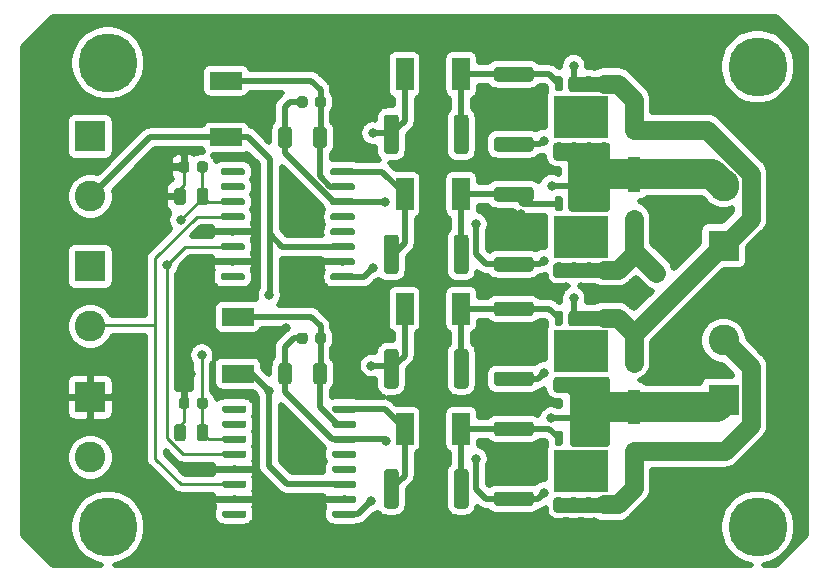
<source format=gbr>
%TF.GenerationSoftware,KiCad,Pcbnew,(5.1.9)-1*%
%TF.CreationDate,2021-03-05T12:04:40-05:00*%
%TF.ProjectId,driver_board,64726976-6572-45f6-926f-6172642e6b69,rev?*%
%TF.SameCoordinates,Original*%
%TF.FileFunction,Copper,L1,Top*%
%TF.FilePolarity,Positive*%
%FSLAX46Y46*%
G04 Gerber Fmt 4.6, Leading zero omitted, Abs format (unit mm)*
G04 Created by KiCad (PCBNEW (5.1.9)-1) date 2021-03-05 12:04:40*
%MOMM*%
%LPD*%
G01*
G04 APERTURE LIST*
%TA.AperFunction,ComponentPad*%
%ADD10C,0.810000*%
%TD*%
%TA.AperFunction,SMDPad,CuDef*%
%ADD11R,4.570000X3.600000*%
%TD*%
%TA.AperFunction,ComponentPad*%
%ADD12C,0.800000*%
%TD*%
%TA.AperFunction,ComponentPad*%
%ADD13C,5.000000*%
%TD*%
%TA.AperFunction,ComponentPad*%
%ADD14C,2.600000*%
%TD*%
%TA.AperFunction,ComponentPad*%
%ADD15R,2.600000X2.600000*%
%TD*%
%TA.AperFunction,SMDPad,CuDef*%
%ADD16R,2.700000X1.500000*%
%TD*%
%TA.AperFunction,SMDPad,CuDef*%
%ADD17R,1.500000X2.700000*%
%TD*%
%TA.AperFunction,SMDPad,CuDef*%
%ADD18R,1.100000X1.100000*%
%TD*%
%TA.AperFunction,ViaPad*%
%ADD19C,0.800000*%
%TD*%
%TA.AperFunction,Conductor*%
%ADD20C,0.250000*%
%TD*%
%TA.AperFunction,Conductor*%
%ADD21C,0.500000*%
%TD*%
%TA.AperFunction,Conductor*%
%ADD22C,2.500000*%
%TD*%
%TA.AperFunction,Conductor*%
%ADD23C,1.000000*%
%TD*%
%TA.AperFunction,Conductor*%
%ADD24C,1.600000*%
%TD*%
%TA.AperFunction,Conductor*%
%ADD25C,0.254000*%
%TD*%
%TA.AperFunction,Conductor*%
%ADD26C,0.100000*%
%TD*%
%TA.AperFunction,Conductor*%
%ADD27C,0.508000*%
%TD*%
G04 APERTURE END LIST*
%TO.P,U2,16*%
%TO.N,Net-(U2-Pad16)*%
%TA.AperFunction,SMDPad,CuDef*%
G36*
G01*
X78195000Y-135835000D02*
X78195000Y-136135000D01*
G75*
G02*
X78045000Y-136285000I-150000J0D01*
G01*
X76295000Y-136285000D01*
G75*
G02*
X76145000Y-136135000I0J150000D01*
G01*
X76145000Y-135835000D01*
G75*
G02*
X76295000Y-135685000I150000J0D01*
G01*
X78045000Y-135685000D01*
G75*
G02*
X78195000Y-135835000I0J-150000D01*
G01*
G37*
%TD.AperFunction*%
%TO.P,U2,15*%
%TO.N,GND*%
%TA.AperFunction,SMDPad,CuDef*%
G36*
G01*
X78195000Y-134565000D02*
X78195000Y-134865000D01*
G75*
G02*
X78045000Y-135015000I-150000J0D01*
G01*
X76295000Y-135015000D01*
G75*
G02*
X76145000Y-134865000I0J150000D01*
G01*
X76145000Y-134565000D01*
G75*
G02*
X76295000Y-134415000I150000J0D01*
G01*
X78045000Y-134415000D01*
G75*
G02*
X78195000Y-134565000I0J-150000D01*
G01*
G37*
%TD.AperFunction*%
%TO.P,U2,14*%
%TO.N,PWM0*%
%TA.AperFunction,SMDPad,CuDef*%
G36*
G01*
X78195000Y-133295000D02*
X78195000Y-133595000D01*
G75*
G02*
X78045000Y-133745000I-150000J0D01*
G01*
X76295000Y-133745000D01*
G75*
G02*
X76145000Y-133595000I0J150000D01*
G01*
X76145000Y-133295000D01*
G75*
G02*
X76295000Y-133145000I150000J0D01*
G01*
X78045000Y-133145000D01*
G75*
G02*
X78195000Y-133295000I0J-150000D01*
G01*
G37*
%TD.AperFunction*%
%TO.P,U2,13*%
%TO.N,GND*%
%TA.AperFunction,SMDPad,CuDef*%
G36*
G01*
X78195000Y-132025000D02*
X78195000Y-132325000D01*
G75*
G02*
X78045000Y-132475000I-150000J0D01*
G01*
X76295000Y-132475000D01*
G75*
G02*
X76145000Y-132325000I0J150000D01*
G01*
X76145000Y-132025000D01*
G75*
G02*
X76295000Y-131875000I150000J0D01*
G01*
X78045000Y-131875000D01*
G75*
G02*
X78195000Y-132025000I0J-150000D01*
G01*
G37*
%TD.AperFunction*%
%TO.P,U2,12*%
%TO.N,PWM1*%
%TA.AperFunction,SMDPad,CuDef*%
G36*
G01*
X78195000Y-130755000D02*
X78195000Y-131055000D01*
G75*
G02*
X78045000Y-131205000I-150000J0D01*
G01*
X76295000Y-131205000D01*
G75*
G02*
X76145000Y-131055000I0J150000D01*
G01*
X76145000Y-130755000D01*
G75*
G02*
X76295000Y-130605000I150000J0D01*
G01*
X78045000Y-130605000D01*
G75*
G02*
X78195000Y-130755000I0J-150000D01*
G01*
G37*
%TD.AperFunction*%
%TO.P,U2,11*%
%TO.N,+3V3*%
%TA.AperFunction,SMDPad,CuDef*%
G36*
G01*
X78195000Y-129485000D02*
X78195000Y-129785000D01*
G75*
G02*
X78045000Y-129935000I-150000J0D01*
G01*
X76295000Y-129935000D01*
G75*
G02*
X76145000Y-129785000I0J150000D01*
G01*
X76145000Y-129485000D01*
G75*
G02*
X76295000Y-129335000I150000J0D01*
G01*
X78045000Y-129335000D01*
G75*
G02*
X78195000Y-129485000I0J-150000D01*
G01*
G37*
%TD.AperFunction*%
%TO.P,U2,10*%
%TO.N,Net-(U2-Pad10)*%
%TA.AperFunction,SMDPad,CuDef*%
G36*
G01*
X78195000Y-128215000D02*
X78195000Y-128515000D01*
G75*
G02*
X78045000Y-128665000I-150000J0D01*
G01*
X76295000Y-128665000D01*
G75*
G02*
X76145000Y-128515000I0J150000D01*
G01*
X76145000Y-128215000D01*
G75*
G02*
X76295000Y-128065000I150000J0D01*
G01*
X78045000Y-128065000D01*
G75*
G02*
X78195000Y-128215000I0J-150000D01*
G01*
G37*
%TD.AperFunction*%
%TO.P,U2,9*%
%TO.N,Net-(U2-Pad9)*%
%TA.AperFunction,SMDPad,CuDef*%
G36*
G01*
X78195000Y-126945000D02*
X78195000Y-127245000D01*
G75*
G02*
X78045000Y-127395000I-150000J0D01*
G01*
X76295000Y-127395000D01*
G75*
G02*
X76145000Y-127245000I0J150000D01*
G01*
X76145000Y-126945000D01*
G75*
G02*
X76295000Y-126795000I150000J0D01*
G01*
X78045000Y-126795000D01*
G75*
G02*
X78195000Y-126945000I0J-150000D01*
G01*
G37*
%TD.AperFunction*%
%TO.P,U2,8*%
%TO.N,Net-(D5-Pad1)*%
%TA.AperFunction,SMDPad,CuDef*%
G36*
G01*
X87495000Y-126945000D02*
X87495000Y-127245000D01*
G75*
G02*
X87345000Y-127395000I-150000J0D01*
G01*
X85595000Y-127395000D01*
G75*
G02*
X85445000Y-127245000I0J150000D01*
G01*
X85445000Y-126945000D01*
G75*
G02*
X85595000Y-126795000I150000J0D01*
G01*
X87345000Y-126795000D01*
G75*
G02*
X87495000Y-126945000I0J-150000D01*
G01*
G37*
%TD.AperFunction*%
%TO.P,U2,7*%
%TO.N,Net-(C5-Pad1)*%
%TA.AperFunction,SMDPad,CuDef*%
G36*
G01*
X87495000Y-128215000D02*
X87495000Y-128515000D01*
G75*
G02*
X87345000Y-128665000I-150000J0D01*
G01*
X85595000Y-128665000D01*
G75*
G02*
X85445000Y-128515000I0J150000D01*
G01*
X85445000Y-128215000D01*
G75*
G02*
X85595000Y-128065000I150000J0D01*
G01*
X87345000Y-128065000D01*
G75*
G02*
X87495000Y-128215000I0J-150000D01*
G01*
G37*
%TD.AperFunction*%
%TO.P,U2,6*%
%TO.N,M-*%
%TA.AperFunction,SMDPad,CuDef*%
G36*
G01*
X87495000Y-129485000D02*
X87495000Y-129785000D01*
G75*
G02*
X87345000Y-129935000I-150000J0D01*
G01*
X85595000Y-129935000D01*
G75*
G02*
X85445000Y-129785000I0J150000D01*
G01*
X85445000Y-129485000D01*
G75*
G02*
X85595000Y-129335000I150000J0D01*
G01*
X87345000Y-129335000D01*
G75*
G02*
X87495000Y-129485000I0J-150000D01*
G01*
G37*
%TD.AperFunction*%
%TO.P,U2,5*%
%TO.N,Net-(U2-Pad5)*%
%TA.AperFunction,SMDPad,CuDef*%
G36*
G01*
X87495000Y-130755000D02*
X87495000Y-131055000D01*
G75*
G02*
X87345000Y-131205000I-150000J0D01*
G01*
X85595000Y-131205000D01*
G75*
G02*
X85445000Y-131055000I0J150000D01*
G01*
X85445000Y-130755000D01*
G75*
G02*
X85595000Y-130605000I150000J0D01*
G01*
X87345000Y-130605000D01*
G75*
G02*
X87495000Y-130755000I0J-150000D01*
G01*
G37*
%TD.AperFunction*%
%TO.P,U2,4*%
%TO.N,Net-(U2-Pad4)*%
%TA.AperFunction,SMDPad,CuDef*%
G36*
G01*
X87495000Y-132025000D02*
X87495000Y-132325000D01*
G75*
G02*
X87345000Y-132475000I-150000J0D01*
G01*
X85595000Y-132475000D01*
G75*
G02*
X85445000Y-132325000I0J150000D01*
G01*
X85445000Y-132025000D01*
G75*
G02*
X85595000Y-131875000I150000J0D01*
G01*
X87345000Y-131875000D01*
G75*
G02*
X87495000Y-132025000I0J-150000D01*
G01*
G37*
%TD.AperFunction*%
%TO.P,U2,3*%
%TO.N,+12V*%
%TA.AperFunction,SMDPad,CuDef*%
G36*
G01*
X87495000Y-133295000D02*
X87495000Y-133595000D01*
G75*
G02*
X87345000Y-133745000I-150000J0D01*
G01*
X85595000Y-133745000D01*
G75*
G02*
X85445000Y-133595000I0J150000D01*
G01*
X85445000Y-133295000D01*
G75*
G02*
X85595000Y-133145000I150000J0D01*
G01*
X87345000Y-133145000D01*
G75*
G02*
X87495000Y-133295000I0J-150000D01*
G01*
G37*
%TD.AperFunction*%
%TO.P,U2,2*%
%TO.N,GND*%
%TA.AperFunction,SMDPad,CuDef*%
G36*
G01*
X87495000Y-134565000D02*
X87495000Y-134865000D01*
G75*
G02*
X87345000Y-135015000I-150000J0D01*
G01*
X85595000Y-135015000D01*
G75*
G02*
X85445000Y-134865000I0J150000D01*
G01*
X85445000Y-134565000D01*
G75*
G02*
X85595000Y-134415000I150000J0D01*
G01*
X87345000Y-134415000D01*
G75*
G02*
X87495000Y-134565000I0J-150000D01*
G01*
G37*
%TD.AperFunction*%
%TO.P,U2,1*%
%TO.N,Net-(D6-Pad1)*%
%TA.AperFunction,SMDPad,CuDef*%
G36*
G01*
X87495000Y-135835000D02*
X87495000Y-136135000D01*
G75*
G02*
X87345000Y-136285000I-150000J0D01*
G01*
X85595000Y-136285000D01*
G75*
G02*
X85445000Y-136135000I0J150000D01*
G01*
X85445000Y-135835000D01*
G75*
G02*
X85595000Y-135685000I150000J0D01*
G01*
X87345000Y-135685000D01*
G75*
G02*
X87495000Y-135835000I0J-150000D01*
G01*
G37*
%TD.AperFunction*%
%TD*%
%TO.P,U1,16*%
%TO.N,Net-(U1-Pad16)*%
%TA.AperFunction,SMDPad,CuDef*%
G36*
G01*
X78330000Y-155925000D02*
X78330000Y-156225000D01*
G75*
G02*
X78180000Y-156375000I-150000J0D01*
G01*
X76430000Y-156375000D01*
G75*
G02*
X76280000Y-156225000I0J150000D01*
G01*
X76280000Y-155925000D01*
G75*
G02*
X76430000Y-155775000I150000J0D01*
G01*
X78180000Y-155775000D01*
G75*
G02*
X78330000Y-155925000I0J-150000D01*
G01*
G37*
%TD.AperFunction*%
%TO.P,U1,15*%
%TO.N,GND*%
%TA.AperFunction,SMDPad,CuDef*%
G36*
G01*
X78330000Y-154655000D02*
X78330000Y-154955000D01*
G75*
G02*
X78180000Y-155105000I-150000J0D01*
G01*
X76430000Y-155105000D01*
G75*
G02*
X76280000Y-154955000I0J150000D01*
G01*
X76280000Y-154655000D01*
G75*
G02*
X76430000Y-154505000I150000J0D01*
G01*
X78180000Y-154505000D01*
G75*
G02*
X78330000Y-154655000I0J-150000D01*
G01*
G37*
%TD.AperFunction*%
%TO.P,U1,14*%
%TO.N,PWM1*%
%TA.AperFunction,SMDPad,CuDef*%
G36*
G01*
X78330000Y-153385000D02*
X78330000Y-153685000D01*
G75*
G02*
X78180000Y-153835000I-150000J0D01*
G01*
X76430000Y-153835000D01*
G75*
G02*
X76280000Y-153685000I0J150000D01*
G01*
X76280000Y-153385000D01*
G75*
G02*
X76430000Y-153235000I150000J0D01*
G01*
X78180000Y-153235000D01*
G75*
G02*
X78330000Y-153385000I0J-150000D01*
G01*
G37*
%TD.AperFunction*%
%TO.P,U1,13*%
%TO.N,GND*%
%TA.AperFunction,SMDPad,CuDef*%
G36*
G01*
X78330000Y-152115000D02*
X78330000Y-152415000D01*
G75*
G02*
X78180000Y-152565000I-150000J0D01*
G01*
X76430000Y-152565000D01*
G75*
G02*
X76280000Y-152415000I0J150000D01*
G01*
X76280000Y-152115000D01*
G75*
G02*
X76430000Y-151965000I150000J0D01*
G01*
X78180000Y-151965000D01*
G75*
G02*
X78330000Y-152115000I0J-150000D01*
G01*
G37*
%TD.AperFunction*%
%TO.P,U1,12*%
%TO.N,PWM0*%
%TA.AperFunction,SMDPad,CuDef*%
G36*
G01*
X78330000Y-150845000D02*
X78330000Y-151145000D01*
G75*
G02*
X78180000Y-151295000I-150000J0D01*
G01*
X76430000Y-151295000D01*
G75*
G02*
X76280000Y-151145000I0J150000D01*
G01*
X76280000Y-150845000D01*
G75*
G02*
X76430000Y-150695000I150000J0D01*
G01*
X78180000Y-150695000D01*
G75*
G02*
X78330000Y-150845000I0J-150000D01*
G01*
G37*
%TD.AperFunction*%
%TO.P,U1,11*%
%TO.N,+3V3*%
%TA.AperFunction,SMDPad,CuDef*%
G36*
G01*
X78330000Y-149575000D02*
X78330000Y-149875000D01*
G75*
G02*
X78180000Y-150025000I-150000J0D01*
G01*
X76430000Y-150025000D01*
G75*
G02*
X76280000Y-149875000I0J150000D01*
G01*
X76280000Y-149575000D01*
G75*
G02*
X76430000Y-149425000I150000J0D01*
G01*
X78180000Y-149425000D01*
G75*
G02*
X78330000Y-149575000I0J-150000D01*
G01*
G37*
%TD.AperFunction*%
%TO.P,U1,10*%
%TO.N,Net-(U1-Pad10)*%
%TA.AperFunction,SMDPad,CuDef*%
G36*
G01*
X78330000Y-148305000D02*
X78330000Y-148605000D01*
G75*
G02*
X78180000Y-148755000I-150000J0D01*
G01*
X76430000Y-148755000D01*
G75*
G02*
X76280000Y-148605000I0J150000D01*
G01*
X76280000Y-148305000D01*
G75*
G02*
X76430000Y-148155000I150000J0D01*
G01*
X78180000Y-148155000D01*
G75*
G02*
X78330000Y-148305000I0J-150000D01*
G01*
G37*
%TD.AperFunction*%
%TO.P,U1,9*%
%TO.N,Net-(U1-Pad9)*%
%TA.AperFunction,SMDPad,CuDef*%
G36*
G01*
X78330000Y-147035000D02*
X78330000Y-147335000D01*
G75*
G02*
X78180000Y-147485000I-150000J0D01*
G01*
X76430000Y-147485000D01*
G75*
G02*
X76280000Y-147335000I0J150000D01*
G01*
X76280000Y-147035000D01*
G75*
G02*
X76430000Y-146885000I150000J0D01*
G01*
X78180000Y-146885000D01*
G75*
G02*
X78330000Y-147035000I0J-150000D01*
G01*
G37*
%TD.AperFunction*%
%TO.P,U1,8*%
%TO.N,Net-(D3-Pad1)*%
%TA.AperFunction,SMDPad,CuDef*%
G36*
G01*
X87630000Y-147035000D02*
X87630000Y-147335000D01*
G75*
G02*
X87480000Y-147485000I-150000J0D01*
G01*
X85730000Y-147485000D01*
G75*
G02*
X85580000Y-147335000I0J150000D01*
G01*
X85580000Y-147035000D01*
G75*
G02*
X85730000Y-146885000I150000J0D01*
G01*
X87480000Y-146885000D01*
G75*
G02*
X87630000Y-147035000I0J-150000D01*
G01*
G37*
%TD.AperFunction*%
%TO.P,U1,7*%
%TO.N,Net-(C3-Pad1)*%
%TA.AperFunction,SMDPad,CuDef*%
G36*
G01*
X87630000Y-148305000D02*
X87630000Y-148605000D01*
G75*
G02*
X87480000Y-148755000I-150000J0D01*
G01*
X85730000Y-148755000D01*
G75*
G02*
X85580000Y-148605000I0J150000D01*
G01*
X85580000Y-148305000D01*
G75*
G02*
X85730000Y-148155000I150000J0D01*
G01*
X87480000Y-148155000D01*
G75*
G02*
X87630000Y-148305000I0J-150000D01*
G01*
G37*
%TD.AperFunction*%
%TO.P,U1,6*%
%TO.N,M+*%
%TA.AperFunction,SMDPad,CuDef*%
G36*
G01*
X87630000Y-149575000D02*
X87630000Y-149875000D01*
G75*
G02*
X87480000Y-150025000I-150000J0D01*
G01*
X85730000Y-150025000D01*
G75*
G02*
X85580000Y-149875000I0J150000D01*
G01*
X85580000Y-149575000D01*
G75*
G02*
X85730000Y-149425000I150000J0D01*
G01*
X87480000Y-149425000D01*
G75*
G02*
X87630000Y-149575000I0J-150000D01*
G01*
G37*
%TD.AperFunction*%
%TO.P,U1,5*%
%TO.N,Net-(U1-Pad5)*%
%TA.AperFunction,SMDPad,CuDef*%
G36*
G01*
X87630000Y-150845000D02*
X87630000Y-151145000D01*
G75*
G02*
X87480000Y-151295000I-150000J0D01*
G01*
X85730000Y-151295000D01*
G75*
G02*
X85580000Y-151145000I0J150000D01*
G01*
X85580000Y-150845000D01*
G75*
G02*
X85730000Y-150695000I150000J0D01*
G01*
X87480000Y-150695000D01*
G75*
G02*
X87630000Y-150845000I0J-150000D01*
G01*
G37*
%TD.AperFunction*%
%TO.P,U1,4*%
%TO.N,Net-(U1-Pad4)*%
%TA.AperFunction,SMDPad,CuDef*%
G36*
G01*
X87630000Y-152115000D02*
X87630000Y-152415000D01*
G75*
G02*
X87480000Y-152565000I-150000J0D01*
G01*
X85730000Y-152565000D01*
G75*
G02*
X85580000Y-152415000I0J150000D01*
G01*
X85580000Y-152115000D01*
G75*
G02*
X85730000Y-151965000I150000J0D01*
G01*
X87480000Y-151965000D01*
G75*
G02*
X87630000Y-152115000I0J-150000D01*
G01*
G37*
%TD.AperFunction*%
%TO.P,U1,3*%
%TO.N,+12V*%
%TA.AperFunction,SMDPad,CuDef*%
G36*
G01*
X87630000Y-153385000D02*
X87630000Y-153685000D01*
G75*
G02*
X87480000Y-153835000I-150000J0D01*
G01*
X85730000Y-153835000D01*
G75*
G02*
X85580000Y-153685000I0J150000D01*
G01*
X85580000Y-153385000D01*
G75*
G02*
X85730000Y-153235000I150000J0D01*
G01*
X87480000Y-153235000D01*
G75*
G02*
X87630000Y-153385000I0J-150000D01*
G01*
G37*
%TD.AperFunction*%
%TO.P,U1,2*%
%TO.N,GND*%
%TA.AperFunction,SMDPad,CuDef*%
G36*
G01*
X87630000Y-154655000D02*
X87630000Y-154955000D01*
G75*
G02*
X87480000Y-155105000I-150000J0D01*
G01*
X85730000Y-155105000D01*
G75*
G02*
X85580000Y-154955000I0J150000D01*
G01*
X85580000Y-154655000D01*
G75*
G02*
X85730000Y-154505000I150000J0D01*
G01*
X87480000Y-154505000D01*
G75*
G02*
X87630000Y-154655000I0J-150000D01*
G01*
G37*
%TD.AperFunction*%
%TO.P,U1,1*%
%TO.N,Net-(D4-Pad1)*%
%TA.AperFunction,SMDPad,CuDef*%
G36*
G01*
X87630000Y-155925000D02*
X87630000Y-156225000D01*
G75*
G02*
X87480000Y-156375000I-150000J0D01*
G01*
X85730000Y-156375000D01*
G75*
G02*
X85580000Y-156225000I0J150000D01*
G01*
X85580000Y-155925000D01*
G75*
G02*
X85730000Y-155775000I150000J0D01*
G01*
X87480000Y-155775000D01*
G75*
G02*
X87630000Y-155925000I0J-150000D01*
G01*
G37*
%TD.AperFunction*%
%TD*%
%TO.P,Q1,2*%
%TO.N,Net-(D3-Pad2)*%
%TA.AperFunction,SMDPad,CuDef*%
G36*
G01*
X104600000Y-149025000D02*
X104950000Y-149025000D01*
G75*
G02*
X105125000Y-149200000I0J-175000D01*
G01*
X105125000Y-150120000D01*
G75*
G02*
X104950000Y-150295000I-175000J0D01*
G01*
X104600000Y-150295000D01*
G75*
G02*
X104425000Y-150120000I0J175000D01*
G01*
X104425000Y-149200000D01*
G75*
G02*
X104600000Y-149025000I175000J0D01*
G01*
G37*
%TD.AperFunction*%
%TO.P,Q1,1*%
%TO.N,M+*%
%TA.AperFunction,SMDPad,CuDef*%
G36*
G01*
X105870000Y-149025000D02*
X106220000Y-149025000D01*
G75*
G02*
X106395000Y-149200000I0J-175000D01*
G01*
X106395000Y-150120000D01*
G75*
G02*
X106220000Y-150295000I-175000J0D01*
G01*
X105870000Y-150295000D01*
G75*
G02*
X105695000Y-150120000I0J175000D01*
G01*
X105695000Y-149200000D01*
G75*
G02*
X105870000Y-149025000I175000J0D01*
G01*
G37*
%TD.AperFunction*%
%TA.AperFunction,SMDPad,CuDef*%
G36*
G01*
X107140000Y-149025000D02*
X107490000Y-149025000D01*
G75*
G02*
X107665000Y-149200000I0J-175000D01*
G01*
X107665000Y-150120000D01*
G75*
G02*
X107490000Y-150295000I-175000J0D01*
G01*
X107140000Y-150295000D01*
G75*
G02*
X106965000Y-150120000I0J175000D01*
G01*
X106965000Y-149200000D01*
G75*
G02*
X107140000Y-149025000I175000J0D01*
G01*
G37*
%TD.AperFunction*%
D10*
%TO.P,Q1,9*%
%TO.N,N/C*%
X105410000Y-153460000D03*
X105410000Y-151460000D03*
X106680000Y-153460000D03*
X106680000Y-151460000D03*
X107950000Y-153460000D03*
X107950000Y-151460000D03*
D11*
X106680000Y-152460000D03*
%TO.P,Q1,3*%
%TO.N,HV+*%
%TA.AperFunction,SMDPad,CuDef*%
G36*
G01*
X108410000Y-154625000D02*
X108760000Y-154625000D01*
G75*
G02*
X108935000Y-154800000I0J-175000D01*
G01*
X108935000Y-155720000D01*
G75*
G02*
X108760000Y-155895000I-175000J0D01*
G01*
X108410000Y-155895000D01*
G75*
G02*
X108235000Y-155720000I0J175000D01*
G01*
X108235000Y-154800000D01*
G75*
G02*
X108410000Y-154625000I175000J0D01*
G01*
G37*
%TD.AperFunction*%
%TA.AperFunction,SMDPad,CuDef*%
G36*
G01*
X107140000Y-154625000D02*
X107490000Y-154625000D01*
G75*
G02*
X107665000Y-154800000I0J-175000D01*
G01*
X107665000Y-155720000D01*
G75*
G02*
X107490000Y-155895000I-175000J0D01*
G01*
X107140000Y-155895000D01*
G75*
G02*
X106965000Y-155720000I0J175000D01*
G01*
X106965000Y-154800000D01*
G75*
G02*
X107140000Y-154625000I175000J0D01*
G01*
G37*
%TD.AperFunction*%
%TA.AperFunction,SMDPad,CuDef*%
G36*
G01*
X105870000Y-154625000D02*
X106220000Y-154625000D01*
G75*
G02*
X106395000Y-154800000I0J-175000D01*
G01*
X106395000Y-155720000D01*
G75*
G02*
X106220000Y-155895000I-175000J0D01*
G01*
X105870000Y-155895000D01*
G75*
G02*
X105695000Y-155720000I0J175000D01*
G01*
X105695000Y-154800000D01*
G75*
G02*
X105870000Y-154625000I175000J0D01*
G01*
G37*
%TD.AperFunction*%
%TA.AperFunction,SMDPad,CuDef*%
G36*
G01*
X104600000Y-154625000D02*
X104950000Y-154625000D01*
G75*
G02*
X105125000Y-154800000I0J-175000D01*
G01*
X105125000Y-155720000D01*
G75*
G02*
X104950000Y-155895000I-175000J0D01*
G01*
X104600000Y-155895000D01*
G75*
G02*
X104425000Y-155720000I0J175000D01*
G01*
X104425000Y-154800000D01*
G75*
G02*
X104600000Y-154625000I175000J0D01*
G01*
G37*
%TD.AperFunction*%
%TO.P,Q1,1*%
%TO.N,M+*%
%TA.AperFunction,SMDPad,CuDef*%
G36*
G01*
X108410000Y-149025000D02*
X108760000Y-149025000D01*
G75*
G02*
X108935000Y-149200000I0J-175000D01*
G01*
X108935000Y-150120000D01*
G75*
G02*
X108760000Y-150295000I-175000J0D01*
G01*
X108410000Y-150295000D01*
G75*
G02*
X108235000Y-150120000I0J175000D01*
G01*
X108235000Y-149200000D01*
G75*
G02*
X108410000Y-149025000I175000J0D01*
G01*
G37*
%TD.AperFunction*%
%TD*%
%TO.P,Q2,2*%
%TO.N,Net-(D4-Pad2)*%
%TA.AperFunction,SMDPad,CuDef*%
G36*
G01*
X104600000Y-138865000D02*
X104950000Y-138865000D01*
G75*
G02*
X105125000Y-139040000I0J-175000D01*
G01*
X105125000Y-139960000D01*
G75*
G02*
X104950000Y-140135000I-175000J0D01*
G01*
X104600000Y-140135000D01*
G75*
G02*
X104425000Y-139960000I0J175000D01*
G01*
X104425000Y-139040000D01*
G75*
G02*
X104600000Y-138865000I175000J0D01*
G01*
G37*
%TD.AperFunction*%
%TO.P,Q2,1*%
%TO.N,HV-*%
%TA.AperFunction,SMDPad,CuDef*%
G36*
G01*
X105870000Y-138865000D02*
X106220000Y-138865000D01*
G75*
G02*
X106395000Y-139040000I0J-175000D01*
G01*
X106395000Y-139960000D01*
G75*
G02*
X106220000Y-140135000I-175000J0D01*
G01*
X105870000Y-140135000D01*
G75*
G02*
X105695000Y-139960000I0J175000D01*
G01*
X105695000Y-139040000D01*
G75*
G02*
X105870000Y-138865000I175000J0D01*
G01*
G37*
%TD.AperFunction*%
%TA.AperFunction,SMDPad,CuDef*%
G36*
G01*
X107140000Y-138865000D02*
X107490000Y-138865000D01*
G75*
G02*
X107665000Y-139040000I0J-175000D01*
G01*
X107665000Y-139960000D01*
G75*
G02*
X107490000Y-140135000I-175000J0D01*
G01*
X107140000Y-140135000D01*
G75*
G02*
X106965000Y-139960000I0J175000D01*
G01*
X106965000Y-139040000D01*
G75*
G02*
X107140000Y-138865000I175000J0D01*
G01*
G37*
%TD.AperFunction*%
D10*
%TO.P,Q2,9*%
%TO.N,N/C*%
X105410000Y-143300000D03*
X105410000Y-141300000D03*
X106680000Y-143300000D03*
X106680000Y-141300000D03*
X107950000Y-143300000D03*
X107950000Y-141300000D03*
D11*
X106680000Y-142300000D03*
%TO.P,Q2,3*%
%TO.N,M+*%
%TA.AperFunction,SMDPad,CuDef*%
G36*
G01*
X108410000Y-144465000D02*
X108760000Y-144465000D01*
G75*
G02*
X108935000Y-144640000I0J-175000D01*
G01*
X108935000Y-145560000D01*
G75*
G02*
X108760000Y-145735000I-175000J0D01*
G01*
X108410000Y-145735000D01*
G75*
G02*
X108235000Y-145560000I0J175000D01*
G01*
X108235000Y-144640000D01*
G75*
G02*
X108410000Y-144465000I175000J0D01*
G01*
G37*
%TD.AperFunction*%
%TA.AperFunction,SMDPad,CuDef*%
G36*
G01*
X107140000Y-144465000D02*
X107490000Y-144465000D01*
G75*
G02*
X107665000Y-144640000I0J-175000D01*
G01*
X107665000Y-145560000D01*
G75*
G02*
X107490000Y-145735000I-175000J0D01*
G01*
X107140000Y-145735000D01*
G75*
G02*
X106965000Y-145560000I0J175000D01*
G01*
X106965000Y-144640000D01*
G75*
G02*
X107140000Y-144465000I175000J0D01*
G01*
G37*
%TD.AperFunction*%
%TA.AperFunction,SMDPad,CuDef*%
G36*
G01*
X105870000Y-144465000D02*
X106220000Y-144465000D01*
G75*
G02*
X106395000Y-144640000I0J-175000D01*
G01*
X106395000Y-145560000D01*
G75*
G02*
X106220000Y-145735000I-175000J0D01*
G01*
X105870000Y-145735000D01*
G75*
G02*
X105695000Y-145560000I0J175000D01*
G01*
X105695000Y-144640000D01*
G75*
G02*
X105870000Y-144465000I175000J0D01*
G01*
G37*
%TD.AperFunction*%
%TA.AperFunction,SMDPad,CuDef*%
G36*
G01*
X104600000Y-144465000D02*
X104950000Y-144465000D01*
G75*
G02*
X105125000Y-144640000I0J-175000D01*
G01*
X105125000Y-145560000D01*
G75*
G02*
X104950000Y-145735000I-175000J0D01*
G01*
X104600000Y-145735000D01*
G75*
G02*
X104425000Y-145560000I0J175000D01*
G01*
X104425000Y-144640000D01*
G75*
G02*
X104600000Y-144465000I175000J0D01*
G01*
G37*
%TD.AperFunction*%
%TO.P,Q2,1*%
%TO.N,HV-*%
%TA.AperFunction,SMDPad,CuDef*%
G36*
G01*
X108410000Y-138865000D02*
X108760000Y-138865000D01*
G75*
G02*
X108935000Y-139040000I0J-175000D01*
G01*
X108935000Y-139960000D01*
G75*
G02*
X108760000Y-140135000I-175000J0D01*
G01*
X108410000Y-140135000D01*
G75*
G02*
X108235000Y-139960000I0J175000D01*
G01*
X108235000Y-139040000D01*
G75*
G02*
X108410000Y-138865000I175000J0D01*
G01*
G37*
%TD.AperFunction*%
%TD*%
%TO.P,Q5,2*%
%TO.N,Net-(D5-Pad2)*%
%TA.AperFunction,SMDPad,CuDef*%
G36*
G01*
X104600000Y-129165000D02*
X104950000Y-129165000D01*
G75*
G02*
X105125000Y-129340000I0J-175000D01*
G01*
X105125000Y-130260000D01*
G75*
G02*
X104950000Y-130435000I-175000J0D01*
G01*
X104600000Y-130435000D01*
G75*
G02*
X104425000Y-130260000I0J175000D01*
G01*
X104425000Y-129340000D01*
G75*
G02*
X104600000Y-129165000I175000J0D01*
G01*
G37*
%TD.AperFunction*%
%TO.P,Q5,1*%
%TO.N,M-*%
%TA.AperFunction,SMDPad,CuDef*%
G36*
G01*
X105870000Y-129165000D02*
X106220000Y-129165000D01*
G75*
G02*
X106395000Y-129340000I0J-175000D01*
G01*
X106395000Y-130260000D01*
G75*
G02*
X106220000Y-130435000I-175000J0D01*
G01*
X105870000Y-130435000D01*
G75*
G02*
X105695000Y-130260000I0J175000D01*
G01*
X105695000Y-129340000D01*
G75*
G02*
X105870000Y-129165000I175000J0D01*
G01*
G37*
%TD.AperFunction*%
%TA.AperFunction,SMDPad,CuDef*%
G36*
G01*
X107140000Y-129165000D02*
X107490000Y-129165000D01*
G75*
G02*
X107665000Y-129340000I0J-175000D01*
G01*
X107665000Y-130260000D01*
G75*
G02*
X107490000Y-130435000I-175000J0D01*
G01*
X107140000Y-130435000D01*
G75*
G02*
X106965000Y-130260000I0J175000D01*
G01*
X106965000Y-129340000D01*
G75*
G02*
X107140000Y-129165000I175000J0D01*
G01*
G37*
%TD.AperFunction*%
D10*
%TO.P,Q5,9*%
%TO.N,N/C*%
X105410000Y-133600000D03*
X105410000Y-131600000D03*
X106680000Y-133600000D03*
X106680000Y-131600000D03*
X107950000Y-133600000D03*
X107950000Y-131600000D03*
D11*
X106680000Y-132600000D03*
%TO.P,Q5,3*%
%TO.N,HV+*%
%TA.AperFunction,SMDPad,CuDef*%
G36*
G01*
X108410000Y-134765000D02*
X108760000Y-134765000D01*
G75*
G02*
X108935000Y-134940000I0J-175000D01*
G01*
X108935000Y-135860000D01*
G75*
G02*
X108760000Y-136035000I-175000J0D01*
G01*
X108410000Y-136035000D01*
G75*
G02*
X108235000Y-135860000I0J175000D01*
G01*
X108235000Y-134940000D01*
G75*
G02*
X108410000Y-134765000I175000J0D01*
G01*
G37*
%TD.AperFunction*%
%TA.AperFunction,SMDPad,CuDef*%
G36*
G01*
X107140000Y-134765000D02*
X107490000Y-134765000D01*
G75*
G02*
X107665000Y-134940000I0J-175000D01*
G01*
X107665000Y-135860000D01*
G75*
G02*
X107490000Y-136035000I-175000J0D01*
G01*
X107140000Y-136035000D01*
G75*
G02*
X106965000Y-135860000I0J175000D01*
G01*
X106965000Y-134940000D01*
G75*
G02*
X107140000Y-134765000I175000J0D01*
G01*
G37*
%TD.AperFunction*%
%TA.AperFunction,SMDPad,CuDef*%
G36*
G01*
X105870000Y-134765000D02*
X106220000Y-134765000D01*
G75*
G02*
X106395000Y-134940000I0J-175000D01*
G01*
X106395000Y-135860000D01*
G75*
G02*
X106220000Y-136035000I-175000J0D01*
G01*
X105870000Y-136035000D01*
G75*
G02*
X105695000Y-135860000I0J175000D01*
G01*
X105695000Y-134940000D01*
G75*
G02*
X105870000Y-134765000I175000J0D01*
G01*
G37*
%TD.AperFunction*%
%TA.AperFunction,SMDPad,CuDef*%
G36*
G01*
X104600000Y-134765000D02*
X104950000Y-134765000D01*
G75*
G02*
X105125000Y-134940000I0J-175000D01*
G01*
X105125000Y-135860000D01*
G75*
G02*
X104950000Y-136035000I-175000J0D01*
G01*
X104600000Y-136035000D01*
G75*
G02*
X104425000Y-135860000I0J175000D01*
G01*
X104425000Y-134940000D01*
G75*
G02*
X104600000Y-134765000I175000J0D01*
G01*
G37*
%TD.AperFunction*%
%TO.P,Q5,1*%
%TO.N,M-*%
%TA.AperFunction,SMDPad,CuDef*%
G36*
G01*
X108410000Y-129165000D02*
X108760000Y-129165000D01*
G75*
G02*
X108935000Y-129340000I0J-175000D01*
G01*
X108935000Y-130260000D01*
G75*
G02*
X108760000Y-130435000I-175000J0D01*
G01*
X108410000Y-130435000D01*
G75*
G02*
X108235000Y-130260000I0J175000D01*
G01*
X108235000Y-129340000D01*
G75*
G02*
X108410000Y-129165000I175000J0D01*
G01*
G37*
%TD.AperFunction*%
%TD*%
%TO.P,Q6,2*%
%TO.N,Net-(D6-Pad2)*%
%TA.AperFunction,SMDPad,CuDef*%
G36*
G01*
X104600000Y-119005000D02*
X104950000Y-119005000D01*
G75*
G02*
X105125000Y-119180000I0J-175000D01*
G01*
X105125000Y-120100000D01*
G75*
G02*
X104950000Y-120275000I-175000J0D01*
G01*
X104600000Y-120275000D01*
G75*
G02*
X104425000Y-120100000I0J175000D01*
G01*
X104425000Y-119180000D01*
G75*
G02*
X104600000Y-119005000I175000J0D01*
G01*
G37*
%TD.AperFunction*%
%TO.P,Q6,1*%
%TO.N,HV-*%
%TA.AperFunction,SMDPad,CuDef*%
G36*
G01*
X105870000Y-119005000D02*
X106220000Y-119005000D01*
G75*
G02*
X106395000Y-119180000I0J-175000D01*
G01*
X106395000Y-120100000D01*
G75*
G02*
X106220000Y-120275000I-175000J0D01*
G01*
X105870000Y-120275000D01*
G75*
G02*
X105695000Y-120100000I0J175000D01*
G01*
X105695000Y-119180000D01*
G75*
G02*
X105870000Y-119005000I175000J0D01*
G01*
G37*
%TD.AperFunction*%
%TA.AperFunction,SMDPad,CuDef*%
G36*
G01*
X107140000Y-119005000D02*
X107490000Y-119005000D01*
G75*
G02*
X107665000Y-119180000I0J-175000D01*
G01*
X107665000Y-120100000D01*
G75*
G02*
X107490000Y-120275000I-175000J0D01*
G01*
X107140000Y-120275000D01*
G75*
G02*
X106965000Y-120100000I0J175000D01*
G01*
X106965000Y-119180000D01*
G75*
G02*
X107140000Y-119005000I175000J0D01*
G01*
G37*
%TD.AperFunction*%
D10*
%TO.P,Q6,9*%
%TO.N,N/C*%
X105410000Y-123440000D03*
X105410000Y-121440000D03*
X106680000Y-123440000D03*
X106680000Y-121440000D03*
X107950000Y-123440000D03*
X107950000Y-121440000D03*
D11*
X106680000Y-122440000D03*
%TO.P,Q6,3*%
%TO.N,M-*%
%TA.AperFunction,SMDPad,CuDef*%
G36*
G01*
X108410000Y-124605000D02*
X108760000Y-124605000D01*
G75*
G02*
X108935000Y-124780000I0J-175000D01*
G01*
X108935000Y-125700000D01*
G75*
G02*
X108760000Y-125875000I-175000J0D01*
G01*
X108410000Y-125875000D01*
G75*
G02*
X108235000Y-125700000I0J175000D01*
G01*
X108235000Y-124780000D01*
G75*
G02*
X108410000Y-124605000I175000J0D01*
G01*
G37*
%TD.AperFunction*%
%TA.AperFunction,SMDPad,CuDef*%
G36*
G01*
X107140000Y-124605000D02*
X107490000Y-124605000D01*
G75*
G02*
X107665000Y-124780000I0J-175000D01*
G01*
X107665000Y-125700000D01*
G75*
G02*
X107490000Y-125875000I-175000J0D01*
G01*
X107140000Y-125875000D01*
G75*
G02*
X106965000Y-125700000I0J175000D01*
G01*
X106965000Y-124780000D01*
G75*
G02*
X107140000Y-124605000I175000J0D01*
G01*
G37*
%TD.AperFunction*%
%TA.AperFunction,SMDPad,CuDef*%
G36*
G01*
X105870000Y-124605000D02*
X106220000Y-124605000D01*
G75*
G02*
X106395000Y-124780000I0J-175000D01*
G01*
X106395000Y-125700000D01*
G75*
G02*
X106220000Y-125875000I-175000J0D01*
G01*
X105870000Y-125875000D01*
G75*
G02*
X105695000Y-125700000I0J175000D01*
G01*
X105695000Y-124780000D01*
G75*
G02*
X105870000Y-124605000I175000J0D01*
G01*
G37*
%TD.AperFunction*%
%TA.AperFunction,SMDPad,CuDef*%
G36*
G01*
X104600000Y-124605000D02*
X104950000Y-124605000D01*
G75*
G02*
X105125000Y-124780000I0J-175000D01*
G01*
X105125000Y-125700000D01*
G75*
G02*
X104950000Y-125875000I-175000J0D01*
G01*
X104600000Y-125875000D01*
G75*
G02*
X104425000Y-125700000I0J175000D01*
G01*
X104425000Y-124780000D01*
G75*
G02*
X104600000Y-124605000I175000J0D01*
G01*
G37*
%TD.AperFunction*%
%TO.P,Q6,1*%
%TO.N,HV-*%
%TA.AperFunction,SMDPad,CuDef*%
G36*
G01*
X108410000Y-119005000D02*
X108760000Y-119005000D01*
G75*
G02*
X108935000Y-119180000I0J-175000D01*
G01*
X108935000Y-120100000D01*
G75*
G02*
X108760000Y-120275000I-175000J0D01*
G01*
X108410000Y-120275000D01*
G75*
G02*
X108235000Y-120100000I0J175000D01*
G01*
X108235000Y-119180000D01*
G75*
G02*
X108410000Y-119005000I175000J0D01*
G01*
G37*
%TD.AperFunction*%
%TD*%
D12*
%TO.P,REF\u002A\u002A,1*%
%TO.N,N/C*%
X122930825Y-116859175D03*
X121605000Y-116310000D03*
X120279175Y-116859175D03*
X119730000Y-118185000D03*
X120279175Y-119510825D03*
X121605000Y-120060000D03*
X122930825Y-119510825D03*
X123480000Y-118185000D03*
D13*
X121605000Y-118185000D03*
%TD*%
D12*
%TO.P,REF\u002A\u002A,1*%
%TO.N,N/C*%
X122930825Y-155859175D03*
X121605000Y-155310000D03*
X120279175Y-155859175D03*
X119730000Y-157185000D03*
X120279175Y-158510825D03*
X121605000Y-159060000D03*
X122930825Y-158510825D03*
X123480000Y-157185000D03*
D13*
X121605000Y-157185000D03*
%TD*%
%TO.P,REF\u002A\u002A,1*%
%TO.N,N/C*%
X66605000Y-157185000D03*
D12*
X68480000Y-157185000D03*
X67930825Y-158510825D03*
X66605000Y-159060000D03*
X65279175Y-158510825D03*
X64730000Y-157185000D03*
X65279175Y-155859175D03*
X66605000Y-155310000D03*
X67930825Y-155859175D03*
%TD*%
%TO.P,REF\u002A\u002A,1*%
%TO.N,N/C*%
X67930825Y-116550550D03*
X66605000Y-116001375D03*
X65279175Y-116550550D03*
X64730000Y-117876375D03*
X65279175Y-119202200D03*
X66605000Y-119751375D03*
X67930825Y-119202200D03*
X68480000Y-117876375D03*
D13*
X66605000Y-117876375D03*
%TD*%
%TO.P,C5,2*%
%TO.N,M-*%
%TA.AperFunction,SMDPad,CuDef*%
G36*
G01*
X82180000Y-123534999D02*
X82180000Y-124835001D01*
G75*
G02*
X81930001Y-125085000I-249999J0D01*
G01*
X81279999Y-125085000D01*
G75*
G02*
X81030000Y-124835001I0J249999D01*
G01*
X81030000Y-123534999D01*
G75*
G02*
X81279999Y-123285000I249999J0D01*
G01*
X81930001Y-123285000D01*
G75*
G02*
X82180000Y-123534999I0J-249999D01*
G01*
G37*
%TD.AperFunction*%
%TO.P,C5,1*%
%TO.N,Net-(C5-Pad1)*%
%TA.AperFunction,SMDPad,CuDef*%
G36*
G01*
X85130000Y-123534999D02*
X85130000Y-124835001D01*
G75*
G02*
X84880001Y-125085000I-249999J0D01*
G01*
X84229999Y-125085000D01*
G75*
G02*
X83980000Y-124835001I0J249999D01*
G01*
X83980000Y-123534999D01*
G75*
G02*
X84229999Y-123285000I249999J0D01*
G01*
X84880001Y-123285000D01*
G75*
G02*
X85130000Y-123534999I0J-249999D01*
G01*
G37*
%TD.AperFunction*%
%TD*%
%TO.P,C3,2*%
%TO.N,M+*%
%TA.AperFunction,SMDPad,CuDef*%
G36*
G01*
X82180000Y-143534999D02*
X82180000Y-144835001D01*
G75*
G02*
X81930001Y-145085000I-249999J0D01*
G01*
X81279999Y-145085000D01*
G75*
G02*
X81030000Y-144835001I0J249999D01*
G01*
X81030000Y-143534999D01*
G75*
G02*
X81279999Y-143285000I249999J0D01*
G01*
X81930001Y-143285000D01*
G75*
G02*
X82180000Y-143534999I0J-249999D01*
G01*
G37*
%TD.AperFunction*%
%TO.P,C3,1*%
%TO.N,Net-(C3-Pad1)*%
%TA.AperFunction,SMDPad,CuDef*%
G36*
G01*
X85130000Y-143534999D02*
X85130000Y-144835001D01*
G75*
G02*
X84880001Y-145085000I-249999J0D01*
G01*
X84229999Y-145085000D01*
G75*
G02*
X83980000Y-144835001I0J249999D01*
G01*
X83980000Y-143534999D01*
G75*
G02*
X84229999Y-143285000I249999J0D01*
G01*
X84880001Y-143285000D01*
G75*
G02*
X85130000Y-143534999I0J-249999D01*
G01*
G37*
%TD.AperFunction*%
%TD*%
D14*
%TO.P,J5,2*%
%TO.N,+3V3*%
X65105000Y-151265000D03*
D15*
%TO.P,J5,1*%
%TO.N,GND*%
X65105000Y-146185000D03*
%TD*%
D14*
%TO.P,J4,2*%
%TO.N,PWM1*%
X65105000Y-140185000D03*
D15*
%TO.P,J4,1*%
%TO.N,PWM0*%
X65105000Y-135105000D03*
%TD*%
D14*
%TO.P,J3,2*%
%TO.N,+12V*%
X65105000Y-129185000D03*
D15*
%TO.P,J3,1*%
%TO.N,Net-(J3-Pad1)*%
X65105000Y-124105000D03*
%TD*%
D14*
%TO.P,J2,2*%
%TO.N,M-*%
X118745000Y-128270000D03*
D15*
%TO.P,J2,1*%
%TO.N,HV-*%
X118745000Y-133350000D03*
%TD*%
D14*
%TO.P,J1,2*%
%TO.N,HV+*%
X118745000Y-141351000D03*
D15*
%TO.P,J1,1*%
%TO.N,M+*%
X118745000Y-146431000D03*
%TD*%
%TO.P,C7,2*%
%TO.N,M-*%
%TA.AperFunction,SMDPad,CuDef*%
G36*
G01*
X83505000Y-120935000D02*
X83505000Y-121435000D01*
G75*
G02*
X83280000Y-121660000I-225000J0D01*
G01*
X82830000Y-121660000D01*
G75*
G02*
X82605000Y-121435000I0J225000D01*
G01*
X82605000Y-120935000D01*
G75*
G02*
X82830000Y-120710000I225000J0D01*
G01*
X83280000Y-120710000D01*
G75*
G02*
X83505000Y-120935000I0J-225000D01*
G01*
G37*
%TD.AperFunction*%
%TO.P,C7,1*%
%TO.N,Net-(C5-Pad1)*%
%TA.AperFunction,SMDPad,CuDef*%
G36*
G01*
X85055000Y-120935000D02*
X85055000Y-121435000D01*
G75*
G02*
X84830000Y-121660000I-225000J0D01*
G01*
X84380000Y-121660000D01*
G75*
G02*
X84155000Y-121435000I0J225000D01*
G01*
X84155000Y-120935000D01*
G75*
G02*
X84380000Y-120710000I225000J0D01*
G01*
X84830000Y-120710000D01*
G75*
G02*
X85055000Y-120935000I0J-225000D01*
G01*
G37*
%TD.AperFunction*%
%TD*%
%TO.P,C4,2*%
%TO.N,M+*%
%TA.AperFunction,SMDPad,CuDef*%
G36*
G01*
X83505000Y-140935000D02*
X83505000Y-141435000D01*
G75*
G02*
X83280000Y-141660000I-225000J0D01*
G01*
X82830000Y-141660000D01*
G75*
G02*
X82605000Y-141435000I0J225000D01*
G01*
X82605000Y-140935000D01*
G75*
G02*
X82830000Y-140710000I225000J0D01*
G01*
X83280000Y-140710000D01*
G75*
G02*
X83505000Y-140935000I0J-225000D01*
G01*
G37*
%TD.AperFunction*%
%TO.P,C4,1*%
%TO.N,Net-(C3-Pad1)*%
%TA.AperFunction,SMDPad,CuDef*%
G36*
G01*
X85055000Y-140935000D02*
X85055000Y-141435000D01*
G75*
G02*
X84830000Y-141660000I-225000J0D01*
G01*
X84380000Y-141660000D01*
G75*
G02*
X84155000Y-141435000I0J225000D01*
G01*
X84155000Y-140935000D01*
G75*
G02*
X84380000Y-140710000I225000J0D01*
G01*
X84830000Y-140710000D01*
G75*
G02*
X85055000Y-140935000I0J-225000D01*
G01*
G37*
%TD.AperFunction*%
%TD*%
D16*
%TO.P,D1,2*%
%TO.N,+12V*%
X77605000Y-144185000D03*
%TO.P,D1,1*%
%TO.N,Net-(C3-Pad1)*%
X77605000Y-139385000D03*
%TD*%
%TO.P,C10,2*%
%TO.N,GND*%
%TA.AperFunction,SMDPad,CuDef*%
G36*
G01*
X73205000Y-128710000D02*
X73205000Y-129660000D01*
G75*
G02*
X72955000Y-129910000I-250000J0D01*
G01*
X72455000Y-129910000D01*
G75*
G02*
X72205000Y-129660000I0J250000D01*
G01*
X72205000Y-128710000D01*
G75*
G02*
X72455000Y-128460000I250000J0D01*
G01*
X72955000Y-128460000D01*
G75*
G02*
X73205000Y-128710000I0J-250000D01*
G01*
G37*
%TD.AperFunction*%
%TO.P,C10,1*%
%TO.N,+3V3*%
%TA.AperFunction,SMDPad,CuDef*%
G36*
G01*
X75105000Y-128710000D02*
X75105000Y-129660000D01*
G75*
G02*
X74855000Y-129910000I-250000J0D01*
G01*
X74355000Y-129910000D01*
G75*
G02*
X74105000Y-129660000I0J250000D01*
G01*
X74105000Y-128710000D01*
G75*
G02*
X74355000Y-128460000I250000J0D01*
G01*
X74855000Y-128460000D01*
G75*
G02*
X75105000Y-128710000I0J-250000D01*
G01*
G37*
%TD.AperFunction*%
%TD*%
%TO.P,C9,2*%
%TO.N,GND*%
%TA.AperFunction,SMDPad,CuDef*%
G36*
G01*
X73505000Y-126435000D02*
X73505000Y-126935000D01*
G75*
G02*
X73280000Y-127160000I-225000J0D01*
G01*
X72830000Y-127160000D01*
G75*
G02*
X72605000Y-126935000I0J225000D01*
G01*
X72605000Y-126435000D01*
G75*
G02*
X72830000Y-126210000I225000J0D01*
G01*
X73280000Y-126210000D01*
G75*
G02*
X73505000Y-126435000I0J-225000D01*
G01*
G37*
%TD.AperFunction*%
%TO.P,C9,1*%
%TO.N,+3V3*%
%TA.AperFunction,SMDPad,CuDef*%
G36*
G01*
X75055000Y-126435000D02*
X75055000Y-126935000D01*
G75*
G02*
X74830000Y-127160000I-225000J0D01*
G01*
X74380000Y-127160000D01*
G75*
G02*
X74155000Y-126935000I0J225000D01*
G01*
X74155000Y-126435000D01*
G75*
G02*
X74380000Y-126210000I225000J0D01*
G01*
X74830000Y-126210000D01*
G75*
G02*
X75055000Y-126435000I0J-225000D01*
G01*
G37*
%TD.AperFunction*%
%TD*%
%TO.P,C2,2*%
%TO.N,GND*%
%TA.AperFunction,SMDPad,CuDef*%
G36*
G01*
X73505000Y-146435000D02*
X73505000Y-146935000D01*
G75*
G02*
X73280000Y-147160000I-225000J0D01*
G01*
X72830000Y-147160000D01*
G75*
G02*
X72605000Y-146935000I0J225000D01*
G01*
X72605000Y-146435000D01*
G75*
G02*
X72830000Y-146210000I225000J0D01*
G01*
X73280000Y-146210000D01*
G75*
G02*
X73505000Y-146435000I0J-225000D01*
G01*
G37*
%TD.AperFunction*%
%TO.P,C2,1*%
%TO.N,+3V3*%
%TA.AperFunction,SMDPad,CuDef*%
G36*
G01*
X75055000Y-146435000D02*
X75055000Y-146935000D01*
G75*
G02*
X74830000Y-147160000I-225000J0D01*
G01*
X74380000Y-147160000D01*
G75*
G02*
X74155000Y-146935000I0J225000D01*
G01*
X74155000Y-146435000D01*
G75*
G02*
X74380000Y-146210000I225000J0D01*
G01*
X74830000Y-146210000D01*
G75*
G02*
X75055000Y-146435000I0J-225000D01*
G01*
G37*
%TD.AperFunction*%
%TD*%
%TO.P,C1,2*%
%TO.N,GND*%
%TA.AperFunction,SMDPad,CuDef*%
G36*
G01*
X73205000Y-148710000D02*
X73205000Y-149660000D01*
G75*
G02*
X72955000Y-149910000I-250000J0D01*
G01*
X72455000Y-149910000D01*
G75*
G02*
X72205000Y-149660000I0J250000D01*
G01*
X72205000Y-148710000D01*
G75*
G02*
X72455000Y-148460000I250000J0D01*
G01*
X72955000Y-148460000D01*
G75*
G02*
X73205000Y-148710000I0J-250000D01*
G01*
G37*
%TD.AperFunction*%
%TO.P,C1,1*%
%TO.N,+3V3*%
%TA.AperFunction,SMDPad,CuDef*%
G36*
G01*
X75105000Y-148710000D02*
X75105000Y-149660000D01*
G75*
G02*
X74855000Y-149910000I-250000J0D01*
G01*
X74355000Y-149910000D01*
G75*
G02*
X74105000Y-149660000I0J250000D01*
G01*
X74105000Y-148710000D01*
G75*
G02*
X74355000Y-148460000I250000J0D01*
G01*
X74855000Y-148460000D01*
G75*
G02*
X75105000Y-148710000I0J-250000D01*
G01*
G37*
%TD.AperFunction*%
%TD*%
D17*
%TO.P,D3,2*%
%TO.N,Net-(D3-Pad2)*%
X96520000Y-148860000D03*
%TO.P,D3,1*%
%TO.N,Net-(D3-Pad1)*%
X91720000Y-148860000D03*
%TD*%
D18*
%TO.P,D10,2*%
%TO.N,HV-*%
X111125000Y-123565000D03*
%TO.P,D10,1*%
%TO.N,M-*%
X111125000Y-126365000D03*
%TD*%
%TO.P,D8,2*%
%TO.N,M-*%
X111125000Y-128270000D03*
%TO.P,D8,1*%
%TO.N,HV+*%
X111125000Y-131070000D03*
%TD*%
%TO.P,D7,2*%
%TO.N,HV-*%
X111125000Y-143250000D03*
%TO.P,D7,1*%
%TO.N,M+*%
X111125000Y-146050000D03*
%TD*%
%TO.P,D2,2*%
%TO.N,M+*%
X111125000Y-147955000D03*
%TO.P,D2,1*%
%TO.N,HV+*%
X111125000Y-150755000D03*
%TD*%
%TO.P,R17,2*%
%TO.N,Net-(D3-Pad2)*%
%TA.AperFunction,SMDPad,CuDef*%
G36*
G01*
X102390001Y-149472500D02*
X99539999Y-149472500D01*
G75*
G02*
X99290000Y-149222501I0J249999D01*
G01*
X99290000Y-148497499D01*
G75*
G02*
X99539999Y-148247500I249999J0D01*
G01*
X102390001Y-148247500D01*
G75*
G02*
X102640000Y-148497499I0J-249999D01*
G01*
X102640000Y-149222501D01*
G75*
G02*
X102390001Y-149472500I-249999J0D01*
G01*
G37*
%TD.AperFunction*%
%TO.P,R17,1*%
%TO.N,M+*%
%TA.AperFunction,SMDPad,CuDef*%
G36*
G01*
X102390001Y-155397500D02*
X99539999Y-155397500D01*
G75*
G02*
X99290000Y-155147501I0J249999D01*
G01*
X99290000Y-154422499D01*
G75*
G02*
X99539999Y-154172500I249999J0D01*
G01*
X102390001Y-154172500D01*
G75*
G02*
X102640000Y-154422499I0J-249999D01*
G01*
X102640000Y-155147501D01*
G75*
G02*
X102390001Y-155397500I-249999J0D01*
G01*
G37*
%TD.AperFunction*%
%TD*%
%TO.P,R10,2*%
%TO.N,Net-(D4-Pad2)*%
%TA.AperFunction,SMDPad,CuDef*%
G36*
G01*
X95907500Y-145205001D02*
X95907500Y-142354999D01*
G75*
G02*
X96157499Y-142105000I249999J0D01*
G01*
X96882501Y-142105000D01*
G75*
G02*
X97132500Y-142354999I0J-249999D01*
G01*
X97132500Y-145205001D01*
G75*
G02*
X96882501Y-145455000I-249999J0D01*
G01*
X96157499Y-145455000D01*
G75*
G02*
X95907500Y-145205001I0J249999D01*
G01*
G37*
%TD.AperFunction*%
%TO.P,R10,1*%
%TO.N,Net-(D4-Pad1)*%
%TA.AperFunction,SMDPad,CuDef*%
G36*
G01*
X89982500Y-145205001D02*
X89982500Y-142354999D01*
G75*
G02*
X90232499Y-142105000I249999J0D01*
G01*
X90957501Y-142105000D01*
G75*
G02*
X91207500Y-142354999I0J-249999D01*
G01*
X91207500Y-145205001D01*
G75*
G02*
X90957501Y-145455000I-249999J0D01*
G01*
X90232499Y-145455000D01*
G75*
G02*
X89982500Y-145205001I0J249999D01*
G01*
G37*
%TD.AperFunction*%
%TD*%
%TO.P,R9,2*%
%TO.N,Net-(D3-Pad2)*%
%TA.AperFunction,SMDPad,CuDef*%
G36*
G01*
X95907500Y-155365001D02*
X95907500Y-152514999D01*
G75*
G02*
X96157499Y-152265000I249999J0D01*
G01*
X96882501Y-152265000D01*
G75*
G02*
X97132500Y-152514999I0J-249999D01*
G01*
X97132500Y-155365001D01*
G75*
G02*
X96882501Y-155615000I-249999J0D01*
G01*
X96157499Y-155615000D01*
G75*
G02*
X95907500Y-155365001I0J249999D01*
G01*
G37*
%TD.AperFunction*%
%TO.P,R9,1*%
%TO.N,Net-(D3-Pad1)*%
%TA.AperFunction,SMDPad,CuDef*%
G36*
G01*
X89982500Y-155365001D02*
X89982500Y-152514999D01*
G75*
G02*
X90232499Y-152265000I249999J0D01*
G01*
X90957501Y-152265000D01*
G75*
G02*
X91207500Y-152514999I0J-249999D01*
G01*
X91207500Y-155365001D01*
G75*
G02*
X90957501Y-155615000I-249999J0D01*
G01*
X90232499Y-155615000D01*
G75*
G02*
X89982500Y-155365001I0J249999D01*
G01*
G37*
%TD.AperFunction*%
%TD*%
%TO.P,R5,2*%
%TO.N,Net-(D6-Pad2)*%
%TA.AperFunction,SMDPad,CuDef*%
G36*
G01*
X95907500Y-125345001D02*
X95907500Y-122494999D01*
G75*
G02*
X96157499Y-122245000I249999J0D01*
G01*
X96882501Y-122245000D01*
G75*
G02*
X97132500Y-122494999I0J-249999D01*
G01*
X97132500Y-125345001D01*
G75*
G02*
X96882501Y-125595000I-249999J0D01*
G01*
X96157499Y-125595000D01*
G75*
G02*
X95907500Y-125345001I0J249999D01*
G01*
G37*
%TD.AperFunction*%
%TO.P,R5,1*%
%TO.N,Net-(D6-Pad1)*%
%TA.AperFunction,SMDPad,CuDef*%
G36*
G01*
X89982500Y-125345001D02*
X89982500Y-122494999D01*
G75*
G02*
X90232499Y-122245000I249999J0D01*
G01*
X90957501Y-122245000D01*
G75*
G02*
X91207500Y-122494999I0J-249999D01*
G01*
X91207500Y-125345001D01*
G75*
G02*
X90957501Y-125595000I-249999J0D01*
G01*
X90232499Y-125595000D01*
G75*
G02*
X89982500Y-125345001I0J249999D01*
G01*
G37*
%TD.AperFunction*%
%TD*%
%TO.P,R4,2*%
%TO.N,Net-(D5-Pad2)*%
%TA.AperFunction,SMDPad,CuDef*%
G36*
G01*
X95907500Y-135505001D02*
X95907500Y-132654999D01*
G75*
G02*
X96157499Y-132405000I249999J0D01*
G01*
X96882501Y-132405000D01*
G75*
G02*
X97132500Y-132654999I0J-249999D01*
G01*
X97132500Y-135505001D01*
G75*
G02*
X96882501Y-135755000I-249999J0D01*
G01*
X96157499Y-135755000D01*
G75*
G02*
X95907500Y-135505001I0J249999D01*
G01*
G37*
%TD.AperFunction*%
%TO.P,R4,1*%
%TO.N,Net-(D5-Pad1)*%
%TA.AperFunction,SMDPad,CuDef*%
G36*
G01*
X89982500Y-135505001D02*
X89982500Y-132654999D01*
G75*
G02*
X90232499Y-132405000I249999J0D01*
G01*
X90957501Y-132405000D01*
G75*
G02*
X91207500Y-132654999I0J-249999D01*
G01*
X91207500Y-135505001D01*
G75*
G02*
X90957501Y-135755000I-249999J0D01*
G01*
X90232499Y-135755000D01*
G75*
G02*
X89982500Y-135505001I0J249999D01*
G01*
G37*
%TD.AperFunction*%
%TD*%
%TO.P,R3,2*%
%TO.N,Net-(D6-Pad2)*%
%TA.AperFunction,SMDPad,CuDef*%
G36*
G01*
X102390001Y-119452500D02*
X99539999Y-119452500D01*
G75*
G02*
X99290000Y-119202501I0J249999D01*
G01*
X99290000Y-118477499D01*
G75*
G02*
X99539999Y-118227500I249999J0D01*
G01*
X102390001Y-118227500D01*
G75*
G02*
X102640000Y-118477499I0J-249999D01*
G01*
X102640000Y-119202501D01*
G75*
G02*
X102390001Y-119452500I-249999J0D01*
G01*
G37*
%TD.AperFunction*%
%TO.P,R3,1*%
%TO.N,HV-*%
%TA.AperFunction,SMDPad,CuDef*%
G36*
G01*
X102390001Y-125377500D02*
X99539999Y-125377500D01*
G75*
G02*
X99290000Y-125127501I0J249999D01*
G01*
X99290000Y-124402499D01*
G75*
G02*
X99539999Y-124152500I249999J0D01*
G01*
X102390001Y-124152500D01*
G75*
G02*
X102640000Y-124402499I0J-249999D01*
G01*
X102640000Y-125127501D01*
G75*
G02*
X102390001Y-125377500I-249999J0D01*
G01*
G37*
%TD.AperFunction*%
%TD*%
%TO.P,R2,2*%
%TO.N,Net-(D5-Pad2)*%
%TA.AperFunction,SMDPad,CuDef*%
G36*
G01*
X102390001Y-129612500D02*
X99539999Y-129612500D01*
G75*
G02*
X99290000Y-129362501I0J249999D01*
G01*
X99290000Y-128637499D01*
G75*
G02*
X99539999Y-128387500I249999J0D01*
G01*
X102390001Y-128387500D01*
G75*
G02*
X102640000Y-128637499I0J-249999D01*
G01*
X102640000Y-129362501D01*
G75*
G02*
X102390001Y-129612500I-249999J0D01*
G01*
G37*
%TD.AperFunction*%
%TO.P,R2,1*%
%TO.N,M-*%
%TA.AperFunction,SMDPad,CuDef*%
G36*
G01*
X102390001Y-135537500D02*
X99539999Y-135537500D01*
G75*
G02*
X99290000Y-135287501I0J249999D01*
G01*
X99290000Y-134562499D01*
G75*
G02*
X99539999Y-134312500I249999J0D01*
G01*
X102390001Y-134312500D01*
G75*
G02*
X102640000Y-134562499I0J-249999D01*
G01*
X102640000Y-135287501D01*
G75*
G02*
X102390001Y-135537500I-249999J0D01*
G01*
G37*
%TD.AperFunction*%
%TD*%
%TO.P,R1,2*%
%TO.N,Net-(D4-Pad2)*%
%TA.AperFunction,SMDPad,CuDef*%
G36*
G01*
X102390001Y-139312500D02*
X99539999Y-139312500D01*
G75*
G02*
X99290000Y-139062501I0J249999D01*
G01*
X99290000Y-138337499D01*
G75*
G02*
X99539999Y-138087500I249999J0D01*
G01*
X102390001Y-138087500D01*
G75*
G02*
X102640000Y-138337499I0J-249999D01*
G01*
X102640000Y-139062501D01*
G75*
G02*
X102390001Y-139312500I-249999J0D01*
G01*
G37*
%TD.AperFunction*%
%TO.P,R1,1*%
%TO.N,HV-*%
%TA.AperFunction,SMDPad,CuDef*%
G36*
G01*
X102390001Y-145237500D02*
X99539999Y-145237500D01*
G75*
G02*
X99290000Y-144987501I0J249999D01*
G01*
X99290000Y-144262499D01*
G75*
G02*
X99539999Y-144012500I249999J0D01*
G01*
X102390001Y-144012500D01*
G75*
G02*
X102640000Y-144262499I0J-249999D01*
G01*
X102640000Y-144987501D01*
G75*
G02*
X102390001Y-145237500I-249999J0D01*
G01*
G37*
%TD.AperFunction*%
%TD*%
D16*
%TO.P,D9,2*%
%TO.N,+12V*%
X76605000Y-124185000D03*
%TO.P,D9,1*%
%TO.N,Net-(C5-Pad1)*%
X76605000Y-119385000D03*
%TD*%
D17*
%TO.P,D6,2*%
%TO.N,Net-(D6-Pad2)*%
X96520000Y-118840000D03*
%TO.P,D6,1*%
%TO.N,Net-(D6-Pad1)*%
X91720000Y-118840000D03*
%TD*%
%TO.P,D5,2*%
%TO.N,Net-(D5-Pad2)*%
X96520000Y-129000000D03*
%TO.P,D5,1*%
%TO.N,Net-(D5-Pad1)*%
X91720000Y-129000000D03*
%TD*%
%TO.P,D4,2*%
%TO.N,Net-(D4-Pad2)*%
X96520000Y-138700000D03*
%TO.P,D4,1*%
%TO.N,Net-(D4-Pad1)*%
X91720000Y-138700000D03*
%TD*%
D19*
%TO.N,GND*%
X71605000Y-158185000D03*
X74105000Y-158185000D03*
X76605000Y-158185000D03*
X79105000Y-158185000D03*
X81605000Y-158185000D03*
X84105000Y-158185000D03*
X86605000Y-158185000D03*
X89105000Y-158185000D03*
X91605000Y-158185000D03*
X94105000Y-158185000D03*
X96605000Y-158185000D03*
X101605000Y-158185000D03*
X99105000Y-158185000D03*
X104105000Y-158185000D03*
X106605000Y-158185000D03*
X109105000Y-158185000D03*
X111605000Y-158185000D03*
X114105000Y-158185000D03*
X116605000Y-158185000D03*
X114065000Y-155685000D03*
X125208000Y-150685000D03*
X125208000Y-148185000D03*
X125208000Y-145685000D03*
X125208000Y-143185000D03*
X125208000Y-140685000D03*
X125208000Y-138185000D03*
X125208000Y-135685000D03*
X125208000Y-133185000D03*
X125208000Y-130685000D03*
X125208000Y-128185000D03*
X125208000Y-125685000D03*
X125208000Y-123185000D03*
X116605000Y-115685000D03*
X116605000Y-118185000D03*
X114105000Y-115685000D03*
X109105000Y-115685000D03*
X111605000Y-115685000D03*
X106605000Y-115685000D03*
X104105000Y-115685000D03*
X101605000Y-115685000D03*
X99105000Y-115685000D03*
X94105000Y-115685000D03*
X96605000Y-115685000D03*
X91605000Y-115685000D03*
X86605000Y-115685000D03*
X89105000Y-115685000D03*
X84105000Y-115685000D03*
X79105000Y-115685000D03*
X81605000Y-115685000D03*
X76605000Y-115685000D03*
X74105000Y-115685000D03*
X71605000Y-115685000D03*
X71605000Y-118185000D03*
X74105000Y-118185000D03*
X71605000Y-120685000D03*
X74105000Y-120685000D03*
X69105000Y-120685000D03*
X69105000Y-123185000D03*
X61605000Y-123185000D03*
X94105000Y-118185000D03*
X94105000Y-120685000D03*
X94105000Y-123185000D03*
X94105000Y-125685000D03*
X94105000Y-128185000D03*
X94105000Y-133185000D03*
X94105000Y-135685000D03*
X94105000Y-138185000D03*
X94105000Y-140685000D03*
X94105000Y-143185000D03*
X94105000Y-145685000D03*
X94105000Y-148185000D03*
X94105000Y-153185000D03*
X94105000Y-155685000D03*
X84105000Y-130685000D03*
X81605000Y-130685000D03*
X81605000Y-135685000D03*
X84105000Y-135685000D03*
X84105000Y-150685000D03*
X81605000Y-150685000D03*
X81605000Y-155685000D03*
X84105000Y-155685000D03*
X99105000Y-140685000D03*
X101605000Y-140685000D03*
X99105000Y-130685000D03*
X101605000Y-130685000D03*
X99105000Y-133185000D03*
X101605000Y-133185000D03*
X99105000Y-120685000D03*
X101605000Y-120685000D03*
X99105000Y-150685000D03*
X101605000Y-150685000D03*
X99105000Y-153185000D03*
X101605000Y-153185000D03*
X73605000Y-137185000D03*
X73605000Y-139185000D03*
X73605000Y-141185000D03*
X73605000Y-144185000D03*
X100605000Y-142185000D03*
X102605000Y-142185000D03*
X101605000Y-146185000D03*
X99605000Y-146185000D03*
X98605000Y-137185000D03*
X98605000Y-127185000D03*
X101605000Y-127185000D03*
X100605000Y-122185000D03*
X102605000Y-122185000D03*
X121065000Y-122185000D03*
X121065000Y-153185000D03*
X73605000Y-155185000D03*
X70605000Y-155185000D03*
X68605000Y-153185000D03*
X77605000Y-122185000D03*
X75605000Y-122185000D03*
X79605000Y-123185000D03*
X78105000Y-141685000D03*
X76105000Y-141685000D03*
X82105000Y-137685000D03*
X83105000Y-152185000D03*
X80105000Y-154185000D03*
X94105000Y-130185000D03*
X94105000Y-150185000D03*
X61605000Y-135685000D03*
X61605000Y-125685000D03*
X61605000Y-128185000D03*
X61605000Y-133185000D03*
X61605000Y-130685000D03*
X61605000Y-140685000D03*
X61605000Y-138185000D03*
X61605000Y-148185000D03*
X61605000Y-153185000D03*
X61605000Y-150685000D03*
X61605000Y-145685000D03*
X61605000Y-143185000D03*
X68605000Y-150185000D03*
X68605000Y-147185000D03*
X68605000Y-144185000D03*
X68605000Y-141185000D03*
X68605000Y-138185000D03*
X68605000Y-136185000D03*
X68605000Y-133185000D03*
X68605000Y-130185000D03*
X68605000Y-128185000D03*
X70605000Y-128185000D03*
X70605000Y-130185000D03*
X73605000Y-135185000D03*
X74605000Y-152185000D03*
X61605000Y-158185000D03*
X61605000Y-155685000D03*
X61605000Y-115685000D03*
X61605000Y-118185000D03*
X61605000Y-120685000D03*
X86605000Y-118185000D03*
X89105000Y-118185000D03*
X86605000Y-120685000D03*
X89105000Y-120685000D03*
X86605000Y-123185000D03*
X86605000Y-125185000D03*
X86605000Y-138185000D03*
X89105000Y-138185000D03*
X86605000Y-140685000D03*
X89105000Y-140185000D03*
X86605000Y-143185000D03*
X86605000Y-145185000D03*
X111605000Y-118185000D03*
X114105000Y-118185000D03*
X114105000Y-120685000D03*
X116605000Y-120685000D03*
X121605000Y-133185000D03*
X121605000Y-135685000D03*
X121605000Y-138185000D03*
X121605000Y-140685000D03*
X124105000Y-153185000D03*
X116605000Y-153185000D03*
X116605000Y-155685000D03*
X114105000Y-153185000D03*
X114105000Y-133185000D03*
X114105000Y-130685000D03*
X116605000Y-130685000D03*
X114105000Y-144145000D03*
X116967000Y-143637000D03*
X114427000Y-140843000D03*
X108331000Y-137795000D03*
X111379000Y-136525000D03*
X111125000Y-138049000D03*
X103505000Y-146177000D03*
X103251000Y-136525000D03*
X100965000Y-136779000D03*
X100457000Y-152019000D03*
X81661000Y-148209000D03*
X82931000Y-149733000D03*
X81661000Y-140335000D03*
X84201000Y-137795000D03*
X81661000Y-127889000D03*
X82931000Y-129413000D03*
X82169000Y-131953000D03*
X84201000Y-131953000D03*
X83947000Y-117729000D03*
X81661000Y-117729000D03*
X79121000Y-117729000D03*
X107315000Y-137033000D03*
%TO.N,+12V*%
X80264000Y-137541000D03*
X80264000Y-145669000D03*
%TO.N,Net-(D6-Pad1)*%
X89027000Y-135255000D03*
X89027000Y-123825000D03*
%TO.N,+3V3*%
X74549000Y-142621000D03*
X72771000Y-131185000D03*
%TO.N,M+*%
X97790000Y-151400000D03*
X90170000Y-149860000D03*
X103505000Y-154305000D03*
X104140000Y-147955000D03*
%TO.N,M-*%
X97790000Y-131540000D03*
X90043000Y-129667000D03*
X103505000Y-134620000D03*
X104162396Y-128270000D03*
%TO.N,Net-(D4-Pad1)*%
X88900000Y-154940000D03*
X88900000Y-143510000D03*
%TO.N,HV+*%
X113030000Y-135636000D03*
%TO.N,HV-*%
X103505000Y-124460000D03*
X106045000Y-118110000D03*
X103505000Y-144145000D03*
X106045000Y-137795000D03*
%TO.N,PWM0*%
X71605000Y-135001000D03*
%TD*%
D20*
%TO.N,GND*%
X72705000Y-149185000D02*
X72705000Y-148585000D01*
X73055000Y-148235000D02*
X73055000Y-146685000D01*
X72705000Y-148585000D02*
X73055000Y-148235000D01*
X72705000Y-129185000D02*
X72705000Y-128585000D01*
X73055000Y-128235000D02*
X73055000Y-126685000D01*
X72705000Y-128585000D02*
X73055000Y-128235000D01*
D21*
%TO.N,+12V*%
X76605000Y-124185000D02*
X78465000Y-124185000D01*
X80304990Y-126024990D02*
X80304990Y-132374990D01*
X78465000Y-124185000D02*
X80304990Y-126024990D01*
X81375000Y-133445000D02*
X86470000Y-133445000D01*
X80304990Y-132374990D02*
X81375000Y-133445000D01*
X77605000Y-144185000D02*
X78780000Y-144185000D01*
X80304990Y-137500010D02*
X80264000Y-137541000D01*
X80304990Y-132374990D02*
X80304990Y-137500010D01*
X78780000Y-144185000D02*
X80264000Y-145669000D01*
X81780000Y-153535000D02*
X86605000Y-153535000D01*
X80264000Y-152019000D02*
X81780000Y-153535000D01*
X80264000Y-145669000D02*
X80264000Y-152019000D01*
X70185000Y-124185000D02*
X76605000Y-124185000D01*
X65105000Y-129265000D02*
X70185000Y-124185000D01*
%TO.N,Net-(D5-Pad2)*%
X96520000Y-129000000D02*
X96520000Y-134080000D01*
X96520000Y-129000000D02*
X100965000Y-129000000D01*
X101765000Y-129800000D02*
X104775000Y-129800000D01*
X100965000Y-129000000D02*
X101765000Y-129800000D01*
%TO.N,Net-(D5-Pad1)*%
X91720000Y-133165000D02*
X91720000Y-129000000D01*
X90805000Y-134080000D02*
X91720000Y-133165000D01*
X90595000Y-134080000D02*
X90805000Y-134080000D01*
X89815000Y-127095000D02*
X91720000Y-129000000D01*
X86470000Y-127095000D02*
X89815000Y-127095000D01*
%TO.N,Net-(D6-Pad2)*%
X96520000Y-123920000D02*
X96520000Y-118840000D01*
X96520000Y-118840000D02*
X100965000Y-118840000D01*
X103975000Y-118840000D02*
X104775000Y-119640000D01*
X100965000Y-118840000D02*
X103975000Y-118840000D01*
%TO.N,Net-(D6-Pad1)*%
X91720000Y-122795000D02*
X90595000Y-123920000D01*
X91720000Y-118840000D02*
X91720000Y-122795000D01*
X88297000Y-135985000D02*
X89027000Y-135255000D01*
X86470000Y-135985000D02*
X88297000Y-135985000D01*
X90500000Y-123825000D02*
X90595000Y-123920000D01*
X89027000Y-123825000D02*
X90500000Y-123825000D01*
D20*
%TO.N,+3V3*%
X75055000Y-129635000D02*
X74605000Y-129185000D01*
X77170000Y-129635000D02*
X75055000Y-129635000D01*
X75145000Y-149725000D02*
X74605000Y-149185000D01*
X77305000Y-149725000D02*
X75145000Y-149725000D01*
X74523000Y-129185000D02*
X74605000Y-129185000D01*
X74605000Y-129351000D02*
X74605000Y-129185000D01*
X72771000Y-131185000D02*
X74605000Y-129351000D01*
X74605000Y-126685000D02*
X74605000Y-129185000D01*
X74549000Y-149129000D02*
X74605000Y-149185000D01*
X74549000Y-142621000D02*
X74549000Y-149129000D01*
D21*
%TO.N,M+*%
X97790000Y-151400000D02*
X97790000Y-153940000D01*
X98635000Y-154785000D02*
X100965000Y-154785000D01*
X97790000Y-153940000D02*
X98635000Y-154785000D01*
X90035000Y-149725000D02*
X90170000Y-149860000D01*
X86605000Y-149725000D02*
X90035000Y-149725000D01*
X83055000Y-141185000D02*
X82335000Y-141185000D01*
X81605000Y-141915000D02*
X81605000Y-144185000D01*
X82335000Y-141185000D02*
X81605000Y-141915000D01*
X85580000Y-149725000D02*
X86605000Y-149725000D01*
X81605000Y-145750000D02*
X85580000Y-149725000D01*
X81605000Y-144185000D02*
X81605000Y-145750000D01*
D22*
X118160800Y-147015200D02*
X107670600Y-147015200D01*
X118745000Y-146431000D02*
X118160800Y-147015200D01*
D21*
X103025000Y-154785000D02*
X103505000Y-154305000D01*
X100965000Y-154785000D02*
X103025000Y-154785000D01*
X104140000Y-147955000D02*
X106680000Y-147955000D01*
%TO.N,Net-(C3-Pad1)*%
X84605000Y-144135000D02*
X84555000Y-144185000D01*
X84605000Y-141185000D02*
X84605000Y-144135000D01*
X86001456Y-148455000D02*
X86605000Y-148455000D01*
X84555000Y-147008544D02*
X86001456Y-148455000D01*
X84555000Y-144185000D02*
X84555000Y-147008544D01*
X77605000Y-139385000D02*
X83805000Y-139385000D01*
X84605000Y-140185000D02*
X84605000Y-141185000D01*
X83805000Y-139385000D02*
X84605000Y-140185000D01*
%TO.N,M-*%
X97790000Y-134080000D02*
X98635000Y-134925000D01*
X98635000Y-134925000D02*
X100965000Y-134925000D01*
X97790000Y-131540000D02*
X97790000Y-134080000D01*
X90011000Y-129635000D02*
X90043000Y-129667000D01*
X86470000Y-129635000D02*
X90011000Y-129635000D01*
X85725037Y-129635000D02*
X86470000Y-129635000D01*
X81605000Y-125514963D02*
X85725037Y-129635000D01*
X81605000Y-124185000D02*
X81605000Y-125514963D01*
X83055000Y-121185000D02*
X82015000Y-121185000D01*
X81605000Y-121595000D02*
X81605000Y-124185000D01*
X82015000Y-121185000D02*
X81605000Y-121595000D01*
D23*
X111125000Y-126365000D02*
X111125000Y-128270000D01*
D22*
X118745000Y-128270000D02*
X118745000Y-128143000D01*
X117754400Y-127279400D02*
X118745000Y-128270000D01*
X108000800Y-127279400D02*
X117754400Y-127279400D01*
D21*
X100965000Y-134925000D02*
X103200000Y-134925000D01*
X103200000Y-134925000D02*
X103505000Y-134620000D01*
X104162396Y-128270000D02*
X106045000Y-128270000D01*
%TO.N,Net-(D3-Pad2)*%
X96520000Y-148860000D02*
X100965000Y-148860000D01*
X96520000Y-148860000D02*
X96520000Y-153940000D01*
X103975000Y-148860000D02*
X104775000Y-149660000D01*
X100965000Y-148860000D02*
X103975000Y-148860000D01*
%TO.N,Net-(D3-Pad1)*%
X91720000Y-152815000D02*
X90595000Y-153940000D01*
X91720000Y-148860000D02*
X91720000Y-152815000D01*
X90045000Y-147185000D02*
X91720000Y-148860000D01*
X86605000Y-147185000D02*
X90045000Y-147185000D01*
%TO.N,Net-(D4-Pad2)*%
X96520000Y-138700000D02*
X96520000Y-143780000D01*
X96520000Y-138700000D02*
X100965000Y-138700000D01*
X103975000Y-138700000D02*
X104775000Y-139500000D01*
X100965000Y-138700000D02*
X103975000Y-138700000D01*
%TO.N,Net-(D4-Pad1)*%
X91720000Y-142655000D02*
X90595000Y-143780000D01*
X91720000Y-138700000D02*
X91720000Y-142655000D01*
X87765000Y-156075000D02*
X88900000Y-154940000D01*
X86605000Y-156075000D02*
X87765000Y-156075000D01*
X90325000Y-143510000D02*
X90595000Y-143780000D01*
X88900000Y-143510000D02*
X90325000Y-143510000D01*
D24*
%TO.N,HV+*%
X118821002Y-150755000D02*
X111125000Y-150755000D01*
X121045001Y-148531001D02*
X118821002Y-150755000D01*
X121045001Y-143651001D02*
X121045001Y-148531001D01*
X118745000Y-141351000D02*
X121045001Y-143651001D01*
X111125000Y-153900002D02*
X111125000Y-150755000D01*
X109765001Y-155260001D02*
X111125000Y-153900002D01*
X108585000Y-155260000D02*
X109765001Y-155260001D01*
X111125000Y-134040002D02*
X111125000Y-131070000D01*
X109765001Y-135400001D02*
X111125000Y-134040002D01*
X108585000Y-135400000D02*
X109765001Y-135400001D01*
X111434002Y-134040002D02*
X111125000Y-134040002D01*
X113030000Y-135636000D02*
X111434002Y-134040002D01*
%TO.N,HV-*%
X111125000Y-120999998D02*
X111125000Y-123565000D01*
X109765001Y-119639999D02*
X111125000Y-120999998D01*
X108585000Y-119640000D02*
X109765001Y-119639999D01*
X121045001Y-131049999D02*
X118745000Y-133350000D01*
X121045001Y-127261007D02*
X121045001Y-131049999D01*
X117348994Y-123565000D02*
X121045001Y-127261007D01*
X111125000Y-123565000D02*
X117348994Y-123565000D01*
X111125000Y-140859998D02*
X111125000Y-143250000D01*
X109765001Y-139499999D02*
X111125000Y-140859998D01*
X108585000Y-139500000D02*
X109765001Y-139499999D01*
X118634998Y-133350000D02*
X111125000Y-140859998D01*
X118745000Y-133350000D02*
X118634998Y-133350000D01*
D21*
X103200000Y-124765000D02*
X103505000Y-124460000D01*
X100965000Y-124765000D02*
X103200000Y-124765000D01*
X106045000Y-119640000D02*
X106045000Y-118110000D01*
X103025000Y-144625000D02*
X103505000Y-144145000D01*
X100965000Y-144625000D02*
X103025000Y-144625000D01*
X106045000Y-137795000D02*
X106045000Y-139500000D01*
D20*
%TO.N,PWM1*%
X70605000Y-134434590D02*
X70605000Y-139822980D01*
X74134590Y-130905000D02*
X70605000Y-134434590D01*
X77170000Y-130905000D02*
X74134590Y-130905000D01*
X72763000Y-153535000D02*
X77305000Y-153535000D01*
X70605000Y-151377000D02*
X72763000Y-153535000D01*
X70605000Y-139822980D02*
X70605000Y-151377000D01*
X70501000Y-140081000D02*
X70605000Y-140185000D01*
X65105000Y-140081000D02*
X70501000Y-140081000D01*
%TO.N,PWM0*%
X77170000Y-133445000D02*
X73161000Y-133445000D01*
X71605000Y-149623190D02*
X71605000Y-135001000D01*
X77305000Y-150995000D02*
X72976810Y-150995000D01*
X73161000Y-133445000D02*
X71605000Y-135001000D01*
X72976810Y-150995000D02*
X71605000Y-149623190D01*
D21*
%TO.N,Net-(C5-Pad1)*%
X85445000Y-128365000D02*
X86470000Y-128365000D01*
X84555000Y-127475000D02*
X85445000Y-128365000D01*
X84555000Y-124185000D02*
X84555000Y-127475000D01*
X76605000Y-119385000D02*
X83825000Y-119385000D01*
X84605000Y-120165000D02*
X84605000Y-121185000D01*
X83825000Y-119385000D02*
X84605000Y-120165000D01*
X84605000Y-124135000D02*
X84555000Y-124185000D01*
X84605000Y-121185000D02*
X84605000Y-124135000D01*
%TD*%
D25*
%TO.N,HV-*%
X108883651Y-119141467D02*
X108938970Y-119178430D01*
X108975933Y-119233749D01*
X108991400Y-119311509D01*
X108991400Y-119956491D01*
X108975933Y-120034251D01*
X108938970Y-120089570D01*
X108883651Y-120126533D01*
X108805891Y-120142000D01*
X105824109Y-120142000D01*
X105746349Y-120126533D01*
X105691030Y-120089570D01*
X105654067Y-120034251D01*
X105638600Y-119956491D01*
X105638600Y-119311509D01*
X105654067Y-119233749D01*
X105691030Y-119178430D01*
X105746349Y-119141467D01*
X105824109Y-119126000D01*
X108805891Y-119126000D01*
X108883651Y-119141467D01*
%TA.AperFunction,Conductor*%
D26*
G36*
X108883651Y-119141467D02*
G01*
X108938970Y-119178430D01*
X108975933Y-119233749D01*
X108991400Y-119311509D01*
X108991400Y-119956491D01*
X108975933Y-120034251D01*
X108938970Y-120089570D01*
X108883651Y-120126533D01*
X108805891Y-120142000D01*
X105824109Y-120142000D01*
X105746349Y-120126533D01*
X105691030Y-120089570D01*
X105654067Y-120034251D01*
X105638600Y-119956491D01*
X105638600Y-119311509D01*
X105654067Y-119233749D01*
X105691030Y-119178430D01*
X105746349Y-119141467D01*
X105824109Y-119126000D01*
X108805891Y-119126000D01*
X108883651Y-119141467D01*
G37*
%TD.AperFunction*%
%TD*%
D25*
%TO.N,HV+*%
X108858251Y-134914867D02*
X108913570Y-134951830D01*
X108950533Y-135007149D01*
X108966000Y-135084909D01*
X108966000Y-135729891D01*
X108950533Y-135807651D01*
X108913570Y-135862970D01*
X108858251Y-135899933D01*
X108780491Y-135915400D01*
X104579509Y-135915400D01*
X104501749Y-135899933D01*
X104446430Y-135862970D01*
X104409467Y-135807651D01*
X104394000Y-135729891D01*
X104394000Y-135084909D01*
X104409467Y-135007149D01*
X104446430Y-134951830D01*
X104501749Y-134914867D01*
X104579509Y-134899400D01*
X108780491Y-134899400D01*
X108858251Y-134914867D01*
%TA.AperFunction,Conductor*%
D26*
G36*
X108858251Y-134914867D02*
G01*
X108913570Y-134951830D01*
X108950533Y-135007149D01*
X108966000Y-135084909D01*
X108966000Y-135729891D01*
X108950533Y-135807651D01*
X108913570Y-135862970D01*
X108858251Y-135899933D01*
X108780491Y-135915400D01*
X104579509Y-135915400D01*
X104501749Y-135899933D01*
X104446430Y-135862970D01*
X104409467Y-135807651D01*
X104394000Y-135729891D01*
X104394000Y-135084909D01*
X104409467Y-135007149D01*
X104446430Y-134951830D01*
X104501749Y-134914867D01*
X104579509Y-134899400D01*
X108780491Y-134899400D01*
X108858251Y-134914867D01*
G37*
%TD.AperFunction*%
%TD*%
D25*
%TO.N,HV-*%
X108858251Y-139004267D02*
X108913570Y-139041230D01*
X108950533Y-139096549D01*
X108966000Y-139174309D01*
X108966000Y-139819291D01*
X108950533Y-139897051D01*
X108913570Y-139952370D01*
X108858251Y-139989333D01*
X108780491Y-140004800D01*
X105849509Y-140004800D01*
X105771749Y-139989333D01*
X105716430Y-139952370D01*
X105679467Y-139897051D01*
X105664000Y-139819291D01*
X105664000Y-139174309D01*
X105679467Y-139096549D01*
X105716430Y-139041230D01*
X105771749Y-139004267D01*
X105849509Y-138988800D01*
X108780491Y-138988800D01*
X108858251Y-139004267D01*
%TA.AperFunction,Conductor*%
D26*
G36*
X108858251Y-139004267D02*
G01*
X108913570Y-139041230D01*
X108950533Y-139096549D01*
X108966000Y-139174309D01*
X108966000Y-139819291D01*
X108950533Y-139897051D01*
X108913570Y-139952370D01*
X108858251Y-139989333D01*
X108780491Y-140004800D01*
X105849509Y-140004800D01*
X105771749Y-139989333D01*
X105716430Y-139952370D01*
X105679467Y-139897051D01*
X105664000Y-139819291D01*
X105664000Y-139174309D01*
X105679467Y-139096549D01*
X105716430Y-139041230D01*
X105771749Y-139004267D01*
X105849509Y-138988800D01*
X108780491Y-138988800D01*
X108858251Y-139004267D01*
G37*
%TD.AperFunction*%
%TD*%
D25*
%TO.N,M+*%
X108858251Y-144592267D02*
X108913570Y-144629230D01*
X108950533Y-144684549D01*
X108966000Y-144762309D01*
X108966000Y-150004691D01*
X108950533Y-150082451D01*
X108913570Y-150137770D01*
X108858251Y-150174733D01*
X108780491Y-150190200D01*
X105976509Y-150190200D01*
X105898749Y-150174733D01*
X105843430Y-150137770D01*
X105806467Y-150082451D01*
X105791000Y-150004691D01*
X105791000Y-146045200D01*
X105788560Y-146020424D01*
X105765724Y-145905619D01*
X105758497Y-145881794D01*
X105746761Y-145859837D01*
X105681729Y-145762510D01*
X105665934Y-145743265D01*
X105646690Y-145727471D01*
X105549363Y-145662439D01*
X105527406Y-145650703D01*
X105503581Y-145643476D01*
X105388776Y-145620640D01*
X105364000Y-145618200D01*
X104579509Y-145618200D01*
X104501749Y-145602733D01*
X104446430Y-145565770D01*
X104409467Y-145510451D01*
X104394000Y-145432691D01*
X104394000Y-144762309D01*
X104409467Y-144684549D01*
X104446430Y-144629230D01*
X104501749Y-144592267D01*
X104579509Y-144576800D01*
X108780491Y-144576800D01*
X108858251Y-144592267D01*
%TA.AperFunction,Conductor*%
D26*
G36*
X108858251Y-144592267D02*
G01*
X108913570Y-144629230D01*
X108950533Y-144684549D01*
X108966000Y-144762309D01*
X108966000Y-150004691D01*
X108950533Y-150082451D01*
X108913570Y-150137770D01*
X108858251Y-150174733D01*
X108780491Y-150190200D01*
X105976509Y-150190200D01*
X105898749Y-150174733D01*
X105843430Y-150137770D01*
X105806467Y-150082451D01*
X105791000Y-150004691D01*
X105791000Y-146045200D01*
X105788560Y-146020424D01*
X105765724Y-145905619D01*
X105758497Y-145881794D01*
X105746761Y-145859837D01*
X105681729Y-145762510D01*
X105665934Y-145743265D01*
X105646690Y-145727471D01*
X105549363Y-145662439D01*
X105527406Y-145650703D01*
X105503581Y-145643476D01*
X105388776Y-145620640D01*
X105364000Y-145618200D01*
X104579509Y-145618200D01*
X104501749Y-145602733D01*
X104446430Y-145565770D01*
X104409467Y-145510451D01*
X104394000Y-145432691D01*
X104394000Y-144762309D01*
X104409467Y-144684549D01*
X104446430Y-144629230D01*
X104501749Y-144592267D01*
X104579509Y-144576800D01*
X108780491Y-144576800D01*
X108858251Y-144592267D01*
G37*
%TD.AperFunction*%
%TD*%
D25*
%TO.N,M-*%
X108858251Y-124729467D02*
X108913570Y-124766430D01*
X108950533Y-124821749D01*
X108966000Y-124899509D01*
X108966000Y-130116491D01*
X108950533Y-130194251D01*
X108913570Y-130249570D01*
X108858251Y-130286533D01*
X108780491Y-130302000D01*
X105849509Y-130302000D01*
X105771749Y-130286533D01*
X105716430Y-130249570D01*
X105679467Y-130194251D01*
X105664000Y-130116491D01*
X105664000Y-126411000D01*
X105661560Y-126386224D01*
X105638724Y-126271419D01*
X105631497Y-126247594D01*
X105619761Y-126225637D01*
X105554729Y-126128310D01*
X105538934Y-126109065D01*
X105519690Y-126093271D01*
X105422363Y-126028239D01*
X105400406Y-126016503D01*
X105376581Y-126009276D01*
X105261776Y-125986440D01*
X105237000Y-125984000D01*
X104579509Y-125984000D01*
X104501749Y-125968533D01*
X104446430Y-125931570D01*
X104409467Y-125876251D01*
X104394000Y-125798491D01*
X104394000Y-124899509D01*
X104409467Y-124821749D01*
X104446430Y-124766430D01*
X104501749Y-124729467D01*
X104579509Y-124714000D01*
X108780491Y-124714000D01*
X108858251Y-124729467D01*
%TA.AperFunction,Conductor*%
D26*
G36*
X108858251Y-124729467D02*
G01*
X108913570Y-124766430D01*
X108950533Y-124821749D01*
X108966000Y-124899509D01*
X108966000Y-130116491D01*
X108950533Y-130194251D01*
X108913570Y-130249570D01*
X108858251Y-130286533D01*
X108780491Y-130302000D01*
X105849509Y-130302000D01*
X105771749Y-130286533D01*
X105716430Y-130249570D01*
X105679467Y-130194251D01*
X105664000Y-130116491D01*
X105664000Y-126411000D01*
X105661560Y-126386224D01*
X105638724Y-126271419D01*
X105631497Y-126247594D01*
X105619761Y-126225637D01*
X105554729Y-126128310D01*
X105538934Y-126109065D01*
X105519690Y-126093271D01*
X105422363Y-126028239D01*
X105400406Y-126016503D01*
X105376581Y-126009276D01*
X105261776Y-125986440D01*
X105237000Y-125984000D01*
X104579509Y-125984000D01*
X104501749Y-125968533D01*
X104446430Y-125931570D01*
X104409467Y-125876251D01*
X104394000Y-125798491D01*
X104394000Y-124899509D01*
X104409467Y-124821749D01*
X104446430Y-124766430D01*
X104501749Y-124729467D01*
X104579509Y-124714000D01*
X108780491Y-124714000D01*
X108858251Y-124729467D01*
G37*
%TD.AperFunction*%
%TD*%
D27*
%TO.N,GND*%
X125738001Y-116510987D02*
X125738000Y-157859014D01*
X123199015Y-160398000D01*
X122172618Y-160398000D01*
X122556490Y-160321643D01*
X123150136Y-160075747D01*
X123684404Y-159718761D01*
X124138761Y-159264404D01*
X124495747Y-158730136D01*
X124741643Y-158136490D01*
X124867000Y-157506279D01*
X124867000Y-156863721D01*
X124741643Y-156233510D01*
X124495747Y-155639864D01*
X124138761Y-155105596D01*
X123684404Y-154651239D01*
X123150136Y-154294253D01*
X122556490Y-154048357D01*
X121926279Y-153923000D01*
X121283721Y-153923000D01*
X120653510Y-154048357D01*
X120059864Y-154294253D01*
X119525596Y-154651239D01*
X119071239Y-155105596D01*
X118714253Y-155639864D01*
X118468357Y-156233510D01*
X118343000Y-156863721D01*
X118343000Y-157506279D01*
X118468357Y-158136490D01*
X118714253Y-158730136D01*
X119071239Y-159264404D01*
X119525596Y-159718761D01*
X120059864Y-160075747D01*
X120653510Y-160321643D01*
X121037382Y-160398000D01*
X67172618Y-160398000D01*
X67556490Y-160321643D01*
X68150136Y-160075747D01*
X68684404Y-159718761D01*
X69138761Y-159264404D01*
X69495747Y-158730136D01*
X69741643Y-158136490D01*
X69867000Y-157506279D01*
X69867000Y-156863721D01*
X69741643Y-156233510D01*
X69495747Y-155639864D01*
X69138761Y-155105596D01*
X69138165Y-155105000D01*
X75514313Y-155105000D01*
X75529025Y-155254378D01*
X75572597Y-155398016D01*
X75625495Y-155496980D01*
X75584016Y-155574582D01*
X75531909Y-155746359D01*
X75514314Y-155925000D01*
X75514314Y-156225000D01*
X75531909Y-156403641D01*
X75584016Y-156575418D01*
X75668635Y-156733728D01*
X75782512Y-156872488D01*
X75921272Y-156986365D01*
X76079582Y-157070984D01*
X76251359Y-157123091D01*
X76430000Y-157140686D01*
X78180000Y-157140686D01*
X78358641Y-157123091D01*
X78530418Y-157070984D01*
X78688728Y-156986365D01*
X78827488Y-156872488D01*
X78941365Y-156733728D01*
X79025984Y-156575418D01*
X79078091Y-156403641D01*
X79095686Y-156225000D01*
X79095686Y-155925000D01*
X79078091Y-155746359D01*
X79025984Y-155574582D01*
X78984505Y-155496980D01*
X79037403Y-155398016D01*
X79080975Y-155254378D01*
X79095687Y-155105000D01*
X79092000Y-155041500D01*
X78901500Y-154851000D01*
X77355000Y-154851000D01*
X77355000Y-154875000D01*
X77255000Y-154875000D01*
X77255000Y-154851000D01*
X75708500Y-154851000D01*
X75518000Y-155041500D01*
X75514313Y-155105000D01*
X69138165Y-155105000D01*
X68684404Y-154651239D01*
X68150136Y-154294253D01*
X67556490Y-154048357D01*
X66926279Y-153923000D01*
X66283721Y-153923000D01*
X65653510Y-154048357D01*
X65059864Y-154294253D01*
X64525596Y-154651239D01*
X64071239Y-155105596D01*
X63714253Y-155639864D01*
X63468357Y-156233510D01*
X63343000Y-156863721D01*
X63343000Y-157506279D01*
X63468357Y-158136490D01*
X63714253Y-158730136D01*
X64071239Y-159264404D01*
X64525596Y-159718761D01*
X65059864Y-160075747D01*
X65653510Y-160321643D01*
X66037382Y-160398000D01*
X61930986Y-160398000D01*
X59392000Y-157859015D01*
X59392000Y-151061911D01*
X63043000Y-151061911D01*
X63043000Y-151468089D01*
X63122242Y-151866463D01*
X63277679Y-152241723D01*
X63503340Y-152579448D01*
X63790552Y-152866660D01*
X64128277Y-153092321D01*
X64503537Y-153247758D01*
X64901911Y-153327000D01*
X65308089Y-153327000D01*
X65706463Y-153247758D01*
X66081723Y-153092321D01*
X66419448Y-152866660D01*
X66706660Y-152579448D01*
X66932321Y-152241723D01*
X67087758Y-151866463D01*
X67167000Y-151468089D01*
X67167000Y-151061911D01*
X67087758Y-150663537D01*
X66932321Y-150288277D01*
X66706660Y-149950552D01*
X66419448Y-149663340D01*
X66081723Y-149437679D01*
X65706463Y-149282242D01*
X65308089Y-149203000D01*
X64901911Y-149203000D01*
X64503537Y-149282242D01*
X64128277Y-149437679D01*
X63790552Y-149663340D01*
X63503340Y-149950552D01*
X63277679Y-150288277D01*
X63122242Y-150663537D01*
X63043000Y-151061911D01*
X59392000Y-151061911D01*
X59392000Y-147485000D01*
X63039313Y-147485000D01*
X63054025Y-147634378D01*
X63097597Y-147778016D01*
X63168355Y-147910393D01*
X63263578Y-148026422D01*
X63379607Y-148121645D01*
X63511984Y-148192403D01*
X63655622Y-148235975D01*
X63805000Y-148250687D01*
X64864500Y-148247000D01*
X65055000Y-148056500D01*
X65055000Y-146235000D01*
X65155000Y-146235000D01*
X65155000Y-148056500D01*
X65345500Y-148247000D01*
X66405000Y-148250687D01*
X66554378Y-148235975D01*
X66698016Y-148192403D01*
X66830393Y-148121645D01*
X66946422Y-148026422D01*
X67041645Y-147910393D01*
X67112403Y-147778016D01*
X67155975Y-147634378D01*
X67170687Y-147485000D01*
X67167000Y-146425500D01*
X66976500Y-146235000D01*
X65155000Y-146235000D01*
X65055000Y-146235000D01*
X63233500Y-146235000D01*
X63043000Y-146425500D01*
X63039313Y-147485000D01*
X59392000Y-147485000D01*
X59392000Y-144885000D01*
X63039313Y-144885000D01*
X63043000Y-145944500D01*
X63233500Y-146135000D01*
X65055000Y-146135000D01*
X65055000Y-144313500D01*
X65155000Y-144313500D01*
X65155000Y-146135000D01*
X66976500Y-146135000D01*
X67167000Y-145944500D01*
X67170687Y-144885000D01*
X67155975Y-144735622D01*
X67112403Y-144591984D01*
X67041645Y-144459607D01*
X66946422Y-144343578D01*
X66830393Y-144248355D01*
X66698016Y-144177597D01*
X66554378Y-144134025D01*
X66405000Y-144119313D01*
X65345500Y-144123000D01*
X65155000Y-144313500D01*
X65055000Y-144313500D01*
X64864500Y-144123000D01*
X63805000Y-144119313D01*
X63655622Y-144134025D01*
X63511984Y-144177597D01*
X63379607Y-144248355D01*
X63263578Y-144343578D01*
X63168355Y-144459607D01*
X63097597Y-144591984D01*
X63054025Y-144735622D01*
X63039313Y-144885000D01*
X59392000Y-144885000D01*
X59392000Y-133805000D01*
X63039314Y-133805000D01*
X63039314Y-136405000D01*
X63054026Y-136554378D01*
X63097598Y-136698015D01*
X63168355Y-136830392D01*
X63263578Y-136946422D01*
X63379608Y-137041645D01*
X63511985Y-137112402D01*
X63655622Y-137155974D01*
X63805000Y-137170686D01*
X66405000Y-137170686D01*
X66554378Y-137155974D01*
X66698015Y-137112402D01*
X66830392Y-137041645D01*
X66946422Y-136946422D01*
X67041645Y-136830392D01*
X67112402Y-136698015D01*
X67155974Y-136554378D01*
X67170686Y-136405000D01*
X67170686Y-133805000D01*
X67155974Y-133655622D01*
X67112402Y-133511985D01*
X67041645Y-133379608D01*
X66946422Y-133263578D01*
X66830392Y-133168355D01*
X66698015Y-133097598D01*
X66554378Y-133054026D01*
X66405000Y-133039314D01*
X63805000Y-133039314D01*
X63655622Y-133054026D01*
X63511985Y-133097598D01*
X63379608Y-133168355D01*
X63263578Y-133263578D01*
X63168355Y-133379608D01*
X63097598Y-133511985D01*
X63054026Y-133655622D01*
X63039314Y-133805000D01*
X59392000Y-133805000D01*
X59392000Y-128981911D01*
X63043000Y-128981911D01*
X63043000Y-129388089D01*
X63122242Y-129786463D01*
X63277679Y-130161723D01*
X63503340Y-130499448D01*
X63790552Y-130786660D01*
X64128277Y-131012321D01*
X64503537Y-131167758D01*
X64901911Y-131247000D01*
X65308089Y-131247000D01*
X65706463Y-131167758D01*
X66081723Y-131012321D01*
X66419448Y-130786660D01*
X66706660Y-130499448D01*
X66932321Y-130161723D01*
X67087758Y-129786463D01*
X67167000Y-129388089D01*
X67167000Y-128981911D01*
X67109308Y-128691876D01*
X69591184Y-126210000D01*
X71839313Y-126210000D01*
X71843000Y-126444500D01*
X72033500Y-126635000D01*
X73005000Y-126635000D01*
X73005000Y-125638500D01*
X72814500Y-125448000D01*
X72605000Y-125444313D01*
X72455622Y-125459025D01*
X72311984Y-125502597D01*
X72179607Y-125573355D01*
X72063578Y-125668578D01*
X71968355Y-125784607D01*
X71897597Y-125916984D01*
X71854025Y-126060622D01*
X71839313Y-126210000D01*
X69591184Y-126210000D01*
X70604185Y-125197000D01*
X74538190Y-125197000D01*
X74547598Y-125228015D01*
X74618355Y-125360392D01*
X74687228Y-125444314D01*
X74380000Y-125444314D01*
X74186727Y-125463350D01*
X74000881Y-125519725D01*
X73915470Y-125565378D01*
X73798016Y-125502597D01*
X73654378Y-125459025D01*
X73505000Y-125444313D01*
X73295500Y-125448000D01*
X73105000Y-125638500D01*
X73105000Y-126635000D01*
X73125000Y-126635000D01*
X73125000Y-126735000D01*
X73105000Y-126735000D01*
X73105000Y-126755000D01*
X73005000Y-126755000D01*
X73005000Y-126735000D01*
X72033500Y-126735000D01*
X71843000Y-126925500D01*
X71839313Y-127160000D01*
X71854025Y-127309378D01*
X71897597Y-127453016D01*
X71968355Y-127585393D01*
X72063578Y-127701422D01*
X72070997Y-127707511D01*
X72055622Y-127709025D01*
X71911984Y-127752597D01*
X71779607Y-127823355D01*
X71663578Y-127918578D01*
X71568355Y-128034607D01*
X71497597Y-128166984D01*
X71454025Y-128310622D01*
X71439313Y-128460000D01*
X71443000Y-128944500D01*
X71633500Y-129135000D01*
X72655000Y-129135000D01*
X72655000Y-129115000D01*
X72755000Y-129115000D01*
X72755000Y-129135000D01*
X72775000Y-129135000D01*
X72775000Y-129235000D01*
X72755000Y-129235000D01*
X72755000Y-129255000D01*
X72655000Y-129255000D01*
X72655000Y-129235000D01*
X71633500Y-129235000D01*
X71443000Y-129425500D01*
X71439313Y-129910000D01*
X71454025Y-130059378D01*
X71497597Y-130203016D01*
X71568355Y-130335393D01*
X71663578Y-130451422D01*
X71779607Y-130546645D01*
X71794641Y-130554681D01*
X71741249Y-130634587D01*
X71653655Y-130846057D01*
X71609000Y-131070553D01*
X71609000Y-131299447D01*
X71653655Y-131523943D01*
X71741249Y-131735413D01*
X71864825Y-131920358D01*
X70008606Y-133776577D01*
X69974762Y-133804352D01*
X69863919Y-133939416D01*
X69781554Y-134093509D01*
X69742577Y-134222000D01*
X69730835Y-134260709D01*
X69713709Y-134434590D01*
X69718000Y-134478157D01*
X69718001Y-139194000D01*
X66922781Y-139194000D01*
X66706660Y-138870552D01*
X66419448Y-138583340D01*
X66081723Y-138357679D01*
X65706463Y-138202242D01*
X65308089Y-138123000D01*
X64901911Y-138123000D01*
X64503537Y-138202242D01*
X64128277Y-138357679D01*
X63790552Y-138583340D01*
X63503340Y-138870552D01*
X63277679Y-139208277D01*
X63122242Y-139583537D01*
X63043000Y-139981911D01*
X63043000Y-140388089D01*
X63122242Y-140786463D01*
X63277679Y-141161723D01*
X63503340Y-141499448D01*
X63790552Y-141786660D01*
X64128277Y-142012321D01*
X64503537Y-142167758D01*
X64901911Y-142247000D01*
X65308089Y-142247000D01*
X65706463Y-142167758D01*
X66081723Y-142012321D01*
X66419448Y-141786660D01*
X66706660Y-141499448D01*
X66932321Y-141161723D01*
X67012563Y-140968000D01*
X69718000Y-140968000D01*
X69718001Y-151333423D01*
X69713709Y-151377000D01*
X69730835Y-151550881D01*
X69781555Y-151718082D01*
X69863919Y-151872174D01*
X69943778Y-151969482D01*
X69974763Y-152007238D01*
X70008601Y-152035008D01*
X72104992Y-154131400D01*
X72132762Y-154165238D01*
X72166600Y-154193008D01*
X72166602Y-154193010D01*
X72182683Y-154206207D01*
X72267825Y-154276081D01*
X72421918Y-154358446D01*
X72583352Y-154407416D01*
X72589118Y-154409165D01*
X72763000Y-154426291D01*
X72806567Y-154422000D01*
X75522488Y-154422000D01*
X75514313Y-154505000D01*
X75518000Y-154568500D01*
X75708500Y-154759000D01*
X77255000Y-154759000D01*
X77255000Y-154735000D01*
X77355000Y-154735000D01*
X77355000Y-154759000D01*
X78901500Y-154759000D01*
X79092000Y-154568500D01*
X79095687Y-154505000D01*
X79080975Y-154355622D01*
X79037403Y-154211984D01*
X78984505Y-154113020D01*
X79025984Y-154035418D01*
X79078091Y-153863641D01*
X79095686Y-153685000D01*
X79095686Y-153385000D01*
X79078091Y-153206359D01*
X79025984Y-153034582D01*
X78984505Y-152956980D01*
X79037403Y-152858016D01*
X79080975Y-152714378D01*
X79095687Y-152565000D01*
X79092000Y-152501500D01*
X78901500Y-152311000D01*
X77355000Y-152311000D01*
X77355000Y-152335000D01*
X77255000Y-152335000D01*
X77255000Y-152311000D01*
X75708500Y-152311000D01*
X75518000Y-152501500D01*
X75514313Y-152565000D01*
X75522488Y-152648000D01*
X73130408Y-152648000D01*
X71492000Y-151009593D01*
X71492000Y-150764597D01*
X72318802Y-151591400D01*
X72346572Y-151625238D01*
X72481635Y-151736081D01*
X72615826Y-151807808D01*
X72634228Y-151817644D01*
X72635728Y-151818446D01*
X72802928Y-151869165D01*
X72933243Y-151882000D01*
X72933252Y-151882000D01*
X72976809Y-151886290D01*
X73020366Y-151882000D01*
X75522488Y-151882000D01*
X75514313Y-151965000D01*
X75518000Y-152028500D01*
X75708500Y-152219000D01*
X77255000Y-152219000D01*
X77255000Y-152195000D01*
X77355000Y-152195000D01*
X77355000Y-152219000D01*
X78901500Y-152219000D01*
X79092000Y-152028500D01*
X79095687Y-151965000D01*
X79080975Y-151815622D01*
X79037403Y-151671984D01*
X78984505Y-151573020D01*
X79025984Y-151495418D01*
X79078091Y-151323641D01*
X79095686Y-151145000D01*
X79095686Y-150845000D01*
X79078091Y-150666359D01*
X79025984Y-150494582D01*
X78954048Y-150360000D01*
X79025984Y-150225418D01*
X79078091Y-150053641D01*
X79095686Y-149875000D01*
X79095686Y-149575000D01*
X79078091Y-149396359D01*
X79025984Y-149224582D01*
X78954048Y-149090000D01*
X79025984Y-148955418D01*
X79078091Y-148783641D01*
X79095686Y-148605000D01*
X79095686Y-148305000D01*
X79078091Y-148126359D01*
X79025984Y-147954582D01*
X78954048Y-147820000D01*
X79025984Y-147685418D01*
X79078091Y-147513641D01*
X79095686Y-147335000D01*
X79095686Y-147035000D01*
X79078091Y-146856359D01*
X79025984Y-146684582D01*
X78941365Y-146526272D01*
X78827488Y-146387512D01*
X78688728Y-146273635D01*
X78530418Y-146189016D01*
X78358641Y-146136909D01*
X78180000Y-146119314D01*
X76430000Y-146119314D01*
X76251359Y-146136909D01*
X76079582Y-146189016D01*
X75921272Y-146273635D01*
X75813504Y-146362078D01*
X75801650Y-146241727D01*
X75745275Y-146055881D01*
X75653725Y-145884604D01*
X75530521Y-145734479D01*
X75436000Y-145656908D01*
X75436000Y-143377316D01*
X75451584Y-143361732D01*
X75505346Y-143281272D01*
X75504026Y-143285622D01*
X75489314Y-143435000D01*
X75489314Y-144935000D01*
X75504026Y-145084378D01*
X75547598Y-145228015D01*
X75618355Y-145360392D01*
X75713578Y-145476422D01*
X75829608Y-145571645D01*
X75961985Y-145642402D01*
X76105622Y-145685974D01*
X76255000Y-145700686D01*
X78864501Y-145700686D01*
X79140422Y-145976607D01*
X79146655Y-146007943D01*
X79234249Y-146219413D01*
X79252000Y-146245979D01*
X79252001Y-151969289D01*
X79247105Y-152019000D01*
X79252001Y-152068711D01*
X79266644Y-152217387D01*
X79292489Y-152302584D01*
X79324512Y-152408149D01*
X79418482Y-152583957D01*
X79513257Y-152699441D01*
X79513263Y-152699447D01*
X79544947Y-152738054D01*
X79583554Y-152769738D01*
X81029258Y-154215442D01*
X81060946Y-154254054D01*
X81099558Y-154285742D01*
X81099559Y-154285743D01*
X81123024Y-154305000D01*
X81215043Y-154380518D01*
X81390851Y-154474489D01*
X81581613Y-154532357D01*
X81730289Y-154547000D01*
X81730292Y-154547000D01*
X81780000Y-154551896D01*
X81829708Y-154547000D01*
X84816752Y-154547000D01*
X84818000Y-154568500D01*
X85008500Y-154759000D01*
X86555000Y-154759000D01*
X86555000Y-154735000D01*
X86655000Y-154735000D01*
X86655000Y-154759000D01*
X86675000Y-154759000D01*
X86675000Y-154851000D01*
X86655000Y-154851000D01*
X86655000Y-154875000D01*
X86555000Y-154875000D01*
X86555000Y-154851000D01*
X85008500Y-154851000D01*
X84818000Y-155041500D01*
X84814313Y-155105000D01*
X84829025Y-155254378D01*
X84872597Y-155398016D01*
X84925495Y-155496980D01*
X84884016Y-155574582D01*
X84831909Y-155746359D01*
X84814314Y-155925000D01*
X84814314Y-156225000D01*
X84831909Y-156403641D01*
X84884016Y-156575418D01*
X84968635Y-156733728D01*
X85082512Y-156872488D01*
X85221272Y-156986365D01*
X85379582Y-157070984D01*
X85551359Y-157123091D01*
X85730000Y-157140686D01*
X87480000Y-157140686D01*
X87658641Y-157123091D01*
X87762345Y-157091633D01*
X87765000Y-157091895D01*
X87814701Y-157087000D01*
X87814711Y-157087000D01*
X87963387Y-157072357D01*
X88154149Y-157014489D01*
X88329957Y-156920518D01*
X88388482Y-156872488D01*
X88445441Y-156825743D01*
X88445442Y-156825742D01*
X88484054Y-156794054D01*
X88515742Y-156755442D01*
X89207606Y-156063578D01*
X89238943Y-156057345D01*
X89428609Y-155978782D01*
X89514301Y-156083199D01*
X89668215Y-156209512D01*
X89843813Y-156303372D01*
X90034349Y-156361170D01*
X90232499Y-156380686D01*
X90957501Y-156380686D01*
X91155651Y-156361170D01*
X91346187Y-156303372D01*
X91521785Y-156209512D01*
X91675699Y-156083199D01*
X91802012Y-155929285D01*
X91895872Y-155753687D01*
X91953670Y-155563151D01*
X91973186Y-155365001D01*
X91973186Y-153992998D01*
X92400442Y-153565742D01*
X92439054Y-153534054D01*
X92480027Y-153484128D01*
X92565518Y-153379958D01*
X92629872Y-153259559D01*
X92659489Y-153204149D01*
X92717357Y-153013387D01*
X92732000Y-152864711D01*
X92732000Y-152864702D01*
X92736895Y-152815001D01*
X92732000Y-152765300D01*
X92732000Y-150926810D01*
X92763015Y-150917402D01*
X92895392Y-150846645D01*
X93011422Y-150751422D01*
X93106645Y-150635392D01*
X93177402Y-150503015D01*
X93220974Y-150359378D01*
X93235686Y-150210000D01*
X93235686Y-147510000D01*
X93220974Y-147360622D01*
X93177402Y-147216985D01*
X93106645Y-147084608D01*
X93011422Y-146968578D01*
X92895392Y-146873355D01*
X92763015Y-146802598D01*
X92619378Y-146759026D01*
X92470000Y-146744314D01*
X91035498Y-146744314D01*
X90795742Y-146504558D01*
X90764054Y-146465946D01*
X90715820Y-146426361D01*
X90609957Y-146339482D01*
X90434149Y-146245511D01*
X90352313Y-146220686D01*
X90957501Y-146220686D01*
X91155651Y-146201170D01*
X91346187Y-146143372D01*
X91521785Y-146049512D01*
X91675699Y-145923199D01*
X91802012Y-145769285D01*
X91895872Y-145593687D01*
X91953670Y-145403151D01*
X91973186Y-145205001D01*
X91973186Y-143832998D01*
X92400442Y-143405742D01*
X92439054Y-143374054D01*
X92490298Y-143311613D01*
X92565518Y-143219958D01*
X92629872Y-143099559D01*
X92659489Y-143044149D01*
X92717357Y-142853387D01*
X92732000Y-142704711D01*
X92732000Y-142704702D01*
X92736895Y-142655001D01*
X92732000Y-142605300D01*
X92732000Y-140766810D01*
X92763015Y-140757402D01*
X92895392Y-140686645D01*
X93011422Y-140591422D01*
X93106645Y-140475392D01*
X93177402Y-140343015D01*
X93220974Y-140199378D01*
X93235686Y-140050000D01*
X93235686Y-137350000D01*
X93220974Y-137200622D01*
X93177402Y-137056985D01*
X93106645Y-136924608D01*
X93011422Y-136808578D01*
X92895392Y-136713355D01*
X92763015Y-136642598D01*
X92619378Y-136599026D01*
X92470000Y-136584314D01*
X90970000Y-136584314D01*
X90820622Y-136599026D01*
X90676985Y-136642598D01*
X90544608Y-136713355D01*
X90428578Y-136808578D01*
X90333355Y-136924608D01*
X90262598Y-137056985D01*
X90219026Y-137200622D01*
X90204314Y-137350000D01*
X90204314Y-140050000D01*
X90219026Y-140199378D01*
X90262598Y-140343015D01*
X90333355Y-140475392D01*
X90428578Y-140591422D01*
X90544608Y-140686645D01*
X90676985Y-140757402D01*
X90708001Y-140766810D01*
X90708001Y-141339314D01*
X90232499Y-141339314D01*
X90034349Y-141358830D01*
X89843813Y-141416628D01*
X89668215Y-141510488D01*
X89514301Y-141636801D01*
X89387988Y-141790715D01*
X89294128Y-141966313D01*
X89236330Y-142156849D01*
X89216814Y-142354999D01*
X89216814Y-142388253D01*
X89014447Y-142348000D01*
X88785553Y-142348000D01*
X88561057Y-142392655D01*
X88349587Y-142480249D01*
X88159268Y-142607416D01*
X87997416Y-142769268D01*
X87870249Y-142959587D01*
X87782655Y-143171057D01*
X87738000Y-143395553D01*
X87738000Y-143624447D01*
X87782655Y-143848943D01*
X87870249Y-144060413D01*
X87997416Y-144250732D01*
X88159268Y-144412584D01*
X88349587Y-144539751D01*
X88561057Y-144627345D01*
X88785553Y-144672000D01*
X89014447Y-144672000D01*
X89216814Y-144631747D01*
X89216814Y-145205001D01*
X89236330Y-145403151D01*
X89294128Y-145593687D01*
X89387988Y-145769285D01*
X89514301Y-145923199D01*
X89668215Y-146049512D01*
X89843813Y-146143372D01*
X89941484Y-146173000D01*
X87777619Y-146173000D01*
X87658641Y-146136909D01*
X87480000Y-146119314D01*
X85730000Y-146119314D01*
X85567000Y-146135368D01*
X85567000Y-145578803D01*
X85598199Y-145553199D01*
X85724512Y-145399285D01*
X85818372Y-145223687D01*
X85876170Y-145033151D01*
X85895686Y-144835001D01*
X85895686Y-143534999D01*
X85876170Y-143336849D01*
X85818372Y-143146313D01*
X85724512Y-142970715D01*
X85617000Y-142839710D01*
X85617000Y-142030146D01*
X85653725Y-141985396D01*
X85745275Y-141814119D01*
X85801650Y-141628273D01*
X85820686Y-141435000D01*
X85820686Y-140935000D01*
X85801650Y-140741727D01*
X85745275Y-140555881D01*
X85653725Y-140384604D01*
X85617000Y-140339854D01*
X85617000Y-140234708D01*
X85621896Y-140185000D01*
X85617000Y-140135289D01*
X85602357Y-139986613D01*
X85547629Y-139806202D01*
X85544489Y-139795850D01*
X85450518Y-139620043D01*
X85355743Y-139504559D01*
X85355742Y-139504558D01*
X85324054Y-139465946D01*
X85285442Y-139434258D01*
X84555742Y-138704558D01*
X84524054Y-138665946D01*
X84477816Y-138627999D01*
X84369957Y-138539482D01*
X84362941Y-138535732D01*
X84194149Y-138445511D01*
X84003387Y-138387643D01*
X83854711Y-138373000D01*
X83854701Y-138373000D01*
X83805000Y-138368105D01*
X83755299Y-138373000D01*
X81075316Y-138373000D01*
X81166584Y-138281732D01*
X81293751Y-138091413D01*
X81381345Y-137879943D01*
X81426000Y-137655447D01*
X81426000Y-137426553D01*
X81381345Y-137202057D01*
X81316990Y-137046691D01*
X81316990Y-134456183D01*
X81325289Y-134457000D01*
X81325292Y-134457000D01*
X81375000Y-134461896D01*
X81424708Y-134457000D01*
X84681752Y-134457000D01*
X84683000Y-134478500D01*
X84873500Y-134669000D01*
X86420000Y-134669000D01*
X86420000Y-134645000D01*
X86520000Y-134645000D01*
X86520000Y-134669000D01*
X86540000Y-134669000D01*
X86540000Y-134761000D01*
X86520000Y-134761000D01*
X86520000Y-134785000D01*
X86420000Y-134785000D01*
X86420000Y-134761000D01*
X84873500Y-134761000D01*
X84683000Y-134951500D01*
X84679313Y-135015000D01*
X84694025Y-135164378D01*
X84737597Y-135308016D01*
X84790495Y-135406980D01*
X84749016Y-135484582D01*
X84696909Y-135656359D01*
X84679314Y-135835000D01*
X84679314Y-136135000D01*
X84696909Y-136313641D01*
X84749016Y-136485418D01*
X84833635Y-136643728D01*
X84947512Y-136782488D01*
X85086272Y-136896365D01*
X85244582Y-136980984D01*
X85416359Y-137033091D01*
X85595000Y-137050686D01*
X87345000Y-137050686D01*
X87523641Y-137033091D01*
X87642619Y-136997000D01*
X88247299Y-136997000D01*
X88297000Y-137001895D01*
X88346701Y-136997000D01*
X88346711Y-136997000D01*
X88495387Y-136982357D01*
X88686149Y-136924489D01*
X88861957Y-136830518D01*
X88888691Y-136808578D01*
X88977441Y-136735743D01*
X88977442Y-136735742D01*
X89016054Y-136704054D01*
X89047742Y-136665442D01*
X89334606Y-136378578D01*
X89365943Y-136372345D01*
X89577413Y-136284751D01*
X89583967Y-136280372D01*
X89668215Y-136349512D01*
X89843813Y-136443372D01*
X90034349Y-136501170D01*
X90232499Y-136520686D01*
X90957501Y-136520686D01*
X91155651Y-136501170D01*
X91346187Y-136443372D01*
X91521785Y-136349512D01*
X91675699Y-136223199D01*
X91802012Y-136069285D01*
X91895872Y-135893687D01*
X91953670Y-135703151D01*
X91973186Y-135505001D01*
X91973186Y-134342998D01*
X92400442Y-133915742D01*
X92439054Y-133884054D01*
X92476848Y-133838002D01*
X92565518Y-133729958D01*
X92629025Y-133611144D01*
X92659489Y-133554149D01*
X92717357Y-133363387D01*
X92732000Y-133214711D01*
X92732000Y-133214702D01*
X92736895Y-133165001D01*
X92732000Y-133115300D01*
X92732000Y-131066810D01*
X92763015Y-131057402D01*
X92895392Y-130986645D01*
X93011422Y-130891422D01*
X93106645Y-130775392D01*
X93177402Y-130643015D01*
X93220974Y-130499378D01*
X93235686Y-130350000D01*
X93235686Y-127650000D01*
X93220974Y-127500622D01*
X93177402Y-127356985D01*
X93106645Y-127224608D01*
X93011422Y-127108578D01*
X92895392Y-127013355D01*
X92763015Y-126942598D01*
X92619378Y-126899026D01*
X92470000Y-126884314D01*
X91035498Y-126884314D01*
X90565742Y-126414558D01*
X90534054Y-126375946D01*
X90515460Y-126360686D01*
X90957501Y-126360686D01*
X91155651Y-126341170D01*
X91346187Y-126283372D01*
X91521785Y-126189512D01*
X91675699Y-126063199D01*
X91802012Y-125909285D01*
X91895872Y-125733687D01*
X91953670Y-125543151D01*
X91973186Y-125345001D01*
X91973186Y-123972998D01*
X92400442Y-123545742D01*
X92439054Y-123514054D01*
X92497280Y-123443105D01*
X92565518Y-123359958D01*
X92653416Y-123195511D01*
X92659489Y-123184149D01*
X92717357Y-122993387D01*
X92732000Y-122844711D01*
X92732000Y-122844702D01*
X92736895Y-122795001D01*
X92732000Y-122745300D01*
X92732000Y-120906810D01*
X92763015Y-120897402D01*
X92895392Y-120826645D01*
X93011422Y-120731422D01*
X93106645Y-120615392D01*
X93177402Y-120483015D01*
X93220974Y-120339378D01*
X93235686Y-120190000D01*
X93235686Y-117490000D01*
X95004314Y-117490000D01*
X95004314Y-120190000D01*
X95019026Y-120339378D01*
X95062598Y-120483015D01*
X95133355Y-120615392D01*
X95228578Y-120731422D01*
X95344608Y-120826645D01*
X95476985Y-120897402D01*
X95508001Y-120906811D01*
X95508000Y-121720421D01*
X95439301Y-121776801D01*
X95312988Y-121930715D01*
X95219128Y-122106313D01*
X95161330Y-122296849D01*
X95141814Y-122494999D01*
X95141814Y-125345001D01*
X95161330Y-125543151D01*
X95219128Y-125733687D01*
X95312988Y-125909285D01*
X95439301Y-126063199D01*
X95593215Y-126189512D01*
X95768813Y-126283372D01*
X95959349Y-126341170D01*
X96157499Y-126360686D01*
X96882501Y-126360686D01*
X97080651Y-126341170D01*
X97271187Y-126283372D01*
X97446785Y-126189512D01*
X97600699Y-126063199D01*
X97727012Y-125909285D01*
X97820872Y-125733687D01*
X97878670Y-125543151D01*
X97898186Y-125345001D01*
X97898186Y-122494999D01*
X97878670Y-122296849D01*
X97820872Y-122106313D01*
X97727012Y-121930715D01*
X97600699Y-121776801D01*
X97532000Y-121720422D01*
X97532000Y-120906810D01*
X97563015Y-120897402D01*
X97695392Y-120826645D01*
X97811422Y-120731422D01*
X97906645Y-120615392D01*
X97977402Y-120483015D01*
X98020974Y-120339378D01*
X98035686Y-120190000D01*
X98035686Y-119852000D01*
X98765422Y-119852000D01*
X98821801Y-119920699D01*
X98975715Y-120047012D01*
X99151313Y-120140872D01*
X99341849Y-120198670D01*
X99539999Y-120218186D01*
X102390001Y-120218186D01*
X102588151Y-120198670D01*
X102778687Y-120140872D01*
X102954285Y-120047012D01*
X103108199Y-119920699D01*
X103164578Y-119852000D01*
X103555816Y-119852000D01*
X103659314Y-119955498D01*
X103659314Y-120100000D01*
X103677389Y-120283519D01*
X103693367Y-120336192D01*
X103687598Y-120346985D01*
X103644026Y-120490622D01*
X103629314Y-120640000D01*
X103629314Y-123299963D01*
X103619447Y-123298000D01*
X103390553Y-123298000D01*
X103166057Y-123342655D01*
X102954587Y-123430249D01*
X102848242Y-123501306D01*
X102778687Y-123464128D01*
X102588151Y-123406330D01*
X102390001Y-123386814D01*
X99539999Y-123386814D01*
X99341849Y-123406330D01*
X99151313Y-123464128D01*
X98975715Y-123557988D01*
X98821801Y-123684301D01*
X98695488Y-123838215D01*
X98601628Y-124013813D01*
X98543830Y-124204349D01*
X98524314Y-124402499D01*
X98524314Y-125127501D01*
X98543830Y-125325651D01*
X98601628Y-125516187D01*
X98695488Y-125691785D01*
X98821801Y-125845699D01*
X98975715Y-125972012D01*
X99151313Y-126065872D01*
X99341849Y-126123670D01*
X99539999Y-126143186D01*
X102390001Y-126143186D01*
X102588151Y-126123670D01*
X102778687Y-126065872D01*
X102954285Y-125972012D01*
X103108199Y-125845699D01*
X103163511Y-125778301D01*
X103200000Y-125781895D01*
X103249701Y-125777000D01*
X103249711Y-125777000D01*
X103398387Y-125762357D01*
X103505000Y-125730016D01*
X103505000Y-125811000D01*
X103519641Y-125959658D01*
X103542477Y-126074463D01*
X103585840Y-126217411D01*
X103656257Y-126349150D01*
X103721289Y-126446477D01*
X103816052Y-126561947D01*
X103931523Y-126656711D01*
X104028850Y-126721743D01*
X104160591Y-126792161D01*
X104303537Y-126835523D01*
X104418342Y-126858359D01*
X104567000Y-126873000D01*
X104775000Y-126873000D01*
X104775000Y-127258000D01*
X104739375Y-127258000D01*
X104712809Y-127240249D01*
X104501339Y-127152655D01*
X104276843Y-127108000D01*
X104047949Y-127108000D01*
X103823453Y-127152655D01*
X103611983Y-127240249D01*
X103421664Y-127367416D01*
X103259812Y-127529268D01*
X103132645Y-127719587D01*
X103064705Y-127883607D01*
X102954285Y-127792988D01*
X102778687Y-127699128D01*
X102588151Y-127641330D01*
X102390001Y-127621814D01*
X99539999Y-127621814D01*
X99341849Y-127641330D01*
X99151313Y-127699128D01*
X98975715Y-127792988D01*
X98821801Y-127919301D01*
X98765422Y-127988000D01*
X98035686Y-127988000D01*
X98035686Y-127650000D01*
X98020974Y-127500622D01*
X97977402Y-127356985D01*
X97906645Y-127224608D01*
X97811422Y-127108578D01*
X97695392Y-127013355D01*
X97563015Y-126942598D01*
X97419378Y-126899026D01*
X97270000Y-126884314D01*
X95770000Y-126884314D01*
X95620622Y-126899026D01*
X95476985Y-126942598D01*
X95344608Y-127013355D01*
X95228578Y-127108578D01*
X95133355Y-127224608D01*
X95062598Y-127356985D01*
X95019026Y-127500622D01*
X95004314Y-127650000D01*
X95004314Y-130350000D01*
X95019026Y-130499378D01*
X95062598Y-130643015D01*
X95133355Y-130775392D01*
X95228578Y-130891422D01*
X95344608Y-130986645D01*
X95476985Y-131057402D01*
X95508000Y-131066810D01*
X95508001Y-131880421D01*
X95439301Y-131936801D01*
X95312988Y-132090715D01*
X95219128Y-132266313D01*
X95161330Y-132456849D01*
X95141814Y-132654999D01*
X95141814Y-135505001D01*
X95161330Y-135703151D01*
X95219128Y-135893687D01*
X95312988Y-136069285D01*
X95439301Y-136223199D01*
X95593215Y-136349512D01*
X95768813Y-136443372D01*
X95959349Y-136501170D01*
X96157499Y-136520686D01*
X96882501Y-136520686D01*
X97080651Y-136501170D01*
X97271187Y-136443372D01*
X97446785Y-136349512D01*
X97600699Y-136223199D01*
X97727012Y-136069285D01*
X97820872Y-135893687D01*
X97878670Y-135703151D01*
X97887861Y-135609832D01*
X97915946Y-135644054D01*
X97954558Y-135675742D01*
X98070042Y-135770518D01*
X98135327Y-135805413D01*
X98245851Y-135864489D01*
X98436613Y-135922357D01*
X98585289Y-135937000D01*
X98585298Y-135937000D01*
X98634999Y-135941895D01*
X98684700Y-135937000D01*
X98765422Y-135937000D01*
X98821801Y-136005699D01*
X98975715Y-136132012D01*
X99151313Y-136225872D01*
X99341849Y-136283670D01*
X99539999Y-136303186D01*
X102390001Y-136303186D01*
X102588151Y-136283670D01*
X102778687Y-136225872D01*
X102954285Y-136132012D01*
X103108199Y-136005699D01*
X103163511Y-135938301D01*
X103200000Y-135941895D01*
X103249701Y-135937000D01*
X103249711Y-135937000D01*
X103398387Y-135922357D01*
X103589149Y-135864489D01*
X103659314Y-135826985D01*
X103659314Y-135860000D01*
X103677389Y-136043519D01*
X103730919Y-136219985D01*
X103817848Y-136382617D01*
X103934835Y-136525165D01*
X104077383Y-136642152D01*
X104240015Y-136729081D01*
X104416481Y-136782611D01*
X104600000Y-136800686D01*
X104950000Y-136800686D01*
X105133519Y-136782611D01*
X105309985Y-136729081D01*
X105410000Y-136675622D01*
X105510015Y-136729081D01*
X105551513Y-136741669D01*
X105494587Y-136765249D01*
X105304268Y-136892416D01*
X105142416Y-137054268D01*
X105015249Y-137244587D01*
X104927655Y-137456057D01*
X104883000Y-137680553D01*
X104883000Y-137909447D01*
X104920767Y-138099314D01*
X104805498Y-138099314D01*
X104725742Y-138019558D01*
X104694054Y-137980946D01*
X104539957Y-137854482D01*
X104364149Y-137760511D01*
X104173387Y-137702643D01*
X104024711Y-137688000D01*
X104024701Y-137688000D01*
X103975000Y-137683105D01*
X103925299Y-137688000D01*
X103164578Y-137688000D01*
X103108199Y-137619301D01*
X102954285Y-137492988D01*
X102778687Y-137399128D01*
X102588151Y-137341330D01*
X102390001Y-137321814D01*
X99539999Y-137321814D01*
X99341849Y-137341330D01*
X99151313Y-137399128D01*
X98975715Y-137492988D01*
X98821801Y-137619301D01*
X98765422Y-137688000D01*
X98035686Y-137688000D01*
X98035686Y-137350000D01*
X98020974Y-137200622D01*
X97977402Y-137056985D01*
X97906645Y-136924608D01*
X97811422Y-136808578D01*
X97695392Y-136713355D01*
X97563015Y-136642598D01*
X97419378Y-136599026D01*
X97270000Y-136584314D01*
X95770000Y-136584314D01*
X95620622Y-136599026D01*
X95476985Y-136642598D01*
X95344608Y-136713355D01*
X95228578Y-136808578D01*
X95133355Y-136924608D01*
X95062598Y-137056985D01*
X95019026Y-137200622D01*
X95004314Y-137350000D01*
X95004314Y-140050000D01*
X95019026Y-140199378D01*
X95062598Y-140343015D01*
X95133355Y-140475392D01*
X95228578Y-140591422D01*
X95344608Y-140686645D01*
X95476985Y-140757402D01*
X95508000Y-140766810D01*
X95508001Y-141580421D01*
X95439301Y-141636801D01*
X95312988Y-141790715D01*
X95219128Y-141966313D01*
X95161330Y-142156849D01*
X95141814Y-142354999D01*
X95141814Y-145205001D01*
X95161330Y-145403151D01*
X95219128Y-145593687D01*
X95312988Y-145769285D01*
X95439301Y-145923199D01*
X95593215Y-146049512D01*
X95768813Y-146143372D01*
X95959349Y-146201170D01*
X96157499Y-146220686D01*
X96882501Y-146220686D01*
X97080651Y-146201170D01*
X97271187Y-146143372D01*
X97446785Y-146049512D01*
X97600699Y-145923199D01*
X97727012Y-145769285D01*
X97820872Y-145593687D01*
X97878670Y-145403151D01*
X97898186Y-145205001D01*
X97898186Y-142354999D01*
X97878670Y-142156849D01*
X97820872Y-141966313D01*
X97727012Y-141790715D01*
X97600699Y-141636801D01*
X97532000Y-141580422D01*
X97532000Y-140766810D01*
X97563015Y-140757402D01*
X97695392Y-140686645D01*
X97811422Y-140591422D01*
X97906645Y-140475392D01*
X97977402Y-140343015D01*
X98020974Y-140199378D01*
X98035686Y-140050000D01*
X98035686Y-139712000D01*
X98765422Y-139712000D01*
X98821801Y-139780699D01*
X98975715Y-139907012D01*
X99151313Y-140000872D01*
X99341849Y-140058670D01*
X99539999Y-140078186D01*
X102390001Y-140078186D01*
X102588151Y-140058670D01*
X102778687Y-140000872D01*
X102954285Y-139907012D01*
X103108199Y-139780699D01*
X103164578Y-139712000D01*
X103555816Y-139712000D01*
X103659314Y-139815498D01*
X103659314Y-139960000D01*
X103677389Y-140143519D01*
X103693367Y-140196192D01*
X103687598Y-140206985D01*
X103644026Y-140350622D01*
X103629314Y-140500000D01*
X103629314Y-142984963D01*
X103619447Y-142983000D01*
X103390553Y-142983000D01*
X103166057Y-143027655D01*
X102954587Y-143115249D01*
X102764268Y-143242416D01*
X102704930Y-143301754D01*
X102588151Y-143266330D01*
X102390001Y-143246814D01*
X99539999Y-143246814D01*
X99341849Y-143266330D01*
X99151313Y-143324128D01*
X98975715Y-143417988D01*
X98821801Y-143544301D01*
X98695488Y-143698215D01*
X98601628Y-143873813D01*
X98543830Y-144064349D01*
X98524314Y-144262499D01*
X98524314Y-144987501D01*
X98543830Y-145185651D01*
X98601628Y-145376187D01*
X98695488Y-145551785D01*
X98821801Y-145705699D01*
X98975715Y-145832012D01*
X99151313Y-145925872D01*
X99341849Y-145983670D01*
X99539999Y-146003186D01*
X102390001Y-146003186D01*
X102588151Y-145983670D01*
X102778687Y-145925872D01*
X102954285Y-145832012D01*
X103108199Y-145705699D01*
X103172481Y-145627371D01*
X103223387Y-145622357D01*
X103414149Y-145564489D01*
X103511618Y-145512391D01*
X103519641Y-145593858D01*
X103542477Y-145708663D01*
X103585840Y-145851611D01*
X103656257Y-145983350D01*
X103721289Y-146080677D01*
X103816052Y-146196147D01*
X103931523Y-146290911D01*
X104028850Y-146355943D01*
X104160591Y-146426361D01*
X104303537Y-146469723D01*
X104418342Y-146492559D01*
X104567000Y-146507200D01*
X104902000Y-146507200D01*
X104902000Y-146943000D01*
X104716979Y-146943000D01*
X104690413Y-146925249D01*
X104478943Y-146837655D01*
X104254447Y-146793000D01*
X104025553Y-146793000D01*
X103801057Y-146837655D01*
X103589587Y-146925249D01*
X103399268Y-147052416D01*
X103237416Y-147214268D01*
X103110249Y-147404587D01*
X103022655Y-147616057D01*
X103006745Y-147696041D01*
X102954285Y-147652988D01*
X102778687Y-147559128D01*
X102588151Y-147501330D01*
X102390001Y-147481814D01*
X99539999Y-147481814D01*
X99341849Y-147501330D01*
X99151313Y-147559128D01*
X98975715Y-147652988D01*
X98821801Y-147779301D01*
X98765422Y-147848000D01*
X98035686Y-147848000D01*
X98035686Y-147510000D01*
X98020974Y-147360622D01*
X97977402Y-147216985D01*
X97906645Y-147084608D01*
X97811422Y-146968578D01*
X97695392Y-146873355D01*
X97563015Y-146802598D01*
X97419378Y-146759026D01*
X97270000Y-146744314D01*
X95770000Y-146744314D01*
X95620622Y-146759026D01*
X95476985Y-146802598D01*
X95344608Y-146873355D01*
X95228578Y-146968578D01*
X95133355Y-147084608D01*
X95062598Y-147216985D01*
X95019026Y-147360622D01*
X95004314Y-147510000D01*
X95004314Y-150210000D01*
X95019026Y-150359378D01*
X95062598Y-150503015D01*
X95133355Y-150635392D01*
X95228578Y-150751422D01*
X95344608Y-150846645D01*
X95476985Y-150917402D01*
X95508000Y-150926810D01*
X95508001Y-151740421D01*
X95439301Y-151796801D01*
X95312988Y-151950715D01*
X95219128Y-152126313D01*
X95161330Y-152316849D01*
X95141814Y-152514999D01*
X95141814Y-155365001D01*
X95161330Y-155563151D01*
X95219128Y-155753687D01*
X95312988Y-155929285D01*
X95439301Y-156083199D01*
X95593215Y-156209512D01*
X95768813Y-156303372D01*
X95959349Y-156361170D01*
X96157499Y-156380686D01*
X96882501Y-156380686D01*
X97080651Y-156361170D01*
X97271187Y-156303372D01*
X97446785Y-156209512D01*
X97600699Y-156083199D01*
X97727012Y-155929285D01*
X97820872Y-155753687D01*
X97878670Y-155563151D01*
X97887861Y-155469832D01*
X97915946Y-155504054D01*
X97954558Y-155535742D01*
X98070042Y-155630518D01*
X98163987Y-155680732D01*
X98245851Y-155724489D01*
X98436613Y-155782357D01*
X98585289Y-155797000D01*
X98585298Y-155797000D01*
X98634999Y-155801895D01*
X98684700Y-155797000D01*
X98765422Y-155797000D01*
X98821801Y-155865699D01*
X98975715Y-155992012D01*
X99151313Y-156085872D01*
X99341849Y-156143670D01*
X99539999Y-156163186D01*
X102390001Y-156163186D01*
X102588151Y-156143670D01*
X102778687Y-156085872D01*
X102954285Y-155992012D01*
X103108199Y-155865699D01*
X103172481Y-155787371D01*
X103223387Y-155782357D01*
X103414149Y-155724489D01*
X103589957Y-155630518D01*
X103659314Y-155573598D01*
X103659314Y-155720000D01*
X103677389Y-155903519D01*
X103730919Y-156079985D01*
X103817848Y-156242617D01*
X103934835Y-156385165D01*
X104077383Y-156502152D01*
X104240015Y-156589081D01*
X104416481Y-156642611D01*
X104600000Y-156660686D01*
X104950000Y-156660686D01*
X105133519Y-156642611D01*
X105309985Y-156589081D01*
X105410000Y-156535622D01*
X105510015Y-156589081D01*
X105686481Y-156642611D01*
X105870000Y-156660686D01*
X106220000Y-156660686D01*
X106403519Y-156642611D01*
X106579985Y-156589081D01*
X106680000Y-156535622D01*
X106780015Y-156589081D01*
X106956481Y-156642611D01*
X107140000Y-156660686D01*
X107490000Y-156660686D01*
X107673519Y-156642611D01*
X107791291Y-156606885D01*
X107984356Y-156710081D01*
X108278794Y-156799397D01*
X108508273Y-156821999D01*
X109688280Y-156822001D01*
X109765001Y-156829557D01*
X109841720Y-156822001D01*
X109841725Y-156822001D01*
X110007633Y-156805660D01*
X110071206Y-156799399D01*
X110365645Y-156710082D01*
X110637000Y-156565039D01*
X110815248Y-156418755D01*
X110815253Y-156418750D01*
X110874844Y-156369845D01*
X110923751Y-156310252D01*
X112175252Y-155058751D01*
X112234844Y-155009846D01*
X112283750Y-154950254D01*
X112283754Y-154950250D01*
X112430038Y-154772002D01*
X112430040Y-154772000D01*
X112575082Y-154500645D01*
X112660201Y-154220043D01*
X112664398Y-154206208D01*
X112671078Y-154138386D01*
X112687000Y-153976728D01*
X112687000Y-153976722D01*
X112694556Y-153900003D01*
X112687000Y-153823284D01*
X112687000Y-152317000D01*
X118744283Y-152317000D01*
X118821002Y-152324556D01*
X118897721Y-152317000D01*
X118897728Y-152317000D01*
X119127207Y-152294398D01*
X119421645Y-152205082D01*
X119693001Y-152060039D01*
X119930846Y-151864844D01*
X119979757Y-151805246D01*
X122095247Y-149689756D01*
X122154845Y-149640845D01*
X122350040Y-149403000D01*
X122495083Y-149131644D01*
X122557305Y-148926523D01*
X122584399Y-148837207D01*
X122588259Y-148798015D01*
X122607001Y-148607727D01*
X122607001Y-148607720D01*
X122614557Y-148531001D01*
X122607001Y-148454282D01*
X122607001Y-143727720D01*
X122614557Y-143651001D01*
X122607001Y-143574282D01*
X122607001Y-143574275D01*
X122584399Y-143344796D01*
X122581989Y-143336849D01*
X122546530Y-143219957D01*
X122495083Y-143050358D01*
X122350040Y-142779002D01*
X122209223Y-142607416D01*
X122203755Y-142600753D01*
X122203751Y-142600749D01*
X122154845Y-142541157D01*
X122095254Y-142492252D01*
X120807000Y-141203999D01*
X120807000Y-141147911D01*
X120727758Y-140749537D01*
X120572321Y-140374277D01*
X120346660Y-140036552D01*
X120059448Y-139749340D01*
X119721723Y-139523679D01*
X119346463Y-139368242D01*
X118948089Y-139289000D01*
X118541911Y-139289000D01*
X118143537Y-139368242D01*
X117768277Y-139523679D01*
X117430552Y-139749340D01*
X117143340Y-140036552D01*
X116917679Y-140374277D01*
X116762242Y-140749537D01*
X116683000Y-141147911D01*
X116683000Y-141554089D01*
X116762242Y-141952463D01*
X116917679Y-142327723D01*
X117143340Y-142665448D01*
X117430552Y-142952660D01*
X117768277Y-143178321D01*
X118143537Y-143333758D01*
X118541911Y-143413000D01*
X118597999Y-143413000D01*
X119483001Y-144298003D01*
X119483001Y-144365314D01*
X117445000Y-144365314D01*
X117295622Y-144380026D01*
X117151985Y-144423598D01*
X117019608Y-144494355D01*
X116903578Y-144589578D01*
X116808355Y-144705608D01*
X116737598Y-144837985D01*
X116694026Y-144981622D01*
X116691901Y-145003200D01*
X112253042Y-145003200D01*
X112216422Y-144958578D01*
X112100392Y-144863355D01*
X111968015Y-144792598D01*
X111824378Y-144749026D01*
X111675000Y-144734314D01*
X111612794Y-144734314D01*
X111725643Y-144700082D01*
X111996999Y-144555039D01*
X112234844Y-144359844D01*
X112430039Y-144121999D01*
X112575082Y-143850643D01*
X112664398Y-143556205D01*
X112687000Y-143326726D01*
X112687000Y-141506999D01*
X118778314Y-135415686D01*
X120045000Y-135415686D01*
X120194378Y-135400974D01*
X120338015Y-135357402D01*
X120470392Y-135286645D01*
X120586422Y-135191422D01*
X120681645Y-135075392D01*
X120752402Y-134943015D01*
X120795974Y-134799378D01*
X120810686Y-134650000D01*
X120810686Y-133493315D01*
X122095252Y-132208750D01*
X122154845Y-132159843D01*
X122203751Y-132100251D01*
X122203755Y-132100247D01*
X122265508Y-132025000D01*
X122350040Y-131921998D01*
X122495083Y-131650642D01*
X122571061Y-131400175D01*
X122584399Y-131356205D01*
X122590031Y-131299026D01*
X122607001Y-131126725D01*
X122607001Y-131126718D01*
X122614557Y-131049999D01*
X122607001Y-130973280D01*
X122607001Y-127337725D01*
X122614557Y-127261006D01*
X122607001Y-127184287D01*
X122607001Y-127184281D01*
X122584399Y-126954802D01*
X122575511Y-126925500D01*
X122517723Y-126735000D01*
X122495083Y-126660364D01*
X122350040Y-126389008D01*
X122313036Y-126343919D01*
X122203755Y-126210759D01*
X122203751Y-126210755D01*
X122154845Y-126151163D01*
X122095254Y-126102258D01*
X118507749Y-122514754D01*
X118458838Y-122455156D01*
X118220993Y-122259961D01*
X117949637Y-122114918D01*
X117655199Y-122025602D01*
X117425720Y-122003000D01*
X117425713Y-122003000D01*
X117348994Y-121995444D01*
X117272275Y-122003000D01*
X112687000Y-122003000D01*
X112687000Y-121076716D01*
X112694556Y-120999997D01*
X112687000Y-120923278D01*
X112687000Y-120923272D01*
X112664398Y-120693793D01*
X112658038Y-120672825D01*
X112622038Y-120554149D01*
X112575082Y-120399355D01*
X112430039Y-120127999D01*
X112378699Y-120065441D01*
X112283754Y-119949750D01*
X112283750Y-119949746D01*
X112234844Y-119890154D01*
X112175252Y-119841249D01*
X110923751Y-118589748D01*
X110874844Y-118530155D01*
X110815253Y-118481250D01*
X110815248Y-118481245D01*
X110637000Y-118334961D01*
X110365645Y-118189918D01*
X110071206Y-118100601D01*
X109999899Y-118093578D01*
X109841725Y-118077999D01*
X109841720Y-118077999D01*
X109765001Y-118070443D01*
X109688280Y-118077999D01*
X108508273Y-118078001D01*
X108278794Y-118100603D01*
X107984356Y-118189919D01*
X107791291Y-118293115D01*
X107673519Y-118257389D01*
X107490000Y-118239314D01*
X107204043Y-118239314D01*
X107207000Y-118224447D01*
X107207000Y-117995553D01*
X107180778Y-117863721D01*
X118343000Y-117863721D01*
X118343000Y-118506279D01*
X118468357Y-119136490D01*
X118714253Y-119730136D01*
X119071239Y-120264404D01*
X119525596Y-120718761D01*
X120059864Y-121075747D01*
X120653510Y-121321643D01*
X121283721Y-121447000D01*
X121926279Y-121447000D01*
X122556490Y-121321643D01*
X123150136Y-121075747D01*
X123684404Y-120718761D01*
X124138761Y-120264404D01*
X124495747Y-119730136D01*
X124741643Y-119136490D01*
X124867000Y-118506279D01*
X124867000Y-117863721D01*
X124741643Y-117233510D01*
X124495747Y-116639864D01*
X124138761Y-116105596D01*
X123684404Y-115651239D01*
X123150136Y-115294253D01*
X122556490Y-115048357D01*
X121926279Y-114923000D01*
X121283721Y-114923000D01*
X120653510Y-115048357D01*
X120059864Y-115294253D01*
X119525596Y-115651239D01*
X119071239Y-116105596D01*
X118714253Y-116639864D01*
X118468357Y-117233510D01*
X118343000Y-117863721D01*
X107180778Y-117863721D01*
X107162345Y-117771057D01*
X107074751Y-117559587D01*
X106947584Y-117369268D01*
X106785732Y-117207416D01*
X106595413Y-117080249D01*
X106383943Y-116992655D01*
X106159447Y-116948000D01*
X105930553Y-116948000D01*
X105706057Y-116992655D01*
X105494587Y-117080249D01*
X105304268Y-117207416D01*
X105142416Y-117369268D01*
X105015249Y-117559587D01*
X104927655Y-117771057D01*
X104883000Y-117995553D01*
X104883000Y-118224447D01*
X104885957Y-118239314D01*
X104805498Y-118239314D01*
X104725742Y-118159558D01*
X104694054Y-118120946D01*
X104539957Y-117994482D01*
X104364149Y-117900511D01*
X104173387Y-117842643D01*
X104024711Y-117828000D01*
X104024701Y-117828000D01*
X103975000Y-117823105D01*
X103925299Y-117828000D01*
X103164578Y-117828000D01*
X103108199Y-117759301D01*
X102954285Y-117632988D01*
X102778687Y-117539128D01*
X102588151Y-117481330D01*
X102390001Y-117461814D01*
X99539999Y-117461814D01*
X99341849Y-117481330D01*
X99151313Y-117539128D01*
X98975715Y-117632988D01*
X98821801Y-117759301D01*
X98765422Y-117828000D01*
X98035686Y-117828000D01*
X98035686Y-117490000D01*
X98020974Y-117340622D01*
X97977402Y-117196985D01*
X97906645Y-117064608D01*
X97811422Y-116948578D01*
X97695392Y-116853355D01*
X97563015Y-116782598D01*
X97419378Y-116739026D01*
X97270000Y-116724314D01*
X95770000Y-116724314D01*
X95620622Y-116739026D01*
X95476985Y-116782598D01*
X95344608Y-116853355D01*
X95228578Y-116948578D01*
X95133355Y-117064608D01*
X95062598Y-117196985D01*
X95019026Y-117340622D01*
X95004314Y-117490000D01*
X93235686Y-117490000D01*
X93220974Y-117340622D01*
X93177402Y-117196985D01*
X93106645Y-117064608D01*
X93011422Y-116948578D01*
X92895392Y-116853355D01*
X92763015Y-116782598D01*
X92619378Y-116739026D01*
X92470000Y-116724314D01*
X90970000Y-116724314D01*
X90820622Y-116739026D01*
X90676985Y-116782598D01*
X90544608Y-116853355D01*
X90428578Y-116948578D01*
X90333355Y-117064608D01*
X90262598Y-117196985D01*
X90219026Y-117340622D01*
X90204314Y-117490000D01*
X90204314Y-120190000D01*
X90219026Y-120339378D01*
X90262598Y-120483015D01*
X90333355Y-120615392D01*
X90428578Y-120731422D01*
X90544608Y-120826645D01*
X90676985Y-120897402D01*
X90708001Y-120906810D01*
X90708001Y-121479314D01*
X90232499Y-121479314D01*
X90034349Y-121498830D01*
X89843813Y-121556628D01*
X89668215Y-121650488D01*
X89514301Y-121776801D01*
X89387988Y-121930715D01*
X89294128Y-122106313D01*
X89236330Y-122296849D01*
X89216814Y-122494999D01*
X89216814Y-122677991D01*
X89141447Y-122663000D01*
X88912553Y-122663000D01*
X88688057Y-122707655D01*
X88476587Y-122795249D01*
X88286268Y-122922416D01*
X88124416Y-123084268D01*
X87997249Y-123274587D01*
X87909655Y-123486057D01*
X87865000Y-123710553D01*
X87865000Y-123939447D01*
X87909655Y-124163943D01*
X87997249Y-124375413D01*
X88124416Y-124565732D01*
X88286268Y-124727584D01*
X88476587Y-124854751D01*
X88688057Y-124942345D01*
X88912553Y-124987000D01*
X89141447Y-124987000D01*
X89216814Y-124972009D01*
X89216814Y-125345001D01*
X89236330Y-125543151D01*
X89294128Y-125733687D01*
X89387988Y-125909285D01*
X89514301Y-126063199D01*
X89538429Y-126083000D01*
X87642619Y-126083000D01*
X87523641Y-126046909D01*
X87345000Y-126029314D01*
X85595000Y-126029314D01*
X85567000Y-126032072D01*
X85567000Y-125578803D01*
X85598199Y-125553199D01*
X85724512Y-125399285D01*
X85818372Y-125223687D01*
X85876170Y-125033151D01*
X85895686Y-124835001D01*
X85895686Y-123534999D01*
X85876170Y-123336849D01*
X85818372Y-123146313D01*
X85724512Y-122970715D01*
X85617000Y-122839710D01*
X85617000Y-122030146D01*
X85653725Y-121985396D01*
X85745275Y-121814119D01*
X85801650Y-121628273D01*
X85820686Y-121435000D01*
X85820686Y-120935000D01*
X85801650Y-120741727D01*
X85745275Y-120555881D01*
X85653725Y-120384604D01*
X85617000Y-120339854D01*
X85617000Y-120214708D01*
X85621896Y-120165000D01*
X85617000Y-120115289D01*
X85602357Y-119966613D01*
X85544489Y-119775851D01*
X85450518Y-119600043D01*
X85402180Y-119541143D01*
X85355743Y-119484559D01*
X85355742Y-119484558D01*
X85324054Y-119445946D01*
X85285442Y-119414258D01*
X84575742Y-118704558D01*
X84544054Y-118665946D01*
X84484544Y-118617107D01*
X84389957Y-118539482D01*
X84360885Y-118523943D01*
X84214149Y-118445511D01*
X84023387Y-118387643D01*
X83874711Y-118373000D01*
X83874701Y-118373000D01*
X83825000Y-118368105D01*
X83775299Y-118373000D01*
X78671810Y-118373000D01*
X78662402Y-118341985D01*
X78591645Y-118209608D01*
X78496422Y-118093578D01*
X78380392Y-117998355D01*
X78248015Y-117927598D01*
X78104378Y-117884026D01*
X77955000Y-117869314D01*
X75255000Y-117869314D01*
X75105622Y-117884026D01*
X74961985Y-117927598D01*
X74829608Y-117998355D01*
X74713578Y-118093578D01*
X74618355Y-118209608D01*
X74547598Y-118341985D01*
X74504026Y-118485622D01*
X74489314Y-118635000D01*
X74489314Y-120135000D01*
X74504026Y-120284378D01*
X74547598Y-120428015D01*
X74618355Y-120560392D01*
X74713578Y-120676422D01*
X74829608Y-120771645D01*
X74961985Y-120842402D01*
X75105622Y-120885974D01*
X75255000Y-120900686D01*
X77955000Y-120900686D01*
X78104378Y-120885974D01*
X78248015Y-120842402D01*
X78380392Y-120771645D01*
X78496422Y-120676422D01*
X78591645Y-120560392D01*
X78662402Y-120428015D01*
X78671810Y-120397000D01*
X81379957Y-120397000D01*
X81295946Y-120465946D01*
X81264254Y-120504563D01*
X80924559Y-120844257D01*
X80885946Y-120875946D01*
X80854258Y-120914558D01*
X80854257Y-120914559D01*
X80829243Y-120945039D01*
X80759482Y-121030043D01*
X80665511Y-121205852D01*
X80607643Y-121396614D01*
X80593000Y-121545290D01*
X80593000Y-121545299D01*
X80588105Y-121595000D01*
X80593000Y-121644701D01*
X80593000Y-122791196D01*
X80561801Y-122816801D01*
X80435488Y-122970715D01*
X80341628Y-123146313D01*
X80283830Y-123336849D01*
X80264314Y-123534999D01*
X80264314Y-124553130D01*
X79215742Y-123504558D01*
X79184054Y-123465946D01*
X79029957Y-123339482D01*
X78854149Y-123245511D01*
X78677556Y-123191941D01*
X78662402Y-123141985D01*
X78591645Y-123009608D01*
X78496422Y-122893578D01*
X78380392Y-122798355D01*
X78248015Y-122727598D01*
X78104378Y-122684026D01*
X77955000Y-122669314D01*
X75255000Y-122669314D01*
X75105622Y-122684026D01*
X74961985Y-122727598D01*
X74829608Y-122798355D01*
X74713578Y-122893578D01*
X74618355Y-123009608D01*
X74547598Y-123141985D01*
X74538190Y-123173000D01*
X70234701Y-123173000D01*
X70185000Y-123168105D01*
X70135299Y-123173000D01*
X70135289Y-123173000D01*
X69986613Y-123187643D01*
X69840250Y-123232043D01*
X69795850Y-123245511D01*
X69620042Y-123339482D01*
X69504558Y-123434257D01*
X69504553Y-123434262D01*
X69465946Y-123465946D01*
X69434262Y-123504553D01*
X65727755Y-127211061D01*
X65706463Y-127202242D01*
X65308089Y-127123000D01*
X64901911Y-127123000D01*
X64503537Y-127202242D01*
X64128277Y-127357679D01*
X63790552Y-127583340D01*
X63503340Y-127870552D01*
X63277679Y-128208277D01*
X63122242Y-128583537D01*
X63043000Y-128981911D01*
X59392000Y-128981911D01*
X59392000Y-122805000D01*
X63039314Y-122805000D01*
X63039314Y-125405000D01*
X63054026Y-125554378D01*
X63097598Y-125698015D01*
X63168355Y-125830392D01*
X63263578Y-125946422D01*
X63379608Y-126041645D01*
X63511985Y-126112402D01*
X63655622Y-126155974D01*
X63805000Y-126170686D01*
X66405000Y-126170686D01*
X66554378Y-126155974D01*
X66698015Y-126112402D01*
X66830392Y-126041645D01*
X66946422Y-125946422D01*
X67041645Y-125830392D01*
X67112402Y-125698015D01*
X67155974Y-125554378D01*
X67170686Y-125405000D01*
X67170686Y-122805000D01*
X67155974Y-122655622D01*
X67112402Y-122511985D01*
X67041645Y-122379608D01*
X66946422Y-122263578D01*
X66830392Y-122168355D01*
X66698015Y-122097598D01*
X66554378Y-122054026D01*
X66405000Y-122039314D01*
X63805000Y-122039314D01*
X63655622Y-122054026D01*
X63511985Y-122097598D01*
X63379608Y-122168355D01*
X63263578Y-122263578D01*
X63168355Y-122379608D01*
X63097598Y-122511985D01*
X63054026Y-122655622D01*
X63039314Y-122805000D01*
X59392000Y-122805000D01*
X59392000Y-117555096D01*
X63343000Y-117555096D01*
X63343000Y-118197654D01*
X63468357Y-118827865D01*
X63714253Y-119421511D01*
X64071239Y-119955779D01*
X64525596Y-120410136D01*
X65059864Y-120767122D01*
X65653510Y-121013018D01*
X66283721Y-121138375D01*
X66926279Y-121138375D01*
X67556490Y-121013018D01*
X68150136Y-120767122D01*
X68684404Y-120410136D01*
X69138761Y-119955779D01*
X69495747Y-119421511D01*
X69741643Y-118827865D01*
X69867000Y-118197654D01*
X69867000Y-117555096D01*
X69741643Y-116924885D01*
X69495747Y-116331239D01*
X69138761Y-115796971D01*
X68684404Y-115342614D01*
X68150136Y-114985628D01*
X67556490Y-114739732D01*
X66926279Y-114614375D01*
X66283721Y-114614375D01*
X65653510Y-114739732D01*
X65059864Y-114985628D01*
X64525596Y-115342614D01*
X64071239Y-115796971D01*
X63714253Y-116331239D01*
X63468357Y-116924885D01*
X63343000Y-117555096D01*
X59392000Y-117555096D01*
X59392000Y-116510985D01*
X61930986Y-113972000D01*
X123199015Y-113972000D01*
X125738001Y-116510987D01*
%TA.AperFunction,Conductor*%
D26*
G36*
X125738001Y-116510987D02*
G01*
X125738000Y-157859014D01*
X123199015Y-160398000D01*
X122172618Y-160398000D01*
X122556490Y-160321643D01*
X123150136Y-160075747D01*
X123684404Y-159718761D01*
X124138761Y-159264404D01*
X124495747Y-158730136D01*
X124741643Y-158136490D01*
X124867000Y-157506279D01*
X124867000Y-156863721D01*
X124741643Y-156233510D01*
X124495747Y-155639864D01*
X124138761Y-155105596D01*
X123684404Y-154651239D01*
X123150136Y-154294253D01*
X122556490Y-154048357D01*
X121926279Y-153923000D01*
X121283721Y-153923000D01*
X120653510Y-154048357D01*
X120059864Y-154294253D01*
X119525596Y-154651239D01*
X119071239Y-155105596D01*
X118714253Y-155639864D01*
X118468357Y-156233510D01*
X118343000Y-156863721D01*
X118343000Y-157506279D01*
X118468357Y-158136490D01*
X118714253Y-158730136D01*
X119071239Y-159264404D01*
X119525596Y-159718761D01*
X120059864Y-160075747D01*
X120653510Y-160321643D01*
X121037382Y-160398000D01*
X67172618Y-160398000D01*
X67556490Y-160321643D01*
X68150136Y-160075747D01*
X68684404Y-159718761D01*
X69138761Y-159264404D01*
X69495747Y-158730136D01*
X69741643Y-158136490D01*
X69867000Y-157506279D01*
X69867000Y-156863721D01*
X69741643Y-156233510D01*
X69495747Y-155639864D01*
X69138761Y-155105596D01*
X69138165Y-155105000D01*
X75514313Y-155105000D01*
X75529025Y-155254378D01*
X75572597Y-155398016D01*
X75625495Y-155496980D01*
X75584016Y-155574582D01*
X75531909Y-155746359D01*
X75514314Y-155925000D01*
X75514314Y-156225000D01*
X75531909Y-156403641D01*
X75584016Y-156575418D01*
X75668635Y-156733728D01*
X75782512Y-156872488D01*
X75921272Y-156986365D01*
X76079582Y-157070984D01*
X76251359Y-157123091D01*
X76430000Y-157140686D01*
X78180000Y-157140686D01*
X78358641Y-157123091D01*
X78530418Y-157070984D01*
X78688728Y-156986365D01*
X78827488Y-156872488D01*
X78941365Y-156733728D01*
X79025984Y-156575418D01*
X79078091Y-156403641D01*
X79095686Y-156225000D01*
X79095686Y-155925000D01*
X79078091Y-155746359D01*
X79025984Y-155574582D01*
X78984505Y-155496980D01*
X79037403Y-155398016D01*
X79080975Y-155254378D01*
X79095687Y-155105000D01*
X79092000Y-155041500D01*
X78901500Y-154851000D01*
X77355000Y-154851000D01*
X77355000Y-154875000D01*
X77255000Y-154875000D01*
X77255000Y-154851000D01*
X75708500Y-154851000D01*
X75518000Y-155041500D01*
X75514313Y-155105000D01*
X69138165Y-155105000D01*
X68684404Y-154651239D01*
X68150136Y-154294253D01*
X67556490Y-154048357D01*
X66926279Y-153923000D01*
X66283721Y-153923000D01*
X65653510Y-154048357D01*
X65059864Y-154294253D01*
X64525596Y-154651239D01*
X64071239Y-155105596D01*
X63714253Y-155639864D01*
X63468357Y-156233510D01*
X63343000Y-156863721D01*
X63343000Y-157506279D01*
X63468357Y-158136490D01*
X63714253Y-158730136D01*
X64071239Y-159264404D01*
X64525596Y-159718761D01*
X65059864Y-160075747D01*
X65653510Y-160321643D01*
X66037382Y-160398000D01*
X61930986Y-160398000D01*
X59392000Y-157859015D01*
X59392000Y-151061911D01*
X63043000Y-151061911D01*
X63043000Y-151468089D01*
X63122242Y-151866463D01*
X63277679Y-152241723D01*
X63503340Y-152579448D01*
X63790552Y-152866660D01*
X64128277Y-153092321D01*
X64503537Y-153247758D01*
X64901911Y-153327000D01*
X65308089Y-153327000D01*
X65706463Y-153247758D01*
X66081723Y-153092321D01*
X66419448Y-152866660D01*
X66706660Y-152579448D01*
X66932321Y-152241723D01*
X67087758Y-151866463D01*
X67167000Y-151468089D01*
X67167000Y-151061911D01*
X67087758Y-150663537D01*
X66932321Y-150288277D01*
X66706660Y-149950552D01*
X66419448Y-149663340D01*
X66081723Y-149437679D01*
X65706463Y-149282242D01*
X65308089Y-149203000D01*
X64901911Y-149203000D01*
X64503537Y-149282242D01*
X64128277Y-149437679D01*
X63790552Y-149663340D01*
X63503340Y-149950552D01*
X63277679Y-150288277D01*
X63122242Y-150663537D01*
X63043000Y-151061911D01*
X59392000Y-151061911D01*
X59392000Y-147485000D01*
X63039313Y-147485000D01*
X63054025Y-147634378D01*
X63097597Y-147778016D01*
X63168355Y-147910393D01*
X63263578Y-148026422D01*
X63379607Y-148121645D01*
X63511984Y-148192403D01*
X63655622Y-148235975D01*
X63805000Y-148250687D01*
X64864500Y-148247000D01*
X65055000Y-148056500D01*
X65055000Y-146235000D01*
X65155000Y-146235000D01*
X65155000Y-148056500D01*
X65345500Y-148247000D01*
X66405000Y-148250687D01*
X66554378Y-148235975D01*
X66698016Y-148192403D01*
X66830393Y-148121645D01*
X66946422Y-148026422D01*
X67041645Y-147910393D01*
X67112403Y-147778016D01*
X67155975Y-147634378D01*
X67170687Y-147485000D01*
X67167000Y-146425500D01*
X66976500Y-146235000D01*
X65155000Y-146235000D01*
X65055000Y-146235000D01*
X63233500Y-146235000D01*
X63043000Y-146425500D01*
X63039313Y-147485000D01*
X59392000Y-147485000D01*
X59392000Y-144885000D01*
X63039313Y-144885000D01*
X63043000Y-145944500D01*
X63233500Y-146135000D01*
X65055000Y-146135000D01*
X65055000Y-144313500D01*
X65155000Y-144313500D01*
X65155000Y-146135000D01*
X66976500Y-146135000D01*
X67167000Y-145944500D01*
X67170687Y-144885000D01*
X67155975Y-144735622D01*
X67112403Y-144591984D01*
X67041645Y-144459607D01*
X66946422Y-144343578D01*
X66830393Y-144248355D01*
X66698016Y-144177597D01*
X66554378Y-144134025D01*
X66405000Y-144119313D01*
X65345500Y-144123000D01*
X65155000Y-144313500D01*
X65055000Y-144313500D01*
X64864500Y-144123000D01*
X63805000Y-144119313D01*
X63655622Y-144134025D01*
X63511984Y-144177597D01*
X63379607Y-144248355D01*
X63263578Y-144343578D01*
X63168355Y-144459607D01*
X63097597Y-144591984D01*
X63054025Y-144735622D01*
X63039313Y-144885000D01*
X59392000Y-144885000D01*
X59392000Y-133805000D01*
X63039314Y-133805000D01*
X63039314Y-136405000D01*
X63054026Y-136554378D01*
X63097598Y-136698015D01*
X63168355Y-136830392D01*
X63263578Y-136946422D01*
X63379608Y-137041645D01*
X63511985Y-137112402D01*
X63655622Y-137155974D01*
X63805000Y-137170686D01*
X66405000Y-137170686D01*
X66554378Y-137155974D01*
X66698015Y-137112402D01*
X66830392Y-137041645D01*
X66946422Y-136946422D01*
X67041645Y-136830392D01*
X67112402Y-136698015D01*
X67155974Y-136554378D01*
X67170686Y-136405000D01*
X67170686Y-133805000D01*
X67155974Y-133655622D01*
X67112402Y-133511985D01*
X67041645Y-133379608D01*
X66946422Y-133263578D01*
X66830392Y-133168355D01*
X66698015Y-133097598D01*
X66554378Y-133054026D01*
X66405000Y-133039314D01*
X63805000Y-133039314D01*
X63655622Y-133054026D01*
X63511985Y-133097598D01*
X63379608Y-133168355D01*
X63263578Y-133263578D01*
X63168355Y-133379608D01*
X63097598Y-133511985D01*
X63054026Y-133655622D01*
X63039314Y-133805000D01*
X59392000Y-133805000D01*
X59392000Y-128981911D01*
X63043000Y-128981911D01*
X63043000Y-129388089D01*
X63122242Y-129786463D01*
X63277679Y-130161723D01*
X63503340Y-130499448D01*
X63790552Y-130786660D01*
X64128277Y-131012321D01*
X64503537Y-131167758D01*
X64901911Y-131247000D01*
X65308089Y-131247000D01*
X65706463Y-131167758D01*
X66081723Y-131012321D01*
X66419448Y-130786660D01*
X66706660Y-130499448D01*
X66932321Y-130161723D01*
X67087758Y-129786463D01*
X67167000Y-129388089D01*
X67167000Y-128981911D01*
X67109308Y-128691876D01*
X69591184Y-126210000D01*
X71839313Y-126210000D01*
X71843000Y-126444500D01*
X72033500Y-126635000D01*
X73005000Y-126635000D01*
X73005000Y-125638500D01*
X72814500Y-125448000D01*
X72605000Y-125444313D01*
X72455622Y-125459025D01*
X72311984Y-125502597D01*
X72179607Y-125573355D01*
X72063578Y-125668578D01*
X71968355Y-125784607D01*
X71897597Y-125916984D01*
X71854025Y-126060622D01*
X71839313Y-126210000D01*
X69591184Y-126210000D01*
X70604185Y-125197000D01*
X74538190Y-125197000D01*
X74547598Y-125228015D01*
X74618355Y-125360392D01*
X74687228Y-125444314D01*
X74380000Y-125444314D01*
X74186727Y-125463350D01*
X74000881Y-125519725D01*
X73915470Y-125565378D01*
X73798016Y-125502597D01*
X73654378Y-125459025D01*
X73505000Y-125444313D01*
X73295500Y-125448000D01*
X73105000Y-125638500D01*
X73105000Y-126635000D01*
X73125000Y-126635000D01*
X73125000Y-126735000D01*
X73105000Y-126735000D01*
X73105000Y-126755000D01*
X73005000Y-126755000D01*
X73005000Y-126735000D01*
X72033500Y-126735000D01*
X71843000Y-126925500D01*
X71839313Y-127160000D01*
X71854025Y-127309378D01*
X71897597Y-127453016D01*
X71968355Y-127585393D01*
X72063578Y-127701422D01*
X72070997Y-127707511D01*
X72055622Y-127709025D01*
X71911984Y-127752597D01*
X71779607Y-127823355D01*
X71663578Y-127918578D01*
X71568355Y-128034607D01*
X71497597Y-128166984D01*
X71454025Y-128310622D01*
X71439313Y-128460000D01*
X71443000Y-128944500D01*
X71633500Y-129135000D01*
X72655000Y-129135000D01*
X72655000Y-129115000D01*
X72755000Y-129115000D01*
X72755000Y-129135000D01*
X72775000Y-129135000D01*
X72775000Y-129235000D01*
X72755000Y-129235000D01*
X72755000Y-129255000D01*
X72655000Y-129255000D01*
X72655000Y-129235000D01*
X71633500Y-129235000D01*
X71443000Y-129425500D01*
X71439313Y-129910000D01*
X71454025Y-130059378D01*
X71497597Y-130203016D01*
X71568355Y-130335393D01*
X71663578Y-130451422D01*
X71779607Y-130546645D01*
X71794641Y-130554681D01*
X71741249Y-130634587D01*
X71653655Y-130846057D01*
X71609000Y-131070553D01*
X71609000Y-131299447D01*
X71653655Y-131523943D01*
X71741249Y-131735413D01*
X71864825Y-131920358D01*
X70008606Y-133776577D01*
X69974762Y-133804352D01*
X69863919Y-133939416D01*
X69781554Y-134093509D01*
X69742577Y-134222000D01*
X69730835Y-134260709D01*
X69713709Y-134434590D01*
X69718000Y-134478157D01*
X69718001Y-139194000D01*
X66922781Y-139194000D01*
X66706660Y-138870552D01*
X66419448Y-138583340D01*
X66081723Y-138357679D01*
X65706463Y-138202242D01*
X65308089Y-138123000D01*
X64901911Y-138123000D01*
X64503537Y-138202242D01*
X64128277Y-138357679D01*
X63790552Y-138583340D01*
X63503340Y-138870552D01*
X63277679Y-139208277D01*
X63122242Y-139583537D01*
X63043000Y-139981911D01*
X63043000Y-140388089D01*
X63122242Y-140786463D01*
X63277679Y-141161723D01*
X63503340Y-141499448D01*
X63790552Y-141786660D01*
X64128277Y-142012321D01*
X64503537Y-142167758D01*
X64901911Y-142247000D01*
X65308089Y-142247000D01*
X65706463Y-142167758D01*
X66081723Y-142012321D01*
X66419448Y-141786660D01*
X66706660Y-141499448D01*
X66932321Y-141161723D01*
X67012563Y-140968000D01*
X69718000Y-140968000D01*
X69718001Y-151333423D01*
X69713709Y-151377000D01*
X69730835Y-151550881D01*
X69781555Y-151718082D01*
X69863919Y-151872174D01*
X69943778Y-151969482D01*
X69974763Y-152007238D01*
X70008601Y-152035008D01*
X72104992Y-154131400D01*
X72132762Y-154165238D01*
X72166600Y-154193008D01*
X72166602Y-154193010D01*
X72182683Y-154206207D01*
X72267825Y-154276081D01*
X72421918Y-154358446D01*
X72583352Y-154407416D01*
X72589118Y-154409165D01*
X72763000Y-154426291D01*
X72806567Y-154422000D01*
X75522488Y-154422000D01*
X75514313Y-154505000D01*
X75518000Y-154568500D01*
X75708500Y-154759000D01*
X77255000Y-154759000D01*
X77255000Y-154735000D01*
X77355000Y-154735000D01*
X77355000Y-154759000D01*
X78901500Y-154759000D01*
X79092000Y-154568500D01*
X79095687Y-154505000D01*
X79080975Y-154355622D01*
X79037403Y-154211984D01*
X78984505Y-154113020D01*
X79025984Y-154035418D01*
X79078091Y-153863641D01*
X79095686Y-153685000D01*
X79095686Y-153385000D01*
X79078091Y-153206359D01*
X79025984Y-153034582D01*
X78984505Y-152956980D01*
X79037403Y-152858016D01*
X79080975Y-152714378D01*
X79095687Y-152565000D01*
X79092000Y-152501500D01*
X78901500Y-152311000D01*
X77355000Y-152311000D01*
X77355000Y-152335000D01*
X77255000Y-152335000D01*
X77255000Y-152311000D01*
X75708500Y-152311000D01*
X75518000Y-152501500D01*
X75514313Y-152565000D01*
X75522488Y-152648000D01*
X73130408Y-152648000D01*
X71492000Y-151009593D01*
X71492000Y-150764597D01*
X72318802Y-151591400D01*
X72346572Y-151625238D01*
X72481635Y-151736081D01*
X72615826Y-151807808D01*
X72634228Y-151817644D01*
X72635728Y-151818446D01*
X72802928Y-151869165D01*
X72933243Y-151882000D01*
X72933252Y-151882000D01*
X72976809Y-151886290D01*
X73020366Y-151882000D01*
X75522488Y-151882000D01*
X75514313Y-151965000D01*
X75518000Y-152028500D01*
X75708500Y-152219000D01*
X77255000Y-152219000D01*
X77255000Y-152195000D01*
X77355000Y-152195000D01*
X77355000Y-152219000D01*
X78901500Y-152219000D01*
X79092000Y-152028500D01*
X79095687Y-151965000D01*
X79080975Y-151815622D01*
X79037403Y-151671984D01*
X78984505Y-151573020D01*
X79025984Y-151495418D01*
X79078091Y-151323641D01*
X79095686Y-151145000D01*
X79095686Y-150845000D01*
X79078091Y-150666359D01*
X79025984Y-150494582D01*
X78954048Y-150360000D01*
X79025984Y-150225418D01*
X79078091Y-150053641D01*
X79095686Y-149875000D01*
X79095686Y-149575000D01*
X79078091Y-149396359D01*
X79025984Y-149224582D01*
X78954048Y-149090000D01*
X79025984Y-148955418D01*
X79078091Y-148783641D01*
X79095686Y-148605000D01*
X79095686Y-148305000D01*
X79078091Y-148126359D01*
X79025984Y-147954582D01*
X78954048Y-147820000D01*
X79025984Y-147685418D01*
X79078091Y-147513641D01*
X79095686Y-147335000D01*
X79095686Y-147035000D01*
X79078091Y-146856359D01*
X79025984Y-146684582D01*
X78941365Y-146526272D01*
X78827488Y-146387512D01*
X78688728Y-146273635D01*
X78530418Y-146189016D01*
X78358641Y-146136909D01*
X78180000Y-146119314D01*
X76430000Y-146119314D01*
X76251359Y-146136909D01*
X76079582Y-146189016D01*
X75921272Y-146273635D01*
X75813504Y-146362078D01*
X75801650Y-146241727D01*
X75745275Y-146055881D01*
X75653725Y-145884604D01*
X75530521Y-145734479D01*
X75436000Y-145656908D01*
X75436000Y-143377316D01*
X75451584Y-143361732D01*
X75505346Y-143281272D01*
X75504026Y-143285622D01*
X75489314Y-143435000D01*
X75489314Y-144935000D01*
X75504026Y-145084378D01*
X75547598Y-145228015D01*
X75618355Y-145360392D01*
X75713578Y-145476422D01*
X75829608Y-145571645D01*
X75961985Y-145642402D01*
X76105622Y-145685974D01*
X76255000Y-145700686D01*
X78864501Y-145700686D01*
X79140422Y-145976607D01*
X79146655Y-146007943D01*
X79234249Y-146219413D01*
X79252000Y-146245979D01*
X79252001Y-151969289D01*
X79247105Y-152019000D01*
X79252001Y-152068711D01*
X79266644Y-152217387D01*
X79292489Y-152302584D01*
X79324512Y-152408149D01*
X79418482Y-152583957D01*
X79513257Y-152699441D01*
X79513263Y-152699447D01*
X79544947Y-152738054D01*
X79583554Y-152769738D01*
X81029258Y-154215442D01*
X81060946Y-154254054D01*
X81099558Y-154285742D01*
X81099559Y-154285743D01*
X81123024Y-154305000D01*
X81215043Y-154380518D01*
X81390851Y-154474489D01*
X81581613Y-154532357D01*
X81730289Y-154547000D01*
X81730292Y-154547000D01*
X81780000Y-154551896D01*
X81829708Y-154547000D01*
X84816752Y-154547000D01*
X84818000Y-154568500D01*
X85008500Y-154759000D01*
X86555000Y-154759000D01*
X86555000Y-154735000D01*
X86655000Y-154735000D01*
X86655000Y-154759000D01*
X86675000Y-154759000D01*
X86675000Y-154851000D01*
X86655000Y-154851000D01*
X86655000Y-154875000D01*
X86555000Y-154875000D01*
X86555000Y-154851000D01*
X85008500Y-154851000D01*
X84818000Y-155041500D01*
X84814313Y-155105000D01*
X84829025Y-155254378D01*
X84872597Y-155398016D01*
X84925495Y-155496980D01*
X84884016Y-155574582D01*
X84831909Y-155746359D01*
X84814314Y-155925000D01*
X84814314Y-156225000D01*
X84831909Y-156403641D01*
X84884016Y-156575418D01*
X84968635Y-156733728D01*
X85082512Y-156872488D01*
X85221272Y-156986365D01*
X85379582Y-157070984D01*
X85551359Y-157123091D01*
X85730000Y-157140686D01*
X87480000Y-157140686D01*
X87658641Y-157123091D01*
X87762345Y-157091633D01*
X87765000Y-157091895D01*
X87814701Y-157087000D01*
X87814711Y-157087000D01*
X87963387Y-157072357D01*
X88154149Y-157014489D01*
X88329957Y-156920518D01*
X88388482Y-156872488D01*
X88445441Y-156825743D01*
X88445442Y-156825742D01*
X88484054Y-156794054D01*
X88515742Y-156755442D01*
X89207606Y-156063578D01*
X89238943Y-156057345D01*
X89428609Y-155978782D01*
X89514301Y-156083199D01*
X89668215Y-156209512D01*
X89843813Y-156303372D01*
X90034349Y-156361170D01*
X90232499Y-156380686D01*
X90957501Y-156380686D01*
X91155651Y-156361170D01*
X91346187Y-156303372D01*
X91521785Y-156209512D01*
X91675699Y-156083199D01*
X91802012Y-155929285D01*
X91895872Y-155753687D01*
X91953670Y-155563151D01*
X91973186Y-155365001D01*
X91973186Y-153992998D01*
X92400442Y-153565742D01*
X92439054Y-153534054D01*
X92480027Y-153484128D01*
X92565518Y-153379958D01*
X92629872Y-153259559D01*
X92659489Y-153204149D01*
X92717357Y-153013387D01*
X92732000Y-152864711D01*
X92732000Y-152864702D01*
X92736895Y-152815001D01*
X92732000Y-152765300D01*
X92732000Y-150926810D01*
X92763015Y-150917402D01*
X92895392Y-150846645D01*
X93011422Y-150751422D01*
X93106645Y-150635392D01*
X93177402Y-150503015D01*
X93220974Y-150359378D01*
X93235686Y-150210000D01*
X93235686Y-147510000D01*
X93220974Y-147360622D01*
X93177402Y-147216985D01*
X93106645Y-147084608D01*
X93011422Y-146968578D01*
X92895392Y-146873355D01*
X92763015Y-146802598D01*
X92619378Y-146759026D01*
X92470000Y-146744314D01*
X91035498Y-146744314D01*
X90795742Y-146504558D01*
X90764054Y-146465946D01*
X90715820Y-146426361D01*
X90609957Y-146339482D01*
X90434149Y-146245511D01*
X90352313Y-146220686D01*
X90957501Y-146220686D01*
X91155651Y-146201170D01*
X91346187Y-146143372D01*
X91521785Y-146049512D01*
X91675699Y-145923199D01*
X91802012Y-145769285D01*
X91895872Y-145593687D01*
X91953670Y-145403151D01*
X91973186Y-145205001D01*
X91973186Y-143832998D01*
X92400442Y-143405742D01*
X92439054Y-143374054D01*
X92490298Y-143311613D01*
X92565518Y-143219958D01*
X92629872Y-143099559D01*
X92659489Y-143044149D01*
X92717357Y-142853387D01*
X92732000Y-142704711D01*
X92732000Y-142704702D01*
X92736895Y-142655001D01*
X92732000Y-142605300D01*
X92732000Y-140766810D01*
X92763015Y-140757402D01*
X92895392Y-140686645D01*
X93011422Y-140591422D01*
X93106645Y-140475392D01*
X93177402Y-140343015D01*
X93220974Y-140199378D01*
X93235686Y-140050000D01*
X93235686Y-137350000D01*
X93220974Y-137200622D01*
X93177402Y-137056985D01*
X93106645Y-136924608D01*
X93011422Y-136808578D01*
X92895392Y-136713355D01*
X92763015Y-136642598D01*
X92619378Y-136599026D01*
X92470000Y-136584314D01*
X90970000Y-136584314D01*
X90820622Y-136599026D01*
X90676985Y-136642598D01*
X90544608Y-136713355D01*
X90428578Y-136808578D01*
X90333355Y-136924608D01*
X90262598Y-137056985D01*
X90219026Y-137200622D01*
X90204314Y-137350000D01*
X90204314Y-140050000D01*
X90219026Y-140199378D01*
X90262598Y-140343015D01*
X90333355Y-140475392D01*
X90428578Y-140591422D01*
X90544608Y-140686645D01*
X90676985Y-140757402D01*
X90708001Y-140766810D01*
X90708001Y-141339314D01*
X90232499Y-141339314D01*
X90034349Y-141358830D01*
X89843813Y-141416628D01*
X89668215Y-141510488D01*
X89514301Y-141636801D01*
X89387988Y-141790715D01*
X89294128Y-141966313D01*
X89236330Y-142156849D01*
X89216814Y-142354999D01*
X89216814Y-142388253D01*
X89014447Y-142348000D01*
X88785553Y-142348000D01*
X88561057Y-142392655D01*
X88349587Y-142480249D01*
X88159268Y-142607416D01*
X87997416Y-142769268D01*
X87870249Y-142959587D01*
X87782655Y-143171057D01*
X87738000Y-143395553D01*
X87738000Y-143624447D01*
X87782655Y-143848943D01*
X87870249Y-144060413D01*
X87997416Y-144250732D01*
X88159268Y-144412584D01*
X88349587Y-144539751D01*
X88561057Y-144627345D01*
X88785553Y-144672000D01*
X89014447Y-144672000D01*
X89216814Y-144631747D01*
X89216814Y-145205001D01*
X89236330Y-145403151D01*
X89294128Y-145593687D01*
X89387988Y-145769285D01*
X89514301Y-145923199D01*
X89668215Y-146049512D01*
X89843813Y-146143372D01*
X89941484Y-146173000D01*
X87777619Y-146173000D01*
X87658641Y-146136909D01*
X87480000Y-146119314D01*
X85730000Y-146119314D01*
X85567000Y-146135368D01*
X85567000Y-145578803D01*
X85598199Y-145553199D01*
X85724512Y-145399285D01*
X85818372Y-145223687D01*
X85876170Y-145033151D01*
X85895686Y-144835001D01*
X85895686Y-143534999D01*
X85876170Y-143336849D01*
X85818372Y-143146313D01*
X85724512Y-142970715D01*
X85617000Y-142839710D01*
X85617000Y-142030146D01*
X85653725Y-141985396D01*
X85745275Y-141814119D01*
X85801650Y-141628273D01*
X85820686Y-141435000D01*
X85820686Y-140935000D01*
X85801650Y-140741727D01*
X85745275Y-140555881D01*
X85653725Y-140384604D01*
X85617000Y-140339854D01*
X85617000Y-140234708D01*
X85621896Y-140185000D01*
X85617000Y-140135289D01*
X85602357Y-139986613D01*
X85547629Y-139806202D01*
X85544489Y-139795850D01*
X85450518Y-139620043D01*
X85355743Y-139504559D01*
X85355742Y-139504558D01*
X85324054Y-139465946D01*
X85285442Y-139434258D01*
X84555742Y-138704558D01*
X84524054Y-138665946D01*
X84477816Y-138627999D01*
X84369957Y-138539482D01*
X84362941Y-138535732D01*
X84194149Y-138445511D01*
X84003387Y-138387643D01*
X83854711Y-138373000D01*
X83854701Y-138373000D01*
X83805000Y-138368105D01*
X83755299Y-138373000D01*
X81075316Y-138373000D01*
X81166584Y-138281732D01*
X81293751Y-138091413D01*
X81381345Y-137879943D01*
X81426000Y-137655447D01*
X81426000Y-137426553D01*
X81381345Y-137202057D01*
X81316990Y-137046691D01*
X81316990Y-134456183D01*
X81325289Y-134457000D01*
X81325292Y-134457000D01*
X81375000Y-134461896D01*
X81424708Y-134457000D01*
X84681752Y-134457000D01*
X84683000Y-134478500D01*
X84873500Y-134669000D01*
X86420000Y-134669000D01*
X86420000Y-134645000D01*
X86520000Y-134645000D01*
X86520000Y-134669000D01*
X86540000Y-134669000D01*
X86540000Y-134761000D01*
X86520000Y-134761000D01*
X86520000Y-134785000D01*
X86420000Y-134785000D01*
X86420000Y-134761000D01*
X84873500Y-134761000D01*
X84683000Y-134951500D01*
X84679313Y-135015000D01*
X84694025Y-135164378D01*
X84737597Y-135308016D01*
X84790495Y-135406980D01*
X84749016Y-135484582D01*
X84696909Y-135656359D01*
X84679314Y-135835000D01*
X84679314Y-136135000D01*
X84696909Y-136313641D01*
X84749016Y-136485418D01*
X84833635Y-136643728D01*
X84947512Y-136782488D01*
X85086272Y-136896365D01*
X85244582Y-136980984D01*
X85416359Y-137033091D01*
X85595000Y-137050686D01*
X87345000Y-137050686D01*
X87523641Y-137033091D01*
X87642619Y-136997000D01*
X88247299Y-136997000D01*
X88297000Y-137001895D01*
X88346701Y-136997000D01*
X88346711Y-136997000D01*
X88495387Y-136982357D01*
X88686149Y-136924489D01*
X88861957Y-136830518D01*
X88888691Y-136808578D01*
X88977441Y-136735743D01*
X88977442Y-136735742D01*
X89016054Y-136704054D01*
X89047742Y-136665442D01*
X89334606Y-136378578D01*
X89365943Y-136372345D01*
X89577413Y-136284751D01*
X89583967Y-136280372D01*
X89668215Y-136349512D01*
X89843813Y-136443372D01*
X90034349Y-136501170D01*
X90232499Y-136520686D01*
X90957501Y-136520686D01*
X91155651Y-136501170D01*
X91346187Y-136443372D01*
X91521785Y-136349512D01*
X91675699Y-136223199D01*
X91802012Y-136069285D01*
X91895872Y-135893687D01*
X91953670Y-135703151D01*
X91973186Y-135505001D01*
X91973186Y-134342998D01*
X92400442Y-133915742D01*
X92439054Y-133884054D01*
X92476848Y-133838002D01*
X92565518Y-133729958D01*
X92629025Y-133611144D01*
X92659489Y-133554149D01*
X92717357Y-133363387D01*
X92732000Y-133214711D01*
X92732000Y-133214702D01*
X92736895Y-133165001D01*
X92732000Y-133115300D01*
X92732000Y-131066810D01*
X92763015Y-131057402D01*
X92895392Y-130986645D01*
X93011422Y-130891422D01*
X93106645Y-130775392D01*
X93177402Y-130643015D01*
X93220974Y-130499378D01*
X93235686Y-130350000D01*
X93235686Y-127650000D01*
X93220974Y-127500622D01*
X93177402Y-127356985D01*
X93106645Y-127224608D01*
X93011422Y-127108578D01*
X92895392Y-127013355D01*
X92763015Y-126942598D01*
X92619378Y-126899026D01*
X92470000Y-126884314D01*
X91035498Y-126884314D01*
X90565742Y-126414558D01*
X90534054Y-126375946D01*
X90515460Y-126360686D01*
X90957501Y-126360686D01*
X91155651Y-126341170D01*
X91346187Y-126283372D01*
X91521785Y-126189512D01*
X91675699Y-126063199D01*
X91802012Y-125909285D01*
X91895872Y-125733687D01*
X91953670Y-125543151D01*
X91973186Y-125345001D01*
X91973186Y-123972998D01*
X92400442Y-123545742D01*
X92439054Y-123514054D01*
X92497280Y-123443105D01*
X92565518Y-123359958D01*
X92653416Y-123195511D01*
X92659489Y-123184149D01*
X92717357Y-122993387D01*
X92732000Y-122844711D01*
X92732000Y-122844702D01*
X92736895Y-122795001D01*
X92732000Y-122745300D01*
X92732000Y-120906810D01*
X92763015Y-120897402D01*
X92895392Y-120826645D01*
X93011422Y-120731422D01*
X93106645Y-120615392D01*
X93177402Y-120483015D01*
X93220974Y-120339378D01*
X93235686Y-120190000D01*
X93235686Y-117490000D01*
X95004314Y-117490000D01*
X95004314Y-120190000D01*
X95019026Y-120339378D01*
X95062598Y-120483015D01*
X95133355Y-120615392D01*
X95228578Y-120731422D01*
X95344608Y-120826645D01*
X95476985Y-120897402D01*
X95508001Y-120906811D01*
X95508000Y-121720421D01*
X95439301Y-121776801D01*
X95312988Y-121930715D01*
X95219128Y-122106313D01*
X95161330Y-122296849D01*
X95141814Y-122494999D01*
X95141814Y-125345001D01*
X95161330Y-125543151D01*
X95219128Y-125733687D01*
X95312988Y-125909285D01*
X95439301Y-126063199D01*
X95593215Y-126189512D01*
X95768813Y-126283372D01*
X95959349Y-126341170D01*
X96157499Y-126360686D01*
X96882501Y-126360686D01*
X97080651Y-126341170D01*
X97271187Y-126283372D01*
X97446785Y-126189512D01*
X97600699Y-126063199D01*
X97727012Y-125909285D01*
X97820872Y-125733687D01*
X97878670Y-125543151D01*
X97898186Y-125345001D01*
X97898186Y-122494999D01*
X97878670Y-122296849D01*
X97820872Y-122106313D01*
X97727012Y-121930715D01*
X97600699Y-121776801D01*
X97532000Y-121720422D01*
X97532000Y-120906810D01*
X97563015Y-120897402D01*
X97695392Y-120826645D01*
X97811422Y-120731422D01*
X97906645Y-120615392D01*
X97977402Y-120483015D01*
X98020974Y-120339378D01*
X98035686Y-120190000D01*
X98035686Y-119852000D01*
X98765422Y-119852000D01*
X98821801Y-119920699D01*
X98975715Y-120047012D01*
X99151313Y-120140872D01*
X99341849Y-120198670D01*
X99539999Y-120218186D01*
X102390001Y-120218186D01*
X102588151Y-120198670D01*
X102778687Y-120140872D01*
X102954285Y-120047012D01*
X103108199Y-119920699D01*
X103164578Y-119852000D01*
X103555816Y-119852000D01*
X103659314Y-119955498D01*
X103659314Y-120100000D01*
X103677389Y-120283519D01*
X103693367Y-120336192D01*
X103687598Y-120346985D01*
X103644026Y-120490622D01*
X103629314Y-120640000D01*
X103629314Y-123299963D01*
X103619447Y-123298000D01*
X103390553Y-123298000D01*
X103166057Y-123342655D01*
X102954587Y-123430249D01*
X102848242Y-123501306D01*
X102778687Y-123464128D01*
X102588151Y-123406330D01*
X102390001Y-123386814D01*
X99539999Y-123386814D01*
X99341849Y-123406330D01*
X99151313Y-123464128D01*
X98975715Y-123557988D01*
X98821801Y-123684301D01*
X98695488Y-123838215D01*
X98601628Y-124013813D01*
X98543830Y-124204349D01*
X98524314Y-124402499D01*
X98524314Y-125127501D01*
X98543830Y-125325651D01*
X98601628Y-125516187D01*
X98695488Y-125691785D01*
X98821801Y-125845699D01*
X98975715Y-125972012D01*
X99151313Y-126065872D01*
X99341849Y-126123670D01*
X99539999Y-126143186D01*
X102390001Y-126143186D01*
X102588151Y-126123670D01*
X102778687Y-126065872D01*
X102954285Y-125972012D01*
X103108199Y-125845699D01*
X103163511Y-125778301D01*
X103200000Y-125781895D01*
X103249701Y-125777000D01*
X103249711Y-125777000D01*
X103398387Y-125762357D01*
X103505000Y-125730016D01*
X103505000Y-125811000D01*
X103519641Y-125959658D01*
X103542477Y-126074463D01*
X103585840Y-126217411D01*
X103656257Y-126349150D01*
X103721289Y-126446477D01*
X103816052Y-126561947D01*
X103931523Y-126656711D01*
X104028850Y-126721743D01*
X104160591Y-126792161D01*
X104303537Y-126835523D01*
X104418342Y-126858359D01*
X104567000Y-126873000D01*
X104775000Y-126873000D01*
X104775000Y-127258000D01*
X104739375Y-127258000D01*
X104712809Y-127240249D01*
X104501339Y-127152655D01*
X104276843Y-127108000D01*
X104047949Y-127108000D01*
X103823453Y-127152655D01*
X103611983Y-127240249D01*
X103421664Y-127367416D01*
X103259812Y-127529268D01*
X103132645Y-127719587D01*
X103064705Y-127883607D01*
X102954285Y-127792988D01*
X102778687Y-127699128D01*
X102588151Y-127641330D01*
X102390001Y-127621814D01*
X99539999Y-127621814D01*
X99341849Y-127641330D01*
X99151313Y-127699128D01*
X98975715Y-127792988D01*
X98821801Y-127919301D01*
X98765422Y-127988000D01*
X98035686Y-127988000D01*
X98035686Y-127650000D01*
X98020974Y-127500622D01*
X97977402Y-127356985D01*
X97906645Y-127224608D01*
X97811422Y-127108578D01*
X97695392Y-127013355D01*
X97563015Y-126942598D01*
X97419378Y-126899026D01*
X97270000Y-126884314D01*
X95770000Y-126884314D01*
X95620622Y-126899026D01*
X95476985Y-126942598D01*
X95344608Y-127013355D01*
X95228578Y-127108578D01*
X95133355Y-127224608D01*
X95062598Y-127356985D01*
X95019026Y-127500622D01*
X95004314Y-127650000D01*
X95004314Y-130350000D01*
X95019026Y-130499378D01*
X95062598Y-130643015D01*
X95133355Y-130775392D01*
X95228578Y-130891422D01*
X95344608Y-130986645D01*
X95476985Y-131057402D01*
X95508000Y-131066810D01*
X95508001Y-131880421D01*
X95439301Y-131936801D01*
X95312988Y-132090715D01*
X95219128Y-132266313D01*
X95161330Y-132456849D01*
X95141814Y-132654999D01*
X95141814Y-135505001D01*
X95161330Y-135703151D01*
X95219128Y-135893687D01*
X95312988Y-136069285D01*
X95439301Y-136223199D01*
X95593215Y-136349512D01*
X95768813Y-136443372D01*
X95959349Y-136501170D01*
X96157499Y-136520686D01*
X96882501Y-136520686D01*
X97080651Y-136501170D01*
X97271187Y-136443372D01*
X97446785Y-136349512D01*
X97600699Y-136223199D01*
X97727012Y-136069285D01*
X97820872Y-135893687D01*
X97878670Y-135703151D01*
X97887861Y-135609832D01*
X97915946Y-135644054D01*
X97954558Y-135675742D01*
X98070042Y-135770518D01*
X98135327Y-135805413D01*
X98245851Y-135864489D01*
X98436613Y-135922357D01*
X98585289Y-135937000D01*
X98585298Y-135937000D01*
X98634999Y-135941895D01*
X98684700Y-135937000D01*
X98765422Y-135937000D01*
X98821801Y-136005699D01*
X98975715Y-136132012D01*
X99151313Y-136225872D01*
X99341849Y-136283670D01*
X99539999Y-136303186D01*
X102390001Y-136303186D01*
X102588151Y-136283670D01*
X102778687Y-136225872D01*
X102954285Y-136132012D01*
X103108199Y-136005699D01*
X103163511Y-135938301D01*
X103200000Y-135941895D01*
X103249701Y-135937000D01*
X103249711Y-135937000D01*
X103398387Y-135922357D01*
X103589149Y-135864489D01*
X103659314Y-135826985D01*
X103659314Y-135860000D01*
X103677389Y-136043519D01*
X103730919Y-136219985D01*
X103817848Y-136382617D01*
X103934835Y-136525165D01*
X104077383Y-136642152D01*
X104240015Y-136729081D01*
X104416481Y-136782611D01*
X104600000Y-136800686D01*
X104950000Y-136800686D01*
X105133519Y-136782611D01*
X105309985Y-136729081D01*
X105410000Y-136675622D01*
X105510015Y-136729081D01*
X105551513Y-136741669D01*
X105494587Y-136765249D01*
X105304268Y-136892416D01*
X105142416Y-137054268D01*
X105015249Y-137244587D01*
X104927655Y-137456057D01*
X104883000Y-137680553D01*
X104883000Y-137909447D01*
X104920767Y-138099314D01*
X104805498Y-138099314D01*
X104725742Y-138019558D01*
X104694054Y-137980946D01*
X104539957Y-137854482D01*
X104364149Y-137760511D01*
X104173387Y-137702643D01*
X104024711Y-137688000D01*
X104024701Y-137688000D01*
X103975000Y-137683105D01*
X103925299Y-137688000D01*
X103164578Y-137688000D01*
X103108199Y-137619301D01*
X102954285Y-137492988D01*
X102778687Y-137399128D01*
X102588151Y-137341330D01*
X102390001Y-137321814D01*
X99539999Y-137321814D01*
X99341849Y-137341330D01*
X99151313Y-137399128D01*
X98975715Y-137492988D01*
X98821801Y-137619301D01*
X98765422Y-137688000D01*
X98035686Y-137688000D01*
X98035686Y-137350000D01*
X98020974Y-137200622D01*
X97977402Y-137056985D01*
X97906645Y-136924608D01*
X97811422Y-136808578D01*
X97695392Y-136713355D01*
X97563015Y-136642598D01*
X97419378Y-136599026D01*
X97270000Y-136584314D01*
X95770000Y-136584314D01*
X95620622Y-136599026D01*
X95476985Y-136642598D01*
X95344608Y-136713355D01*
X95228578Y-136808578D01*
X95133355Y-136924608D01*
X95062598Y-137056985D01*
X95019026Y-137200622D01*
X95004314Y-137350000D01*
X95004314Y-140050000D01*
X95019026Y-140199378D01*
X95062598Y-140343015D01*
X95133355Y-140475392D01*
X95228578Y-140591422D01*
X95344608Y-140686645D01*
X95476985Y-140757402D01*
X95508000Y-140766810D01*
X95508001Y-141580421D01*
X95439301Y-141636801D01*
X95312988Y-141790715D01*
X95219128Y-141966313D01*
X95161330Y-142156849D01*
X95141814Y-142354999D01*
X95141814Y-145205001D01*
X95161330Y-145403151D01*
X95219128Y-145593687D01*
X95312988Y-145769285D01*
X95439301Y-145923199D01*
X95593215Y-146049512D01*
X95768813Y-146143372D01*
X95959349Y-146201170D01*
X96157499Y-146220686D01*
X96882501Y-146220686D01*
X97080651Y-146201170D01*
X97271187Y-146143372D01*
X97446785Y-146049512D01*
X97600699Y-145923199D01*
X97727012Y-145769285D01*
X97820872Y-145593687D01*
X97878670Y-145403151D01*
X97898186Y-145205001D01*
X97898186Y-142354999D01*
X97878670Y-142156849D01*
X97820872Y-141966313D01*
X97727012Y-141790715D01*
X97600699Y-141636801D01*
X97532000Y-141580422D01*
X97532000Y-140766810D01*
X97563015Y-140757402D01*
X97695392Y-140686645D01*
X97811422Y-140591422D01*
X97906645Y-140475392D01*
X97977402Y-140343015D01*
X98020974Y-140199378D01*
X98035686Y-140050000D01*
X98035686Y-139712000D01*
X98765422Y-139712000D01*
X98821801Y-139780699D01*
X98975715Y-139907012D01*
X99151313Y-140000872D01*
X99341849Y-140058670D01*
X99539999Y-140078186D01*
X102390001Y-140078186D01*
X102588151Y-140058670D01*
X102778687Y-140000872D01*
X102954285Y-139907012D01*
X103108199Y-139780699D01*
X103164578Y-139712000D01*
X103555816Y-139712000D01*
X103659314Y-139815498D01*
X103659314Y-139960000D01*
X103677389Y-140143519D01*
X103693367Y-140196192D01*
X103687598Y-140206985D01*
X103644026Y-140350622D01*
X103629314Y-140500000D01*
X103629314Y-142984963D01*
X103619447Y-142983000D01*
X103390553Y-142983000D01*
X103166057Y-143027655D01*
X102954587Y-143115249D01*
X102764268Y-143242416D01*
X102704930Y-143301754D01*
X102588151Y-143266330D01*
X102390001Y-143246814D01*
X99539999Y-143246814D01*
X99341849Y-143266330D01*
X99151313Y-143324128D01*
X98975715Y-143417988D01*
X98821801Y-143544301D01*
X98695488Y-143698215D01*
X98601628Y-143873813D01*
X98543830Y-144064349D01*
X98524314Y-144262499D01*
X98524314Y-144987501D01*
X98543830Y-145185651D01*
X98601628Y-145376187D01*
X98695488Y-145551785D01*
X98821801Y-145705699D01*
X98975715Y-145832012D01*
X99151313Y-145925872D01*
X99341849Y-145983670D01*
X99539999Y-146003186D01*
X102390001Y-146003186D01*
X102588151Y-145983670D01*
X102778687Y-145925872D01*
X102954285Y-145832012D01*
X103108199Y-145705699D01*
X103172481Y-145627371D01*
X103223387Y-145622357D01*
X103414149Y-145564489D01*
X103511618Y-145512391D01*
X103519641Y-145593858D01*
X103542477Y-145708663D01*
X103585840Y-145851611D01*
X103656257Y-145983350D01*
X103721289Y-146080677D01*
X103816052Y-146196147D01*
X103931523Y-146290911D01*
X104028850Y-146355943D01*
X104160591Y-146426361D01*
X104303537Y-146469723D01*
X104418342Y-146492559D01*
X104567000Y-146507200D01*
X104902000Y-146507200D01*
X104902000Y-146943000D01*
X104716979Y-146943000D01*
X104690413Y-146925249D01*
X104478943Y-146837655D01*
X104254447Y-146793000D01*
X104025553Y-146793000D01*
X103801057Y-146837655D01*
X103589587Y-146925249D01*
X103399268Y-147052416D01*
X103237416Y-147214268D01*
X103110249Y-147404587D01*
X103022655Y-147616057D01*
X103006745Y-147696041D01*
X102954285Y-147652988D01*
X102778687Y-147559128D01*
X102588151Y-147501330D01*
X102390001Y-147481814D01*
X99539999Y-147481814D01*
X99341849Y-147501330D01*
X99151313Y-147559128D01*
X98975715Y-147652988D01*
X98821801Y-147779301D01*
X98765422Y-147848000D01*
X98035686Y-147848000D01*
X98035686Y-147510000D01*
X98020974Y-147360622D01*
X97977402Y-147216985D01*
X97906645Y-147084608D01*
X97811422Y-146968578D01*
X97695392Y-146873355D01*
X97563015Y-146802598D01*
X97419378Y-146759026D01*
X97270000Y-146744314D01*
X95770000Y-146744314D01*
X95620622Y-146759026D01*
X95476985Y-146802598D01*
X95344608Y-146873355D01*
X95228578Y-146968578D01*
X95133355Y-147084608D01*
X95062598Y-147216985D01*
X95019026Y-147360622D01*
X95004314Y-147510000D01*
X95004314Y-150210000D01*
X95019026Y-150359378D01*
X95062598Y-150503015D01*
X95133355Y-150635392D01*
X95228578Y-150751422D01*
X95344608Y-150846645D01*
X95476985Y-150917402D01*
X95508000Y-150926810D01*
X95508001Y-151740421D01*
X95439301Y-151796801D01*
X95312988Y-151950715D01*
X95219128Y-152126313D01*
X95161330Y-152316849D01*
X95141814Y-152514999D01*
X95141814Y-155365001D01*
X95161330Y-155563151D01*
X95219128Y-155753687D01*
X95312988Y-155929285D01*
X95439301Y-156083199D01*
X95593215Y-156209512D01*
X95768813Y-156303372D01*
X95959349Y-156361170D01*
X96157499Y-156380686D01*
X96882501Y-156380686D01*
X97080651Y-156361170D01*
X97271187Y-156303372D01*
X97446785Y-156209512D01*
X97600699Y-156083199D01*
X97727012Y-155929285D01*
X97820872Y-155753687D01*
X97878670Y-155563151D01*
X97887861Y-155469832D01*
X97915946Y-155504054D01*
X97954558Y-155535742D01*
X98070042Y-155630518D01*
X98163987Y-155680732D01*
X98245851Y-155724489D01*
X98436613Y-155782357D01*
X98585289Y-155797000D01*
X98585298Y-155797000D01*
X98634999Y-155801895D01*
X98684700Y-155797000D01*
X98765422Y-155797000D01*
X98821801Y-155865699D01*
X98975715Y-155992012D01*
X99151313Y-156085872D01*
X99341849Y-156143670D01*
X99539999Y-156163186D01*
X102390001Y-156163186D01*
X102588151Y-156143670D01*
X102778687Y-156085872D01*
X102954285Y-155992012D01*
X103108199Y-155865699D01*
X103172481Y-155787371D01*
X103223387Y-155782357D01*
X103414149Y-155724489D01*
X103589957Y-155630518D01*
X103659314Y-155573598D01*
X103659314Y-155720000D01*
X103677389Y-155903519D01*
X103730919Y-156079985D01*
X103817848Y-156242617D01*
X103934835Y-156385165D01*
X104077383Y-156502152D01*
X104240015Y-156589081D01*
X104416481Y-156642611D01*
X104600000Y-156660686D01*
X104950000Y-156660686D01*
X105133519Y-156642611D01*
X105309985Y-156589081D01*
X105410000Y-156535622D01*
X105510015Y-156589081D01*
X105686481Y-156642611D01*
X105870000Y-156660686D01*
X106220000Y-156660686D01*
X106403519Y-156642611D01*
X106579985Y-156589081D01*
X106680000Y-156535622D01*
X106780015Y-156589081D01*
X106956481Y-156642611D01*
X107140000Y-156660686D01*
X107490000Y-156660686D01*
X107673519Y-156642611D01*
X107791291Y-156606885D01*
X107984356Y-156710081D01*
X108278794Y-156799397D01*
X108508273Y-156821999D01*
X109688280Y-156822001D01*
X109765001Y-156829557D01*
X109841720Y-156822001D01*
X109841725Y-156822001D01*
X110007633Y-156805660D01*
X110071206Y-156799399D01*
X110365645Y-156710082D01*
X110637000Y-156565039D01*
X110815248Y-156418755D01*
X110815253Y-156418750D01*
X110874844Y-156369845D01*
X110923751Y-156310252D01*
X112175252Y-155058751D01*
X112234844Y-155009846D01*
X112283750Y-154950254D01*
X112283754Y-154950250D01*
X112430038Y-154772002D01*
X112430040Y-154772000D01*
X112575082Y-154500645D01*
X112660201Y-154220043D01*
X112664398Y-154206208D01*
X112671078Y-154138386D01*
X112687000Y-153976728D01*
X112687000Y-153976722D01*
X112694556Y-153900003D01*
X112687000Y-153823284D01*
X112687000Y-152317000D01*
X118744283Y-152317000D01*
X118821002Y-152324556D01*
X118897721Y-152317000D01*
X118897728Y-152317000D01*
X119127207Y-152294398D01*
X119421645Y-152205082D01*
X119693001Y-152060039D01*
X119930846Y-151864844D01*
X119979757Y-151805246D01*
X122095247Y-149689756D01*
X122154845Y-149640845D01*
X122350040Y-149403000D01*
X122495083Y-149131644D01*
X122557305Y-148926523D01*
X122584399Y-148837207D01*
X122588259Y-148798015D01*
X122607001Y-148607727D01*
X122607001Y-148607720D01*
X122614557Y-148531001D01*
X122607001Y-148454282D01*
X122607001Y-143727720D01*
X122614557Y-143651001D01*
X122607001Y-143574282D01*
X122607001Y-143574275D01*
X122584399Y-143344796D01*
X122581989Y-143336849D01*
X122546530Y-143219957D01*
X122495083Y-143050358D01*
X122350040Y-142779002D01*
X122209223Y-142607416D01*
X122203755Y-142600753D01*
X122203751Y-142600749D01*
X122154845Y-142541157D01*
X122095254Y-142492252D01*
X120807000Y-141203999D01*
X120807000Y-141147911D01*
X120727758Y-140749537D01*
X120572321Y-140374277D01*
X120346660Y-140036552D01*
X120059448Y-139749340D01*
X119721723Y-139523679D01*
X119346463Y-139368242D01*
X118948089Y-139289000D01*
X118541911Y-139289000D01*
X118143537Y-139368242D01*
X117768277Y-139523679D01*
X117430552Y-139749340D01*
X117143340Y-140036552D01*
X116917679Y-140374277D01*
X116762242Y-140749537D01*
X116683000Y-141147911D01*
X116683000Y-141554089D01*
X116762242Y-141952463D01*
X116917679Y-142327723D01*
X117143340Y-142665448D01*
X117430552Y-142952660D01*
X117768277Y-143178321D01*
X118143537Y-143333758D01*
X118541911Y-143413000D01*
X118597999Y-143413000D01*
X119483001Y-144298003D01*
X119483001Y-144365314D01*
X117445000Y-144365314D01*
X117295622Y-144380026D01*
X117151985Y-144423598D01*
X117019608Y-144494355D01*
X116903578Y-144589578D01*
X116808355Y-144705608D01*
X116737598Y-144837985D01*
X116694026Y-144981622D01*
X116691901Y-145003200D01*
X112253042Y-145003200D01*
X112216422Y-144958578D01*
X112100392Y-144863355D01*
X111968015Y-144792598D01*
X111824378Y-144749026D01*
X111675000Y-144734314D01*
X111612794Y-144734314D01*
X111725643Y-144700082D01*
X111996999Y-144555039D01*
X112234844Y-144359844D01*
X112430039Y-144121999D01*
X112575082Y-143850643D01*
X112664398Y-143556205D01*
X112687000Y-143326726D01*
X112687000Y-141506999D01*
X118778314Y-135415686D01*
X120045000Y-135415686D01*
X120194378Y-135400974D01*
X120338015Y-135357402D01*
X120470392Y-135286645D01*
X120586422Y-135191422D01*
X120681645Y-135075392D01*
X120752402Y-134943015D01*
X120795974Y-134799378D01*
X120810686Y-134650000D01*
X120810686Y-133493315D01*
X122095252Y-132208750D01*
X122154845Y-132159843D01*
X122203751Y-132100251D01*
X122203755Y-132100247D01*
X122265508Y-132025000D01*
X122350040Y-131921998D01*
X122495083Y-131650642D01*
X122571061Y-131400175D01*
X122584399Y-131356205D01*
X122590031Y-131299026D01*
X122607001Y-131126725D01*
X122607001Y-131126718D01*
X122614557Y-131049999D01*
X122607001Y-130973280D01*
X122607001Y-127337725D01*
X122614557Y-127261006D01*
X122607001Y-127184287D01*
X122607001Y-127184281D01*
X122584399Y-126954802D01*
X122575511Y-126925500D01*
X122517723Y-126735000D01*
X122495083Y-126660364D01*
X122350040Y-126389008D01*
X122313036Y-126343919D01*
X122203755Y-126210759D01*
X122203751Y-126210755D01*
X122154845Y-126151163D01*
X122095254Y-126102258D01*
X118507749Y-122514754D01*
X118458838Y-122455156D01*
X118220993Y-122259961D01*
X117949637Y-122114918D01*
X117655199Y-122025602D01*
X117425720Y-122003000D01*
X117425713Y-122003000D01*
X117348994Y-121995444D01*
X117272275Y-122003000D01*
X112687000Y-122003000D01*
X112687000Y-121076716D01*
X112694556Y-120999997D01*
X112687000Y-120923278D01*
X112687000Y-120923272D01*
X112664398Y-120693793D01*
X112658038Y-120672825D01*
X112622038Y-120554149D01*
X112575082Y-120399355D01*
X112430039Y-120127999D01*
X112378699Y-120065441D01*
X112283754Y-119949750D01*
X112283750Y-119949746D01*
X112234844Y-119890154D01*
X112175252Y-119841249D01*
X110923751Y-118589748D01*
X110874844Y-118530155D01*
X110815253Y-118481250D01*
X110815248Y-118481245D01*
X110637000Y-118334961D01*
X110365645Y-118189918D01*
X110071206Y-118100601D01*
X109999899Y-118093578D01*
X109841725Y-118077999D01*
X109841720Y-118077999D01*
X109765001Y-118070443D01*
X109688280Y-118077999D01*
X108508273Y-118078001D01*
X108278794Y-118100603D01*
X107984356Y-118189919D01*
X107791291Y-118293115D01*
X107673519Y-118257389D01*
X107490000Y-118239314D01*
X107204043Y-118239314D01*
X107207000Y-118224447D01*
X107207000Y-117995553D01*
X107180778Y-117863721D01*
X118343000Y-117863721D01*
X118343000Y-118506279D01*
X118468357Y-119136490D01*
X118714253Y-119730136D01*
X119071239Y-120264404D01*
X119525596Y-120718761D01*
X120059864Y-121075747D01*
X120653510Y-121321643D01*
X121283721Y-121447000D01*
X121926279Y-121447000D01*
X122556490Y-121321643D01*
X123150136Y-121075747D01*
X123684404Y-120718761D01*
X124138761Y-120264404D01*
X124495747Y-119730136D01*
X124741643Y-119136490D01*
X124867000Y-118506279D01*
X124867000Y-117863721D01*
X124741643Y-117233510D01*
X124495747Y-116639864D01*
X124138761Y-116105596D01*
X123684404Y-115651239D01*
X123150136Y-115294253D01*
X122556490Y-115048357D01*
X121926279Y-114923000D01*
X121283721Y-114923000D01*
X120653510Y-115048357D01*
X120059864Y-115294253D01*
X119525596Y-115651239D01*
X119071239Y-116105596D01*
X118714253Y-116639864D01*
X118468357Y-117233510D01*
X118343000Y-117863721D01*
X107180778Y-117863721D01*
X107162345Y-117771057D01*
X107074751Y-117559587D01*
X106947584Y-117369268D01*
X106785732Y-117207416D01*
X106595413Y-117080249D01*
X106383943Y-116992655D01*
X106159447Y-116948000D01*
X105930553Y-116948000D01*
X105706057Y-116992655D01*
X105494587Y-117080249D01*
X105304268Y-117207416D01*
X105142416Y-117369268D01*
X105015249Y-117559587D01*
X104927655Y-117771057D01*
X104883000Y-117995553D01*
X104883000Y-118224447D01*
X104885957Y-118239314D01*
X104805498Y-118239314D01*
X104725742Y-118159558D01*
X104694054Y-118120946D01*
X104539957Y-117994482D01*
X104364149Y-117900511D01*
X104173387Y-117842643D01*
X104024711Y-117828000D01*
X104024701Y-117828000D01*
X103975000Y-117823105D01*
X103925299Y-117828000D01*
X103164578Y-117828000D01*
X103108199Y-117759301D01*
X102954285Y-117632988D01*
X102778687Y-117539128D01*
X102588151Y-117481330D01*
X102390001Y-117461814D01*
X99539999Y-117461814D01*
X99341849Y-117481330D01*
X99151313Y-117539128D01*
X98975715Y-117632988D01*
X98821801Y-117759301D01*
X98765422Y-117828000D01*
X98035686Y-117828000D01*
X98035686Y-117490000D01*
X98020974Y-117340622D01*
X97977402Y-117196985D01*
X97906645Y-117064608D01*
X97811422Y-116948578D01*
X97695392Y-116853355D01*
X97563015Y-116782598D01*
X97419378Y-116739026D01*
X97270000Y-116724314D01*
X95770000Y-116724314D01*
X95620622Y-116739026D01*
X95476985Y-116782598D01*
X95344608Y-116853355D01*
X95228578Y-116948578D01*
X95133355Y-117064608D01*
X95062598Y-117196985D01*
X95019026Y-117340622D01*
X95004314Y-117490000D01*
X93235686Y-117490000D01*
X93220974Y-117340622D01*
X93177402Y-117196985D01*
X93106645Y-117064608D01*
X93011422Y-116948578D01*
X92895392Y-116853355D01*
X92763015Y-116782598D01*
X92619378Y-116739026D01*
X92470000Y-116724314D01*
X90970000Y-116724314D01*
X90820622Y-116739026D01*
X90676985Y-116782598D01*
X90544608Y-116853355D01*
X90428578Y-116948578D01*
X90333355Y-117064608D01*
X90262598Y-117196985D01*
X90219026Y-117340622D01*
X90204314Y-117490000D01*
X90204314Y-120190000D01*
X90219026Y-120339378D01*
X90262598Y-120483015D01*
X90333355Y-120615392D01*
X90428578Y-120731422D01*
X90544608Y-120826645D01*
X90676985Y-120897402D01*
X90708001Y-120906810D01*
X90708001Y-121479314D01*
X90232499Y-121479314D01*
X90034349Y-121498830D01*
X89843813Y-121556628D01*
X89668215Y-121650488D01*
X89514301Y-121776801D01*
X89387988Y-121930715D01*
X89294128Y-122106313D01*
X89236330Y-122296849D01*
X89216814Y-122494999D01*
X89216814Y-122677991D01*
X89141447Y-122663000D01*
X88912553Y-122663000D01*
X88688057Y-122707655D01*
X88476587Y-122795249D01*
X88286268Y-122922416D01*
X88124416Y-123084268D01*
X87997249Y-123274587D01*
X87909655Y-123486057D01*
X87865000Y-123710553D01*
X87865000Y-123939447D01*
X87909655Y-124163943D01*
X87997249Y-124375413D01*
X88124416Y-124565732D01*
X88286268Y-124727584D01*
X88476587Y-124854751D01*
X88688057Y-124942345D01*
X88912553Y-124987000D01*
X89141447Y-124987000D01*
X89216814Y-124972009D01*
X89216814Y-125345001D01*
X89236330Y-125543151D01*
X89294128Y-125733687D01*
X89387988Y-125909285D01*
X89514301Y-126063199D01*
X89538429Y-126083000D01*
X87642619Y-126083000D01*
X87523641Y-126046909D01*
X87345000Y-126029314D01*
X85595000Y-126029314D01*
X85567000Y-126032072D01*
X85567000Y-125578803D01*
X85598199Y-125553199D01*
X85724512Y-125399285D01*
X85818372Y-125223687D01*
X85876170Y-125033151D01*
X85895686Y-124835001D01*
X85895686Y-123534999D01*
X85876170Y-123336849D01*
X85818372Y-123146313D01*
X85724512Y-122970715D01*
X85617000Y-122839710D01*
X85617000Y-122030146D01*
X85653725Y-121985396D01*
X85745275Y-121814119D01*
X85801650Y-121628273D01*
X85820686Y-121435000D01*
X85820686Y-120935000D01*
X85801650Y-120741727D01*
X85745275Y-120555881D01*
X85653725Y-120384604D01*
X85617000Y-120339854D01*
X85617000Y-120214708D01*
X85621896Y-120165000D01*
X85617000Y-120115289D01*
X85602357Y-119966613D01*
X85544489Y-119775851D01*
X85450518Y-119600043D01*
X85402180Y-119541143D01*
X85355743Y-119484559D01*
X85355742Y-119484558D01*
X85324054Y-119445946D01*
X85285442Y-119414258D01*
X84575742Y-118704558D01*
X84544054Y-118665946D01*
X84484544Y-118617107D01*
X84389957Y-118539482D01*
X84360885Y-118523943D01*
X84214149Y-118445511D01*
X84023387Y-118387643D01*
X83874711Y-118373000D01*
X83874701Y-118373000D01*
X83825000Y-118368105D01*
X83775299Y-118373000D01*
X78671810Y-118373000D01*
X78662402Y-118341985D01*
X78591645Y-118209608D01*
X78496422Y-118093578D01*
X78380392Y-117998355D01*
X78248015Y-117927598D01*
X78104378Y-117884026D01*
X77955000Y-117869314D01*
X75255000Y-117869314D01*
X75105622Y-117884026D01*
X74961985Y-117927598D01*
X74829608Y-117998355D01*
X74713578Y-118093578D01*
X74618355Y-118209608D01*
X74547598Y-118341985D01*
X74504026Y-118485622D01*
X74489314Y-118635000D01*
X74489314Y-120135000D01*
X74504026Y-120284378D01*
X74547598Y-120428015D01*
X74618355Y-120560392D01*
X74713578Y-120676422D01*
X74829608Y-120771645D01*
X74961985Y-120842402D01*
X75105622Y-120885974D01*
X75255000Y-120900686D01*
X77955000Y-120900686D01*
X78104378Y-120885974D01*
X78248015Y-120842402D01*
X78380392Y-120771645D01*
X78496422Y-120676422D01*
X78591645Y-120560392D01*
X78662402Y-120428015D01*
X78671810Y-120397000D01*
X81379957Y-120397000D01*
X81295946Y-120465946D01*
X81264254Y-120504563D01*
X80924559Y-120844257D01*
X80885946Y-120875946D01*
X80854258Y-120914558D01*
X80854257Y-120914559D01*
X80829243Y-120945039D01*
X80759482Y-121030043D01*
X80665511Y-121205852D01*
X80607643Y-121396614D01*
X80593000Y-121545290D01*
X80593000Y-121545299D01*
X80588105Y-121595000D01*
X80593000Y-121644701D01*
X80593000Y-122791196D01*
X80561801Y-122816801D01*
X80435488Y-122970715D01*
X80341628Y-123146313D01*
X80283830Y-123336849D01*
X80264314Y-123534999D01*
X80264314Y-124553130D01*
X79215742Y-123504558D01*
X79184054Y-123465946D01*
X79029957Y-123339482D01*
X78854149Y-123245511D01*
X78677556Y-123191941D01*
X78662402Y-123141985D01*
X78591645Y-123009608D01*
X78496422Y-122893578D01*
X78380392Y-122798355D01*
X78248015Y-122727598D01*
X78104378Y-122684026D01*
X77955000Y-122669314D01*
X75255000Y-122669314D01*
X75105622Y-122684026D01*
X74961985Y-122727598D01*
X74829608Y-122798355D01*
X74713578Y-122893578D01*
X74618355Y-123009608D01*
X74547598Y-123141985D01*
X74538190Y-123173000D01*
X70234701Y-123173000D01*
X70185000Y-123168105D01*
X70135299Y-123173000D01*
X70135289Y-123173000D01*
X69986613Y-123187643D01*
X69840250Y-123232043D01*
X69795850Y-123245511D01*
X69620042Y-123339482D01*
X69504558Y-123434257D01*
X69504553Y-123434262D01*
X69465946Y-123465946D01*
X69434262Y-123504553D01*
X65727755Y-127211061D01*
X65706463Y-127202242D01*
X65308089Y-127123000D01*
X64901911Y-127123000D01*
X64503537Y-127202242D01*
X64128277Y-127357679D01*
X63790552Y-127583340D01*
X63503340Y-127870552D01*
X63277679Y-128208277D01*
X63122242Y-128583537D01*
X63043000Y-128981911D01*
X59392000Y-128981911D01*
X59392000Y-122805000D01*
X63039314Y-122805000D01*
X63039314Y-125405000D01*
X63054026Y-125554378D01*
X63097598Y-125698015D01*
X63168355Y-125830392D01*
X63263578Y-125946422D01*
X63379608Y-126041645D01*
X63511985Y-126112402D01*
X63655622Y-126155974D01*
X63805000Y-126170686D01*
X66405000Y-126170686D01*
X66554378Y-126155974D01*
X66698015Y-126112402D01*
X66830392Y-126041645D01*
X66946422Y-125946422D01*
X67041645Y-125830392D01*
X67112402Y-125698015D01*
X67155974Y-125554378D01*
X67170686Y-125405000D01*
X67170686Y-122805000D01*
X67155974Y-122655622D01*
X67112402Y-122511985D01*
X67041645Y-122379608D01*
X66946422Y-122263578D01*
X66830392Y-122168355D01*
X66698015Y-122097598D01*
X66554378Y-122054026D01*
X66405000Y-122039314D01*
X63805000Y-122039314D01*
X63655622Y-122054026D01*
X63511985Y-122097598D01*
X63379608Y-122168355D01*
X63263578Y-122263578D01*
X63168355Y-122379608D01*
X63097598Y-122511985D01*
X63054026Y-122655622D01*
X63039314Y-122805000D01*
X59392000Y-122805000D01*
X59392000Y-117555096D01*
X63343000Y-117555096D01*
X63343000Y-118197654D01*
X63468357Y-118827865D01*
X63714253Y-119421511D01*
X64071239Y-119955779D01*
X64525596Y-120410136D01*
X65059864Y-120767122D01*
X65653510Y-121013018D01*
X66283721Y-121138375D01*
X66926279Y-121138375D01*
X67556490Y-121013018D01*
X68150136Y-120767122D01*
X68684404Y-120410136D01*
X69138761Y-119955779D01*
X69495747Y-119421511D01*
X69741643Y-118827865D01*
X69867000Y-118197654D01*
X69867000Y-117555096D01*
X69741643Y-116924885D01*
X69495747Y-116331239D01*
X69138761Y-115796971D01*
X68684404Y-115342614D01*
X68150136Y-114985628D01*
X67556490Y-114739732D01*
X66926279Y-114614375D01*
X66283721Y-114614375D01*
X65653510Y-114739732D01*
X65059864Y-114985628D01*
X64525596Y-115342614D01*
X64071239Y-115796971D01*
X63714253Y-116331239D01*
X63468357Y-116924885D01*
X63343000Y-117555096D01*
X59392000Y-117555096D01*
X59392000Y-116510985D01*
X61930986Y-113972000D01*
X123199015Y-113972000D01*
X125738001Y-116510987D01*
G37*
%TD.AperFunction*%
D27*
X84829262Y-150405447D02*
X84860946Y-150444054D01*
X84895755Y-150472621D01*
X84884016Y-150494582D01*
X84831909Y-150666359D01*
X84814314Y-150845000D01*
X84814314Y-151145000D01*
X84831909Y-151323641D01*
X84884016Y-151495418D01*
X84955952Y-151630000D01*
X84884016Y-151764582D01*
X84831909Y-151936359D01*
X84814314Y-152115000D01*
X84814314Y-152415000D01*
X84824951Y-152523000D01*
X82199184Y-152523000D01*
X81276000Y-151599816D01*
X81276000Y-146852184D01*
X84829262Y-150405447D01*
%TA.AperFunction,Conductor*%
D26*
G36*
X84829262Y-150405447D02*
G01*
X84860946Y-150444054D01*
X84895755Y-150472621D01*
X84884016Y-150494582D01*
X84831909Y-150666359D01*
X84814314Y-150845000D01*
X84814314Y-151145000D01*
X84831909Y-151323641D01*
X84884016Y-151495418D01*
X84955952Y-151630000D01*
X84884016Y-151764582D01*
X84831909Y-151936359D01*
X84814314Y-152115000D01*
X84814314Y-152415000D01*
X84824951Y-152523000D01*
X82199184Y-152523000D01*
X81276000Y-151599816D01*
X81276000Y-146852184D01*
X84829262Y-150405447D01*
G37*
%TD.AperFunction*%
D27*
X72755000Y-149135000D02*
X72775000Y-149135000D01*
X72775000Y-149235000D01*
X72755000Y-149235000D01*
X72755000Y-149255000D01*
X72655000Y-149255000D01*
X72655000Y-149235000D01*
X72635000Y-149235000D01*
X72635000Y-149135000D01*
X72655000Y-149135000D01*
X72655000Y-149115000D01*
X72755000Y-149115000D01*
X72755000Y-149135000D01*
%TA.AperFunction,Conductor*%
D26*
G36*
X72755000Y-149135000D02*
G01*
X72775000Y-149135000D01*
X72775000Y-149235000D01*
X72755000Y-149235000D01*
X72755000Y-149255000D01*
X72655000Y-149255000D01*
X72655000Y-149235000D01*
X72635000Y-149235000D01*
X72635000Y-149135000D01*
X72655000Y-149135000D01*
X72655000Y-149115000D01*
X72755000Y-149115000D01*
X72755000Y-149135000D01*
G37*
%TD.AperFunction*%
D27*
X79292990Y-126444174D02*
X79292991Y-132325270D01*
X79292990Y-132325280D01*
X79292990Y-132325289D01*
X79288095Y-132374990D01*
X79292990Y-132424691D01*
X79292991Y-136902674D01*
X79234249Y-136990587D01*
X79146655Y-137202057D01*
X79102000Y-137426553D01*
X79102000Y-137655447D01*
X79146655Y-137879943D01*
X79154665Y-137899280D01*
X79104378Y-137884026D01*
X78955000Y-137869314D01*
X76255000Y-137869314D01*
X76105622Y-137884026D01*
X75961985Y-137927598D01*
X75829608Y-137998355D01*
X75713578Y-138093578D01*
X75618355Y-138209608D01*
X75547598Y-138341985D01*
X75504026Y-138485622D01*
X75489314Y-138635000D01*
X75489314Y-140135000D01*
X75504026Y-140284378D01*
X75547598Y-140428015D01*
X75618355Y-140560392D01*
X75713578Y-140676422D01*
X75829608Y-140771645D01*
X75961985Y-140842402D01*
X76105622Y-140885974D01*
X76255000Y-140900686D01*
X78955000Y-140900686D01*
X79104378Y-140885974D01*
X79248015Y-140842402D01*
X79380392Y-140771645D01*
X79496422Y-140676422D01*
X79591645Y-140560392D01*
X79662402Y-140428015D01*
X79671810Y-140397000D01*
X81699956Y-140397000D01*
X81654558Y-140434257D01*
X81654553Y-140434262D01*
X81615946Y-140465946D01*
X81584262Y-140504553D01*
X80924558Y-141164258D01*
X80885946Y-141195946D01*
X80759482Y-141350043D01*
X80665511Y-141525852D01*
X80607643Y-141716614D01*
X80593000Y-141865290D01*
X80593000Y-141865299D01*
X80588105Y-141915000D01*
X80593000Y-141964701D01*
X80593000Y-142791197D01*
X80561801Y-142816801D01*
X80435488Y-142970715D01*
X80341628Y-143146313D01*
X80283830Y-143336849D01*
X80264314Y-143534999D01*
X80264314Y-144238129D01*
X79720686Y-143694502D01*
X79720686Y-143435000D01*
X79705974Y-143285622D01*
X79662402Y-143141985D01*
X79591645Y-143009608D01*
X79496422Y-142893578D01*
X79380392Y-142798355D01*
X79248015Y-142727598D01*
X79104378Y-142684026D01*
X78955000Y-142669314D01*
X76255000Y-142669314D01*
X76105622Y-142684026D01*
X75961985Y-142727598D01*
X75829608Y-142798355D01*
X75713578Y-142893578D01*
X75668658Y-142948313D01*
X75711000Y-142735447D01*
X75711000Y-142506553D01*
X75666345Y-142282057D01*
X75578751Y-142070587D01*
X75451584Y-141880268D01*
X75289732Y-141718416D01*
X75099413Y-141591249D01*
X74887943Y-141503655D01*
X74663447Y-141459000D01*
X74434553Y-141459000D01*
X74210057Y-141503655D01*
X73998587Y-141591249D01*
X73808268Y-141718416D01*
X73646416Y-141880268D01*
X73519249Y-142070587D01*
X73431655Y-142282057D01*
X73387000Y-142506553D01*
X73387000Y-142735447D01*
X73431655Y-142959943D01*
X73519249Y-143171413D01*
X73646416Y-143361732D01*
X73662000Y-143377316D01*
X73662000Y-145461337D01*
X73654378Y-145459025D01*
X73505000Y-145444313D01*
X73295500Y-145448000D01*
X73105000Y-145638500D01*
X73105000Y-146635000D01*
X73125000Y-146635000D01*
X73125000Y-146735000D01*
X73105000Y-146735000D01*
X73105000Y-146755000D01*
X73005000Y-146755000D01*
X73005000Y-146735000D01*
X72985000Y-146735000D01*
X72985000Y-146635000D01*
X73005000Y-146635000D01*
X73005000Y-145638500D01*
X72814500Y-145448000D01*
X72605000Y-145444313D01*
X72492000Y-145455442D01*
X72492000Y-135757316D01*
X72507584Y-135741732D01*
X72634751Y-135551413D01*
X72722345Y-135339943D01*
X72767000Y-135115447D01*
X72767000Y-135093407D01*
X72845407Y-135015000D01*
X75379313Y-135015000D01*
X75394025Y-135164378D01*
X75437597Y-135308016D01*
X75490495Y-135406980D01*
X75449016Y-135484582D01*
X75396909Y-135656359D01*
X75379314Y-135835000D01*
X75379314Y-136135000D01*
X75396909Y-136313641D01*
X75449016Y-136485418D01*
X75533635Y-136643728D01*
X75647512Y-136782488D01*
X75786272Y-136896365D01*
X75944582Y-136980984D01*
X76116359Y-137033091D01*
X76295000Y-137050686D01*
X78045000Y-137050686D01*
X78223641Y-137033091D01*
X78395418Y-136980984D01*
X78553728Y-136896365D01*
X78692488Y-136782488D01*
X78806365Y-136643728D01*
X78890984Y-136485418D01*
X78943091Y-136313641D01*
X78960686Y-136135000D01*
X78960686Y-135835000D01*
X78943091Y-135656359D01*
X78890984Y-135484582D01*
X78849505Y-135406980D01*
X78902403Y-135308016D01*
X78945975Y-135164378D01*
X78960687Y-135015000D01*
X78957000Y-134951500D01*
X78766500Y-134761000D01*
X77220000Y-134761000D01*
X77220000Y-134785000D01*
X77120000Y-134785000D01*
X77120000Y-134761000D01*
X75573500Y-134761000D01*
X75383000Y-134951500D01*
X75379313Y-135015000D01*
X72845407Y-135015000D01*
X73528408Y-134332000D01*
X75387488Y-134332000D01*
X75379313Y-134415000D01*
X75383000Y-134478500D01*
X75573500Y-134669000D01*
X77120000Y-134669000D01*
X77120000Y-134645000D01*
X77220000Y-134645000D01*
X77220000Y-134669000D01*
X78766500Y-134669000D01*
X78957000Y-134478500D01*
X78960687Y-134415000D01*
X78945975Y-134265622D01*
X78902403Y-134121984D01*
X78849505Y-134023020D01*
X78890984Y-133945418D01*
X78943091Y-133773641D01*
X78960686Y-133595000D01*
X78960686Y-133295000D01*
X78943091Y-133116359D01*
X78890984Y-132944582D01*
X78849505Y-132866980D01*
X78902403Y-132768016D01*
X78945975Y-132624378D01*
X78960687Y-132475000D01*
X78957000Y-132411500D01*
X78766500Y-132221000D01*
X77220000Y-132221000D01*
X77220000Y-132245000D01*
X77120000Y-132245000D01*
X77120000Y-132221000D01*
X75573500Y-132221000D01*
X75383000Y-132411500D01*
X75379313Y-132475000D01*
X75387488Y-132558000D01*
X73735998Y-132558000D01*
X74501998Y-131792000D01*
X75387488Y-131792000D01*
X75379313Y-131875000D01*
X75383000Y-131938500D01*
X75573500Y-132129000D01*
X77120000Y-132129000D01*
X77120000Y-132105000D01*
X77220000Y-132105000D01*
X77220000Y-132129000D01*
X78766500Y-132129000D01*
X78957000Y-131938500D01*
X78960687Y-131875000D01*
X78945975Y-131725622D01*
X78902403Y-131581984D01*
X78849505Y-131483020D01*
X78890984Y-131405418D01*
X78943091Y-131233641D01*
X78960686Y-131055000D01*
X78960686Y-130755000D01*
X78943091Y-130576359D01*
X78890984Y-130404582D01*
X78819048Y-130270000D01*
X78890984Y-130135418D01*
X78943091Y-129963641D01*
X78960686Y-129785000D01*
X78960686Y-129485000D01*
X78943091Y-129306359D01*
X78890984Y-129134582D01*
X78819048Y-129000000D01*
X78890984Y-128865418D01*
X78943091Y-128693641D01*
X78960686Y-128515000D01*
X78960686Y-128215000D01*
X78943091Y-128036359D01*
X78890984Y-127864582D01*
X78819048Y-127730000D01*
X78890984Y-127595418D01*
X78943091Y-127423641D01*
X78960686Y-127245000D01*
X78960686Y-126945000D01*
X78943091Y-126766359D01*
X78890984Y-126594582D01*
X78806365Y-126436272D01*
X78692488Y-126297512D01*
X78553728Y-126183635D01*
X78395418Y-126099016D01*
X78223641Y-126046909D01*
X78045000Y-126029314D01*
X76295000Y-126029314D01*
X76116359Y-126046909D01*
X75944582Y-126099016D01*
X75786272Y-126183635D01*
X75784475Y-126185109D01*
X75745275Y-126055881D01*
X75653725Y-125884604D01*
X75530521Y-125734479D01*
X75489344Y-125700686D01*
X77955000Y-125700686D01*
X78104378Y-125685974D01*
X78248015Y-125642402D01*
X78380392Y-125571645D01*
X78402400Y-125553584D01*
X79292990Y-126444174D01*
%TA.AperFunction,Conductor*%
D26*
G36*
X79292990Y-126444174D02*
G01*
X79292991Y-132325270D01*
X79292990Y-132325280D01*
X79292990Y-132325289D01*
X79288095Y-132374990D01*
X79292990Y-132424691D01*
X79292991Y-136902674D01*
X79234249Y-136990587D01*
X79146655Y-137202057D01*
X79102000Y-137426553D01*
X79102000Y-137655447D01*
X79146655Y-137879943D01*
X79154665Y-137899280D01*
X79104378Y-137884026D01*
X78955000Y-137869314D01*
X76255000Y-137869314D01*
X76105622Y-137884026D01*
X75961985Y-137927598D01*
X75829608Y-137998355D01*
X75713578Y-138093578D01*
X75618355Y-138209608D01*
X75547598Y-138341985D01*
X75504026Y-138485622D01*
X75489314Y-138635000D01*
X75489314Y-140135000D01*
X75504026Y-140284378D01*
X75547598Y-140428015D01*
X75618355Y-140560392D01*
X75713578Y-140676422D01*
X75829608Y-140771645D01*
X75961985Y-140842402D01*
X76105622Y-140885974D01*
X76255000Y-140900686D01*
X78955000Y-140900686D01*
X79104378Y-140885974D01*
X79248015Y-140842402D01*
X79380392Y-140771645D01*
X79496422Y-140676422D01*
X79591645Y-140560392D01*
X79662402Y-140428015D01*
X79671810Y-140397000D01*
X81699956Y-140397000D01*
X81654558Y-140434257D01*
X81654553Y-140434262D01*
X81615946Y-140465946D01*
X81584262Y-140504553D01*
X80924558Y-141164258D01*
X80885946Y-141195946D01*
X80759482Y-141350043D01*
X80665511Y-141525852D01*
X80607643Y-141716614D01*
X80593000Y-141865290D01*
X80593000Y-141865299D01*
X80588105Y-141915000D01*
X80593000Y-141964701D01*
X80593000Y-142791197D01*
X80561801Y-142816801D01*
X80435488Y-142970715D01*
X80341628Y-143146313D01*
X80283830Y-143336849D01*
X80264314Y-143534999D01*
X80264314Y-144238129D01*
X79720686Y-143694502D01*
X79720686Y-143435000D01*
X79705974Y-143285622D01*
X79662402Y-143141985D01*
X79591645Y-143009608D01*
X79496422Y-142893578D01*
X79380392Y-142798355D01*
X79248015Y-142727598D01*
X79104378Y-142684026D01*
X78955000Y-142669314D01*
X76255000Y-142669314D01*
X76105622Y-142684026D01*
X75961985Y-142727598D01*
X75829608Y-142798355D01*
X75713578Y-142893578D01*
X75668658Y-142948313D01*
X75711000Y-142735447D01*
X75711000Y-142506553D01*
X75666345Y-142282057D01*
X75578751Y-142070587D01*
X75451584Y-141880268D01*
X75289732Y-141718416D01*
X75099413Y-141591249D01*
X74887943Y-141503655D01*
X74663447Y-141459000D01*
X74434553Y-141459000D01*
X74210057Y-141503655D01*
X73998587Y-141591249D01*
X73808268Y-141718416D01*
X73646416Y-141880268D01*
X73519249Y-142070587D01*
X73431655Y-142282057D01*
X73387000Y-142506553D01*
X73387000Y-142735447D01*
X73431655Y-142959943D01*
X73519249Y-143171413D01*
X73646416Y-143361732D01*
X73662000Y-143377316D01*
X73662000Y-145461337D01*
X73654378Y-145459025D01*
X73505000Y-145444313D01*
X73295500Y-145448000D01*
X73105000Y-145638500D01*
X73105000Y-146635000D01*
X73125000Y-146635000D01*
X73125000Y-146735000D01*
X73105000Y-146735000D01*
X73105000Y-146755000D01*
X73005000Y-146755000D01*
X73005000Y-146735000D01*
X72985000Y-146735000D01*
X72985000Y-146635000D01*
X73005000Y-146635000D01*
X73005000Y-145638500D01*
X72814500Y-145448000D01*
X72605000Y-145444313D01*
X72492000Y-145455442D01*
X72492000Y-135757316D01*
X72507584Y-135741732D01*
X72634751Y-135551413D01*
X72722345Y-135339943D01*
X72767000Y-135115447D01*
X72767000Y-135093407D01*
X72845407Y-135015000D01*
X75379313Y-135015000D01*
X75394025Y-135164378D01*
X75437597Y-135308016D01*
X75490495Y-135406980D01*
X75449016Y-135484582D01*
X75396909Y-135656359D01*
X75379314Y-135835000D01*
X75379314Y-136135000D01*
X75396909Y-136313641D01*
X75449016Y-136485418D01*
X75533635Y-136643728D01*
X75647512Y-136782488D01*
X75786272Y-136896365D01*
X75944582Y-136980984D01*
X76116359Y-137033091D01*
X76295000Y-137050686D01*
X78045000Y-137050686D01*
X78223641Y-137033091D01*
X78395418Y-136980984D01*
X78553728Y-136896365D01*
X78692488Y-136782488D01*
X78806365Y-136643728D01*
X78890984Y-136485418D01*
X78943091Y-136313641D01*
X78960686Y-136135000D01*
X78960686Y-135835000D01*
X78943091Y-135656359D01*
X78890984Y-135484582D01*
X78849505Y-135406980D01*
X78902403Y-135308016D01*
X78945975Y-135164378D01*
X78960687Y-135015000D01*
X78957000Y-134951500D01*
X78766500Y-134761000D01*
X77220000Y-134761000D01*
X77220000Y-134785000D01*
X77120000Y-134785000D01*
X77120000Y-134761000D01*
X75573500Y-134761000D01*
X75383000Y-134951500D01*
X75379313Y-135015000D01*
X72845407Y-135015000D01*
X73528408Y-134332000D01*
X75387488Y-134332000D01*
X75379313Y-134415000D01*
X75383000Y-134478500D01*
X75573500Y-134669000D01*
X77120000Y-134669000D01*
X77120000Y-134645000D01*
X77220000Y-134645000D01*
X77220000Y-134669000D01*
X78766500Y-134669000D01*
X78957000Y-134478500D01*
X78960687Y-134415000D01*
X78945975Y-134265622D01*
X78902403Y-134121984D01*
X78849505Y-134023020D01*
X78890984Y-133945418D01*
X78943091Y-133773641D01*
X78960686Y-133595000D01*
X78960686Y-133295000D01*
X78943091Y-133116359D01*
X78890984Y-132944582D01*
X78849505Y-132866980D01*
X78902403Y-132768016D01*
X78945975Y-132624378D01*
X78960687Y-132475000D01*
X78957000Y-132411500D01*
X78766500Y-132221000D01*
X77220000Y-132221000D01*
X77220000Y-132245000D01*
X77120000Y-132245000D01*
X77120000Y-132221000D01*
X75573500Y-132221000D01*
X75383000Y-132411500D01*
X75379313Y-132475000D01*
X75387488Y-132558000D01*
X73735998Y-132558000D01*
X74501998Y-131792000D01*
X75387488Y-131792000D01*
X75379313Y-131875000D01*
X75383000Y-131938500D01*
X75573500Y-132129000D01*
X77120000Y-132129000D01*
X77120000Y-132105000D01*
X77220000Y-132105000D01*
X77220000Y-132129000D01*
X78766500Y-132129000D01*
X78957000Y-131938500D01*
X78960687Y-131875000D01*
X78945975Y-131725622D01*
X78902403Y-131581984D01*
X78849505Y-131483020D01*
X78890984Y-131405418D01*
X78943091Y-131233641D01*
X78960686Y-131055000D01*
X78960686Y-130755000D01*
X78943091Y-130576359D01*
X78890984Y-130404582D01*
X78819048Y-130270000D01*
X78890984Y-130135418D01*
X78943091Y-129963641D01*
X78960686Y-129785000D01*
X78960686Y-129485000D01*
X78943091Y-129306359D01*
X78890984Y-129134582D01*
X78819048Y-129000000D01*
X78890984Y-128865418D01*
X78943091Y-128693641D01*
X78960686Y-128515000D01*
X78960686Y-128215000D01*
X78943091Y-128036359D01*
X78890984Y-127864582D01*
X78819048Y-127730000D01*
X78890984Y-127595418D01*
X78943091Y-127423641D01*
X78960686Y-127245000D01*
X78960686Y-126945000D01*
X78943091Y-126766359D01*
X78890984Y-126594582D01*
X78806365Y-126436272D01*
X78692488Y-126297512D01*
X78553728Y-126183635D01*
X78395418Y-126099016D01*
X78223641Y-126046909D01*
X78045000Y-126029314D01*
X76295000Y-126029314D01*
X76116359Y-126046909D01*
X75944582Y-126099016D01*
X75786272Y-126183635D01*
X75784475Y-126185109D01*
X75745275Y-126055881D01*
X75653725Y-125884604D01*
X75530521Y-125734479D01*
X75489344Y-125700686D01*
X77955000Y-125700686D01*
X78104378Y-125685974D01*
X78248015Y-125642402D01*
X78380392Y-125571645D01*
X78402400Y-125553584D01*
X79292990Y-126444174D01*
G37*
%TD.AperFunction*%
D27*
X84729311Y-130070458D02*
X84749016Y-130135418D01*
X84820952Y-130270000D01*
X84749016Y-130404582D01*
X84696909Y-130576359D01*
X84679314Y-130755000D01*
X84679314Y-131055000D01*
X84696909Y-131233641D01*
X84749016Y-131405418D01*
X84820952Y-131540000D01*
X84749016Y-131674582D01*
X84696909Y-131846359D01*
X84679314Y-132025000D01*
X84679314Y-132325000D01*
X84689951Y-132433000D01*
X81794184Y-132433000D01*
X81316990Y-131955806D01*
X81316990Y-126658137D01*
X84729311Y-130070458D01*
%TA.AperFunction,Conductor*%
D26*
G36*
X84729311Y-130070458D02*
G01*
X84749016Y-130135418D01*
X84820952Y-130270000D01*
X84749016Y-130404582D01*
X84696909Y-130576359D01*
X84679314Y-130755000D01*
X84679314Y-131055000D01*
X84696909Y-131233641D01*
X84749016Y-131405418D01*
X84820952Y-131540000D01*
X84749016Y-131674582D01*
X84696909Y-131846359D01*
X84679314Y-132025000D01*
X84679314Y-132325000D01*
X84689951Y-132433000D01*
X81794184Y-132433000D01*
X81316990Y-131955806D01*
X81316990Y-126658137D01*
X84729311Y-130070458D01*
G37*
%TD.AperFunction*%
D27*
X98821801Y-149940699D02*
X98975715Y-150067012D01*
X99151313Y-150160872D01*
X99341849Y-150218670D01*
X99539999Y-150238186D01*
X102390001Y-150238186D01*
X102588151Y-150218670D01*
X102778687Y-150160872D01*
X102954285Y-150067012D01*
X103108199Y-149940699D01*
X103164578Y-149872000D01*
X103555816Y-149872000D01*
X103659314Y-149975498D01*
X103659314Y-150120000D01*
X103677389Y-150303519D01*
X103693367Y-150356192D01*
X103687598Y-150366985D01*
X103644026Y-150510622D01*
X103629314Y-150660000D01*
X103629314Y-153144963D01*
X103619447Y-153143000D01*
X103390553Y-153143000D01*
X103166057Y-153187655D01*
X102954587Y-153275249D01*
X102764268Y-153402416D01*
X102704930Y-153461754D01*
X102588151Y-153426330D01*
X102390001Y-153406814D01*
X99539999Y-153406814D01*
X99341849Y-153426330D01*
X99151313Y-153484128D01*
X98975715Y-153577988D01*
X98911704Y-153630520D01*
X98802000Y-153520816D01*
X98802000Y-151976979D01*
X98819751Y-151950413D01*
X98907345Y-151738943D01*
X98952000Y-151514447D01*
X98952000Y-151285553D01*
X98907345Y-151061057D01*
X98819751Y-150849587D01*
X98692584Y-150659268D01*
X98530732Y-150497416D01*
X98340413Y-150370249D01*
X98128943Y-150282655D01*
X98030460Y-150263065D01*
X98035686Y-150210000D01*
X98035686Y-149872000D01*
X98765422Y-149872000D01*
X98821801Y-149940699D01*
%TA.AperFunction,Conductor*%
D26*
G36*
X98821801Y-149940699D02*
G01*
X98975715Y-150067012D01*
X99151313Y-150160872D01*
X99341849Y-150218670D01*
X99539999Y-150238186D01*
X102390001Y-150238186D01*
X102588151Y-150218670D01*
X102778687Y-150160872D01*
X102954285Y-150067012D01*
X103108199Y-149940699D01*
X103164578Y-149872000D01*
X103555816Y-149872000D01*
X103659314Y-149975498D01*
X103659314Y-150120000D01*
X103677389Y-150303519D01*
X103693367Y-150356192D01*
X103687598Y-150366985D01*
X103644026Y-150510622D01*
X103629314Y-150660000D01*
X103629314Y-153144963D01*
X103619447Y-153143000D01*
X103390553Y-153143000D01*
X103166057Y-153187655D01*
X102954587Y-153275249D01*
X102764268Y-153402416D01*
X102704930Y-153461754D01*
X102588151Y-153426330D01*
X102390001Y-153406814D01*
X99539999Y-153406814D01*
X99341849Y-153426330D01*
X99151313Y-153484128D01*
X98975715Y-153577988D01*
X98911704Y-153630520D01*
X98802000Y-153520816D01*
X98802000Y-151976979D01*
X98819751Y-151950413D01*
X98907345Y-151738943D01*
X98952000Y-151514447D01*
X98952000Y-151285553D01*
X98907345Y-151061057D01*
X98819751Y-150849587D01*
X98692584Y-150659268D01*
X98530732Y-150497416D01*
X98340413Y-150370249D01*
X98128943Y-150282655D01*
X98030460Y-150263065D01*
X98035686Y-150210000D01*
X98035686Y-149872000D01*
X98765422Y-149872000D01*
X98821801Y-149940699D01*
G37*
%TD.AperFunction*%
D27*
X111979752Y-136794754D02*
X112158000Y-136941038D01*
X112429355Y-137086081D01*
X112629272Y-137146725D01*
X111125000Y-138650997D01*
X110923751Y-138449748D01*
X110874844Y-138390155D01*
X110815253Y-138341250D01*
X110815248Y-138341245D01*
X110637000Y-138194961D01*
X110365645Y-138049918D01*
X110071206Y-137960601D01*
X110007633Y-137954340D01*
X109841725Y-137937999D01*
X109841720Y-137937999D01*
X109765001Y-137930443D01*
X109688280Y-137937999D01*
X108508273Y-137938001D01*
X108278794Y-137960603D01*
X107984356Y-138049919D01*
X107791291Y-138153115D01*
X107673519Y-138117389D01*
X107490000Y-138099314D01*
X107169233Y-138099314D01*
X107207000Y-137909447D01*
X107207000Y-137680553D01*
X107162345Y-137456057D01*
X107074751Y-137244587D01*
X106947584Y-137054268D01*
X106785732Y-136892416D01*
X106595413Y-136765249D01*
X106538487Y-136741669D01*
X106579985Y-136729081D01*
X106680000Y-136675622D01*
X106780015Y-136729081D01*
X106956481Y-136782611D01*
X107140000Y-136800686D01*
X107490000Y-136800686D01*
X107673519Y-136782611D01*
X107791291Y-136746885D01*
X107984356Y-136850081D01*
X108278794Y-136939397D01*
X108508273Y-136961999D01*
X109688280Y-136962001D01*
X109765001Y-136969557D01*
X109841720Y-136962001D01*
X109841725Y-136962001D01*
X110007633Y-136945660D01*
X110071206Y-136939399D01*
X110365645Y-136850082D01*
X110637000Y-136705039D01*
X110815248Y-136558755D01*
X110815253Y-136558750D01*
X110874844Y-136509845D01*
X110923751Y-136450252D01*
X111279501Y-136094502D01*
X111979752Y-136794754D01*
%TA.AperFunction,Conductor*%
D26*
G36*
X111979752Y-136794754D02*
G01*
X112158000Y-136941038D01*
X112429355Y-137086081D01*
X112629272Y-137146725D01*
X111125000Y-138650997D01*
X110923751Y-138449748D01*
X110874844Y-138390155D01*
X110815253Y-138341250D01*
X110815248Y-138341245D01*
X110637000Y-138194961D01*
X110365645Y-138049918D01*
X110071206Y-137960601D01*
X110007633Y-137954340D01*
X109841725Y-137937999D01*
X109841720Y-137937999D01*
X109765001Y-137930443D01*
X109688280Y-137937999D01*
X108508273Y-137938001D01*
X108278794Y-137960603D01*
X107984356Y-138049919D01*
X107791291Y-138153115D01*
X107673519Y-138117389D01*
X107490000Y-138099314D01*
X107169233Y-138099314D01*
X107207000Y-137909447D01*
X107207000Y-137680553D01*
X107162345Y-137456057D01*
X107074751Y-137244587D01*
X106947584Y-137054268D01*
X106785732Y-136892416D01*
X106595413Y-136765249D01*
X106538487Y-136741669D01*
X106579985Y-136729081D01*
X106680000Y-136675622D01*
X106780015Y-136729081D01*
X106956481Y-136782611D01*
X107140000Y-136800686D01*
X107490000Y-136800686D01*
X107673519Y-136782611D01*
X107791291Y-136746885D01*
X107984356Y-136850081D01*
X108278794Y-136939397D01*
X108508273Y-136961999D01*
X109688280Y-136962001D01*
X109765001Y-136969557D01*
X109841720Y-136962001D01*
X109841725Y-136962001D01*
X110007633Y-136945660D01*
X110071206Y-136939399D01*
X110365645Y-136850082D01*
X110637000Y-136705039D01*
X110815248Y-136558755D01*
X110815253Y-136558750D01*
X110874844Y-136509845D01*
X110923751Y-136450252D01*
X111279501Y-136094502D01*
X111979752Y-136794754D01*
G37*
%TD.AperFunction*%
D27*
X117000950Y-129371347D02*
X117143340Y-129584448D01*
X117430552Y-129871660D01*
X117768277Y-130097321D01*
X118143537Y-130252758D01*
X118541911Y-130332000D01*
X118948089Y-130332000D01*
X119346463Y-130252758D01*
X119483002Y-130196202D01*
X119483002Y-130402996D01*
X118601685Y-131284314D01*
X117445000Y-131284314D01*
X117295622Y-131299026D01*
X117151985Y-131342598D01*
X117019608Y-131413355D01*
X116903578Y-131508578D01*
X116808355Y-131624608D01*
X116737598Y-131756985D01*
X116694026Y-131900622D01*
X116679314Y-132050000D01*
X116679314Y-133096682D01*
X114540725Y-135235271D01*
X114480081Y-135035355D01*
X114335038Y-134764000D01*
X114188754Y-134585752D01*
X112687000Y-133083999D01*
X112687000Y-130993274D01*
X112664398Y-130763795D01*
X112575082Y-130469357D01*
X112430039Y-130198001D01*
X112234844Y-129960156D01*
X111996999Y-129764961D01*
X111725643Y-129619918D01*
X111612794Y-129585686D01*
X111675000Y-129585686D01*
X111824378Y-129570974D01*
X111968015Y-129527402D01*
X112100392Y-129456645D01*
X112216422Y-129361422D01*
X112273887Y-129291400D01*
X116921003Y-129291400D01*
X117000950Y-129371347D01*
%TA.AperFunction,Conductor*%
D26*
G36*
X117000950Y-129371347D02*
G01*
X117143340Y-129584448D01*
X117430552Y-129871660D01*
X117768277Y-130097321D01*
X118143537Y-130252758D01*
X118541911Y-130332000D01*
X118948089Y-130332000D01*
X119346463Y-130252758D01*
X119483002Y-130196202D01*
X119483002Y-130402996D01*
X118601685Y-131284314D01*
X117445000Y-131284314D01*
X117295622Y-131299026D01*
X117151985Y-131342598D01*
X117019608Y-131413355D01*
X116903578Y-131508578D01*
X116808355Y-131624608D01*
X116737598Y-131756985D01*
X116694026Y-131900622D01*
X116679314Y-132050000D01*
X116679314Y-133096682D01*
X114540725Y-135235271D01*
X114480081Y-135035355D01*
X114335038Y-134764000D01*
X114188754Y-134585752D01*
X112687000Y-133083999D01*
X112687000Y-130993274D01*
X112664398Y-130763795D01*
X112575082Y-130469357D01*
X112430039Y-130198001D01*
X112234844Y-129960156D01*
X111996999Y-129764961D01*
X111725643Y-129619918D01*
X111612794Y-129585686D01*
X111675000Y-129585686D01*
X111824378Y-129570974D01*
X111968015Y-129527402D01*
X112100392Y-129456645D01*
X112216422Y-129361422D01*
X112273887Y-129291400D01*
X116921003Y-129291400D01*
X117000950Y-129371347D01*
G37*
%TD.AperFunction*%
D27*
X98821801Y-130080699D02*
X98975715Y-130207012D01*
X99151313Y-130300872D01*
X99341849Y-130358670D01*
X99539999Y-130378186D01*
X100912002Y-130378186D01*
X101014258Y-130480442D01*
X101045946Y-130519054D01*
X101084558Y-130550742D01*
X101084559Y-130550743D01*
X101200043Y-130645518D01*
X101375850Y-130739489D01*
X101390042Y-130743794D01*
X101566613Y-130797357D01*
X101715289Y-130812000D01*
X101715292Y-130812000D01*
X101765000Y-130816896D01*
X101814708Y-130812000D01*
X103629314Y-130812000D01*
X103629314Y-133459963D01*
X103619447Y-133458000D01*
X103390553Y-133458000D01*
X103166057Y-133502655D01*
X102954587Y-133590249D01*
X102848242Y-133661306D01*
X102778687Y-133624128D01*
X102588151Y-133566330D01*
X102390001Y-133546814D01*
X99539999Y-133546814D01*
X99341849Y-133566330D01*
X99151313Y-133624128D01*
X98975715Y-133717988D01*
X98911704Y-133770520D01*
X98802000Y-133660816D01*
X98802000Y-132116979D01*
X98819751Y-132090413D01*
X98907345Y-131878943D01*
X98952000Y-131654447D01*
X98952000Y-131425553D01*
X98907345Y-131201057D01*
X98819751Y-130989587D01*
X98692584Y-130799268D01*
X98530732Y-130637416D01*
X98340413Y-130510249D01*
X98128943Y-130422655D01*
X98030460Y-130403065D01*
X98035686Y-130350000D01*
X98035686Y-130012000D01*
X98765422Y-130012000D01*
X98821801Y-130080699D01*
%TA.AperFunction,Conductor*%
D26*
G36*
X98821801Y-130080699D02*
G01*
X98975715Y-130207012D01*
X99151313Y-130300872D01*
X99341849Y-130358670D01*
X99539999Y-130378186D01*
X100912002Y-130378186D01*
X101014258Y-130480442D01*
X101045946Y-130519054D01*
X101084558Y-130550742D01*
X101084559Y-130550743D01*
X101200043Y-130645518D01*
X101375850Y-130739489D01*
X101390042Y-130743794D01*
X101566613Y-130797357D01*
X101715289Y-130812000D01*
X101715292Y-130812000D01*
X101765000Y-130816896D01*
X101814708Y-130812000D01*
X103629314Y-130812000D01*
X103629314Y-133459963D01*
X103619447Y-133458000D01*
X103390553Y-133458000D01*
X103166057Y-133502655D01*
X102954587Y-133590249D01*
X102848242Y-133661306D01*
X102778687Y-133624128D01*
X102588151Y-133566330D01*
X102390001Y-133546814D01*
X99539999Y-133546814D01*
X99341849Y-133566330D01*
X99151313Y-133624128D01*
X98975715Y-133717988D01*
X98911704Y-133770520D01*
X98802000Y-133660816D01*
X98802000Y-132116979D01*
X98819751Y-132090413D01*
X98907345Y-131878943D01*
X98952000Y-131654447D01*
X98952000Y-131425553D01*
X98907345Y-131201057D01*
X98819751Y-130989587D01*
X98692584Y-130799268D01*
X98530732Y-130637416D01*
X98340413Y-130510249D01*
X98128943Y-130422655D01*
X98030460Y-130403065D01*
X98035686Y-130350000D01*
X98035686Y-130012000D01*
X98765422Y-130012000D01*
X98821801Y-130080699D01*
G37*
%TD.AperFunction*%
%TD*%
D25*
%TO.N,HV+*%
X108858251Y-154777667D02*
X108913570Y-154814630D01*
X108950533Y-154869949D01*
X108966000Y-154947709D01*
X108966000Y-155592691D01*
X108950533Y-155670451D01*
X108913570Y-155725770D01*
X108858251Y-155762733D01*
X108780491Y-155778200D01*
X104579509Y-155778200D01*
X104501749Y-155762733D01*
X104446430Y-155725770D01*
X104409467Y-155670451D01*
X104394000Y-155592691D01*
X104394000Y-154947709D01*
X104409467Y-154869949D01*
X104446430Y-154814630D01*
X104501749Y-154777667D01*
X104579509Y-154762200D01*
X108780491Y-154762200D01*
X108858251Y-154777667D01*
%TA.AperFunction,Conductor*%
D26*
G36*
X108858251Y-154777667D02*
G01*
X108913570Y-154814630D01*
X108950533Y-154869949D01*
X108966000Y-154947709D01*
X108966000Y-155592691D01*
X108950533Y-155670451D01*
X108913570Y-155725770D01*
X108858251Y-155762733D01*
X108780491Y-155778200D01*
X104579509Y-155778200D01*
X104501749Y-155762733D01*
X104446430Y-155725770D01*
X104409467Y-155670451D01*
X104394000Y-155592691D01*
X104394000Y-154947709D01*
X104409467Y-154869949D01*
X104446430Y-154814630D01*
X104501749Y-154777667D01*
X104579509Y-154762200D01*
X108780491Y-154762200D01*
X108858251Y-154777667D01*
G37*
%TD.AperFunction*%
%TD*%
M02*

</source>
